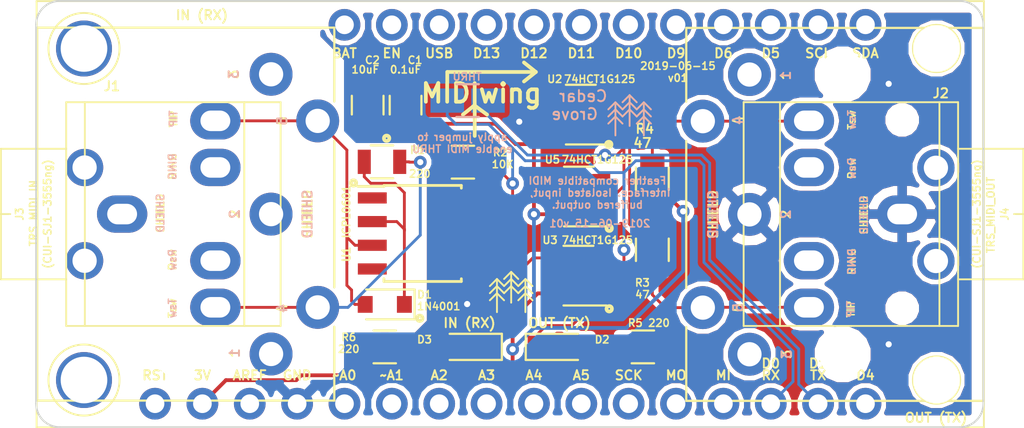
<source format=kicad_pcb>
(kicad_pcb (version 20171130) (host pcbnew "(5.0.0-rc2-dev-444-g2974a2c10)")

  (general
    (thickness 1.6002)
    (drawings 74)
    (tracks 188)
    (zones 0)
    (modules 21)
    (nets 49)
  )

  (page USLetter)
  (title_block
    (title "Classic MIDI FeatherWing")
    (date 2019-06-24)
    (rev v01)
    (company "Cedar Grove Studios")
  )

  (layers
    (0 F.Cu signal)
    (31 B.Cu signal)
    (33 F.Adhes user hide)
    (34 B.Paste user hide)
    (35 F.Paste user)
    (36 B.SilkS user)
    (37 F.SilkS user)
    (38 B.Mask user hide)
    (39 F.Mask user hide)
    (40 Dwgs.User user hide)
    (41 Cmts.User user hide)
    (42 Eco1.User user hide)
    (43 Eco2.User user hide)
    (44 Edge.Cuts user)
    (45 Margin user hide)
    (46 B.CrtYd user hide)
    (47 F.CrtYd user hide)
    (48 B.Fab user hide)
    (49 F.Fab user hide)
  )

  (setup
    (last_trace_width 0.1524)
    (trace_clearance 0.1524)
    (zone_clearance 0.254)
    (zone_45_only no)
    (trace_min 0.1524)
    (segment_width 0.1)
    (edge_width 0.1)
    (via_size 0.6858)
    (via_drill 0.3302)
    (via_min_size 0.6858)
    (via_min_drill 0.3302)
    (uvia_size 0.6858)
    (uvia_drill 0.3302)
    (uvias_allowed no)
    (uvia_min_size 0.6858)
    (uvia_min_drill 0.3302)
    (pcb_text_width 0.3)
    (pcb_text_size 1.5 1.5)
    (mod_edge_width 0.15)
    (mod_text_size 1 1)
    (mod_text_width 0.15)
    (pad_size 0.4 0.6)
    (pad_drill 0)
    (pad_to_mask_clearance 0.0508)
    (pad_to_paste_clearance -0.025)
    (aux_axis_origin 0 0)
    (visible_elements 7FFFFFFF)
    (pcbplotparams
      (layerselection 0x010f8_ffffffff)
      (usegerberextensions true)
      (usegerberattributes false)
      (usegerberadvancedattributes false)
      (creategerberjobfile false)
      (excludeedgelayer true)
      (linewidth 2.000000)
      (plotframeref false)
      (viasonmask false)
      (mode 1)
      (useauxorigin false)
      (hpglpennumber 1)
      (hpglpenspeed 20)
      (hpglpendiameter 100)
      (psnegative false)
      (psa4output false)
      (plotreference true)
      (plotvalue true)
      (plotinvisibletext false)
      (padsonsilk false)
      (subtractmaskfromsilk false)
      (outputformat 1)
      (mirror false)
      (drillshape 0)
      (scaleselection 1)
      (outputdirectory "Classic MIDI FeatherWing-gerbers/"))
  )

  (net 0 "")
  (net 1 "Net-(D1-Pad1)")
  (net 2 GND)
  (net 3 +3V3)
  (net 4 "Net-(D1-Pad2)")
  (net 5 "Net-(R3-Pad2)")
  (net 6 /Rx)
  (net 7 "Net-(D2-Pad2)")
  (net 8 "Net-(D2-Pad1)")
  (net 9 "Net-(D3-Pad1)")
  (net 10 "Net-(D3-Pad2)")
  (net 11 "Net-(U4-Pad1)")
  (net 12 "Net-(U4-Pad9)")
  (net 13 "Net-(U4-Pad8)")
  (net 14 "Net-(U4-Pad7)")
  (net 15 "Net-(U4-Pad5)")
  (net 16 /Tx)
  (net 17 "Net-(J1-Pad3)")
  (net 18 "Net-(J1-Pad4)")
  (net 19 "Net-(J2-Pad4)")
  (net 20 "Net-(J2-Pad3)")
  (net 21 "Net-(J2-Pad5)")
  (net 22 "Net-(U4-Pad3)")
  (net 23 "Net-(U4-Pad6)")
  (net 24 "Net-(U4-Pad10)")
  (net 25 "Net-(U4-Pad11)")
  (net 26 "Net-(U4-Pad12)")
  (net 27 "Net-(U4-Pad13)")
  (net 28 "Net-(U4-Pad16)")
  (net 29 "Net-(U4-Pad18)")
  (net 30 "Net-(U4-Pad19)")
  (net 31 "Net-(U4-Pad20)")
  (net 32 "Net-(U4-Pad21)")
  (net 33 "Net-(U4-Pad22)")
  (net 34 "Net-(U4-Pad23)")
  (net 35 "Net-(U4-Pad24)")
  (net 36 "Net-(U4-Pad25)")
  (net 37 "Net-(U4-Pad26)")
  (net 38 "Net-(U4-Pad27)")
  (net 39 "Net-(U4-Pad28)")
  (net 40 "Net-(J1-Pad1)")
  (net 41 "Net-(J2-Pad1)")
  (net 42 "Net-(J3-Pad4)")
  (net 43 "Net-(J3-Pad3)")
  (net 44 "Net-(J4-Pad3)")
  (net 45 "Net-(J4-Pad4)")
  (net 46 "Net-(J1-Pad2)")
  (net 47 "Net-(J3-Pad1)")
  (net 48 "Net-(U4-Pad17)")

  (net_class Default "This is the default net class."
    (clearance 0.1524)
    (trace_width 0.1524)
    (via_dia 0.6858)
    (via_drill 0.3302)
    (uvia_dia 0.6858)
    (uvia_drill 0.3302)
    (diff_pair_gap 0.1524)
    (diff_pair_width 0.1524)
    (add_net /Rx)
    (add_net /Tx)
    (add_net "Net-(D1-Pad1)")
    (add_net "Net-(D1-Pad2)")
    (add_net "Net-(D2-Pad1)")
    (add_net "Net-(D2-Pad2)")
    (add_net "Net-(D3-Pad1)")
    (add_net "Net-(D3-Pad2)")
    (add_net "Net-(J1-Pad1)")
    (add_net "Net-(J1-Pad2)")
    (add_net "Net-(J1-Pad3)")
    (add_net "Net-(J1-Pad4)")
    (add_net "Net-(J2-Pad1)")
    (add_net "Net-(J2-Pad3)")
    (add_net "Net-(J2-Pad4)")
    (add_net "Net-(J2-Pad5)")
    (add_net "Net-(J3-Pad1)")
    (add_net "Net-(J3-Pad3)")
    (add_net "Net-(J3-Pad4)")
    (add_net "Net-(J4-Pad3)")
    (add_net "Net-(J4-Pad4)")
    (add_net "Net-(R3-Pad2)")
    (add_net "Net-(U4-Pad1)")
    (add_net "Net-(U4-Pad10)")
    (add_net "Net-(U4-Pad11)")
    (add_net "Net-(U4-Pad12)")
    (add_net "Net-(U4-Pad13)")
    (add_net "Net-(U4-Pad16)")
    (add_net "Net-(U4-Pad17)")
    (add_net "Net-(U4-Pad18)")
    (add_net "Net-(U4-Pad19)")
    (add_net "Net-(U4-Pad20)")
    (add_net "Net-(U4-Pad21)")
    (add_net "Net-(U4-Pad22)")
    (add_net "Net-(U4-Pad23)")
    (add_net "Net-(U4-Pad24)")
    (add_net "Net-(U4-Pad25)")
    (add_net "Net-(U4-Pad26)")
    (add_net "Net-(U4-Pad27)")
    (add_net "Net-(U4-Pad28)")
    (add_net "Net-(U4-Pad3)")
    (add_net "Net-(U4-Pad5)")
    (add_net "Net-(U4-Pad6)")
    (add_net "Net-(U4-Pad7)")
    (add_net "Net-(U4-Pad8)")
    (add_net "Net-(U4-Pad9)")
  )

  (net_class Power ""
    (clearance 0.1524)
    (trace_width 0.2032)
    (via_dia 0.6858)
    (via_drill 0.3302)
    (uvia_dia 0.6858)
    (uvia_drill 0.3302)
    (diff_pair_gap 0.1524)
    (diff_pair_width 0.1524)
    (add_net +3V3)
    (add_net GND)
  )

  (module Connectors:CUI_SDS-50J (layer F.Cu) (tedit 5D01E36E) (tstamp 5D09E6A2)
    (at 163.983253 99.197642 270)
    (descr "SDS-50J, standard DIN connector, 5 pins, midi")
    (tags "SDS-50J DIN 5-pins connector midi")
    (path /5AECFECC)
    (fp_text reference J2 (at 1.005358 -10.260747) (layer F.SilkS)
      (effects (font (size 0.5 0.5) (thickness 0.1)))
    )
    (fp_text value MIDI_OUT (at 7.49 -4.27 90) (layer F.Fab)
      (effects (font (size 1 1) (thickness 0.15)))
    )
    (fp_text user 3 (at 15 -2 270) (layer B.SilkS)
      (effects (font (size 0.5 0.5) (thickness 0.1)) (justify mirror))
    )
    (fp_text user 5 (at 12.5 0.6 270) (layer B.SilkS)
      (effects (font (size 0.5 0.5) (thickness 0.1)) (justify mirror))
    )
    (fp_text user SHIELD (at 7.5 1.95 270) (layer B.SilkS)
      (effects (font (size 0.5 0.5) (thickness 0.1)) (justify mirror))
    )
    (fp_text user 2 (at 7.5 -1.95 270) (layer B.SilkS)
      (effects (font (size 0.5 0.5) (thickness 0.1)) (justify mirror))
    )
    (fp_text user 4 (at 2.45 0.6 270) (layer B.SilkS)
      (effects (font (size 0.5 0.5) (thickness 0.1)) (justify mirror))
    )
    (fp_text user 1 (at 0.05 -1.95 270) (layer B.SilkS)
      (effects (font (size 0.5 0.5) (thickness 0.1)) (justify mirror))
    )
    (fp_text user 3 (at 15 -2 270) (layer F.SilkS)
      (effects (font (size 0.5 0.5) (thickness 0.1)))
    )
    (fp_text user 5 (at 12.5 0.6 270) (layer F.SilkS)
      (effects (font (size 0.5 0.5) (thickness 0.1)))
    )
    (fp_text user 2 (at 7.5 -1.95 270) (layer F.SilkS)
      (effects (font (size 0.5 0.5) (thickness 0.1)))
    )
    (fp_text user 4 (at 2.45 0.6 270) (layer F.SilkS)
      (effects (font (size 0.5 0.5) (thickness 0.1)))
    )
    (fp_text user 1 (at 0.05 -1.95 270) (layer F.SilkS)
      (effects (font (size 0.5 0.5) (thickness 0.1)))
    )
    (fp_text user SHIELD (at 7.5 1.95 270) (layer F.SilkS)
      (effects (font (size 0.5 0.5) (thickness 0.1)))
    )
    (fp_line (start 17.5 3.39) (end 13.54 3.39) (layer F.SilkS) (width 0.12))
    (fp_line (start 17.5 3.39) (end 17.5 -12.54) (layer F.SilkS) (width 0.12))
    (fp_line (start 17.5 -12.54) (end -2.5 -12.54) (layer F.SilkS) (width 0.12))
    (fp_line (start -2.5 3.39) (end -2.5 -12.54) (layer F.SilkS) (width 0.12))
    (fp_line (start 11.44 3.39) (end 3.57 3.39) (layer F.SilkS) (width 0.12))
    (fp_line (start 1.46 3.39) (end -2.5 3.39) (layer F.SilkS) (width 0.12))
    (fp_line (start 17.75 3.9) (end -2.75 3.9) (layer F.CrtYd) (width 0.05))
    (fp_line (start -2.75 -12.8) (end -2.75 3.9) (layer F.CrtYd) (width 0.05))
    (fp_line (start 17.75 -12.8) (end -2.75 -12.8) (layer F.CrtYd) (width 0.05))
    (fp_line (start 17.75 3.9) (end 17.75 -12.8) (layer F.CrtYd) (width 0.05))
    (pad "" np_thru_hole circle (at 0 -5 270) (size 2.5 2.5) (drill 2.5) (layers *.Cu *.Mask))
    (pad "" np_thru_hole circle (at 15 -5 270) (size 2.5 2.5) (drill 2.5) (layers *.Cu *.Mask))
    (pad "" thru_hole circle (at 10 -10 270) (size 2 2) (drill 1.3) (layers *.Cu *.Mask))
    (pad 4 thru_hole circle (at 2.5 2.5 270) (size 2.3 2.3) (drill 1.3) (layers *.Cu *.Mask)
      (net 19 "Net-(J2-Pad4)"))
    (pad 1 thru_hole circle (at 0 0 270) (size 2.3 2.3) (drill 1.3) (layers *.Cu *.Mask)
      (net 41 "Net-(J2-Pad1)"))
    (pad 2 thru_hole circle (at 7.5 0 270) (size 2.3 2.3) (drill 1.3) (layers *.Cu *.Mask)
      (net 2 GND))
    (pad 3 thru_hole circle (at 15 0 270) (size 2.3 2.3) (drill 1.3) (layers *.Cu *.Mask)
      (net 20 "Net-(J2-Pad3)"))
    (pad "" thru_hole circle (at 5 -10 270) (size 2 2) (drill 1.3) (layers *.Cu *.Mask))
    (pad 5 thru_hole circle (at 12.5 2.5 270) (size 2.3 2.3) (drill 1.3) (layers *.Cu *.Mask)
      (net 21 "Net-(J2-Pad5)"))
    (model "C:/Program Files/KiCad/share/kicad/packages3d/Connectors.3dshapes/CUI_SDS-50J.step"
      (offset (xyz 7.5 12.75 0))
      (scale (xyz 1 1 1))
      (rotate (xyz -90 0 180))
    )
  )

  (module Connectors:CUI_SDS-50J (layer F.Cu) (tedit 5D01E36E) (tstamp 5D09E68E)
    (at 138.329253 114.183642 90)
    (descr "SDS-50J, standard DIN connector, 5 pins, midi")
    (tags "SDS-50J DIN 5-pins connector midi")
    (path /5AECFFA4)
    (fp_text reference J1 (at 14.361642 -8.535253 180) (layer F.SilkS)
      (effects (font (size 0.5 0.5) (thickness 0.1)))
    )
    (fp_text value MIDI_IN (at 7.49 -4.27 270) (layer F.Fab)
      (effects (font (size 1 1) (thickness 0.15)))
    )
    (fp_text user 3 (at 15 -2 90) (layer B.SilkS)
      (effects (font (size 0.5 0.5) (thickness 0.1)) (justify mirror))
    )
    (fp_text user 5 (at 12.5 0.6 90) (layer B.SilkS)
      (effects (font (size 0.5 0.5) (thickness 0.1)) (justify mirror))
    )
    (fp_text user SHIELD (at 7.5 1.95 90) (layer B.SilkS)
      (effects (font (size 0.5 0.5) (thickness 0.1)) (justify mirror))
    )
    (fp_text user 2 (at 7.5 -1.95 90) (layer B.SilkS)
      (effects (font (size 0.5 0.5) (thickness 0.1)) (justify mirror))
    )
    (fp_text user 4 (at 2.45 0.6 90) (layer B.SilkS)
      (effects (font (size 0.5 0.5) (thickness 0.1)) (justify mirror))
    )
    (fp_text user 1 (at 0.05 -1.95 90) (layer B.SilkS)
      (effects (font (size 0.5 0.5) (thickness 0.1)) (justify mirror))
    )
    (fp_text user 3 (at 15 -2 90) (layer F.SilkS)
      (effects (font (size 0.5 0.5) (thickness 0.1)))
    )
    (fp_text user 5 (at 12.5 0.6 90) (layer F.SilkS)
      (effects (font (size 0.5 0.5) (thickness 0.1)))
    )
    (fp_text user 2 (at 7.5 -1.95 90) (layer F.SilkS)
      (effects (font (size 0.5 0.5) (thickness 0.1)))
    )
    (fp_text user 4 (at 2.45 0.6 90) (layer F.SilkS)
      (effects (font (size 0.5 0.5) (thickness 0.1)))
    )
    (fp_text user 1 (at 0.05 -1.95 90) (layer F.SilkS)
      (effects (font (size 0.5 0.5) (thickness 0.1)))
    )
    (fp_text user SHIELD (at 7.5 1.95 90) (layer F.SilkS)
      (effects (font (size 0.5 0.5) (thickness 0.1)))
    )
    (fp_line (start 17.5 3.39) (end 13.54 3.39) (layer F.SilkS) (width 0.12))
    (fp_line (start 17.5 3.39) (end 17.5 -12.54) (layer F.SilkS) (width 0.12))
    (fp_line (start 17.5 -12.54) (end -2.5 -12.54) (layer F.SilkS) (width 0.12))
    (fp_line (start -2.5 3.39) (end -2.5 -12.54) (layer F.SilkS) (width 0.12))
    (fp_line (start 11.44 3.39) (end 3.57 3.39) (layer F.SilkS) (width 0.12))
    (fp_line (start 1.46 3.39) (end -2.5 3.39) (layer F.SilkS) (width 0.12))
    (fp_line (start 17.75 3.9) (end -2.75 3.9) (layer F.CrtYd) (width 0.05))
    (fp_line (start -2.75 -12.8) (end -2.75 3.9) (layer F.CrtYd) (width 0.05))
    (fp_line (start 17.75 -12.8) (end -2.75 -12.8) (layer F.CrtYd) (width 0.05))
    (fp_line (start 17.75 3.9) (end 17.75 -12.8) (layer F.CrtYd) (width 0.05))
    (pad "" np_thru_hole circle (at 0 -5 90) (size 2.5 2.5) (drill 2.5) (layers *.Cu *.Mask))
    (pad "" np_thru_hole circle (at 15 -5 90) (size 2.5 2.5) (drill 2.5) (layers *.Cu *.Mask))
    (pad "" thru_hole circle (at 10 -10 90) (size 2 2) (drill 1.3) (layers *.Cu *.Mask))
    (pad 4 thru_hole circle (at 2.5 2.5 90) (size 2.3 2.3) (drill 1.3) (layers *.Cu *.Mask)
      (net 18 "Net-(J1-Pad4)"))
    (pad 1 thru_hole circle (at 0 0 90) (size 2.3 2.3) (drill 1.3) (layers *.Cu *.Mask)
      (net 40 "Net-(J1-Pad1)"))
    (pad 2 thru_hole circle (at 7.5 0 90) (size 2.3 2.3) (drill 1.3) (layers *.Cu *.Mask)
      (net 46 "Net-(J1-Pad2)"))
    (pad 3 thru_hole circle (at 15 0 90) (size 2.3 2.3) (drill 1.3) (layers *.Cu *.Mask)
      (net 17 "Net-(J1-Pad3)"))
    (pad "" thru_hole circle (at 5 -10 90) (size 2 2) (drill 1.3) (layers *.Cu *.Mask))
    (pad 5 thru_hole circle (at 12.5 2.5 90) (size 2.3 2.3) (drill 1.3) (layers *.Cu *.Mask)
      (net 4 "Net-(D1-Pad2)"))
    (model ${KISYS3DMOD}/Connectors.3dshapes/SDS-50J.wrl
      (offset (xyz 7.365999889373779 12.44599981307983 0))
      (scale (xyz 0.39 0.39 0.39))
      (rotate (xyz -90 0 180))
    )
    (model "C:/Program Files/KiCad/share/kicad/packages3d/Connectors.3dshapes/CUI_SDS-50J.step"
      (offset (xyz 7.5 12.75 20))
      (scale (xyz 1 1 1))
      (rotate (xyz -90 0 180))
    )
  )

  (module Diodes_SMD:D_0805 (layer F.Cu) (tedit 5D019F77) (tstamp 5B139BDC)
    (at 144.427253 111.524643 180)
    (descr "Diode SMD in 0805 package http://datasheets.avx.com/schottky.pdf")
    (tags "smd diode")
    (path /58B4D115)
    (attr smd)
    (fp_text reference D1 (at -2.130747 0.526643 180) (layer F.SilkS)
      (effects (font (size 0.4 0.4) (thickness 0.08)))
    )
    (fp_text value 1N4001 (at -2.892747 -0.108357 180) (layer F.SilkS)
      (effects (font (size 0.4 0.4) (thickness 0.08)))
    )
    (fp_text user %R (at 0 -1.6 180) (layer F.Fab)
      (effects (font (size 1 1) (thickness 0.15)))
    )
    (fp_line (start -1.6 -0.8) (end -1.6 0.8) (layer F.SilkS) (width 0.12))
    (fp_line (start -1.7 0.88) (end -1.7 -0.88) (layer F.CrtYd) (width 0.05))
    (fp_line (start 1.7 0.88) (end -1.7 0.88) (layer F.CrtYd) (width 0.05))
    (fp_line (start 1.7 -0.88) (end 1.7 0.88) (layer F.CrtYd) (width 0.05))
    (fp_line (start -1.7 -0.88) (end 1.7 -0.88) (layer F.CrtYd) (width 0.05))
    (fp_line (start 0.2 0) (end 0.4 0) (layer F.Fab) (width 0.1))
    (fp_line (start -0.1 0) (end -0.3 0) (layer F.Fab) (width 0.1))
    (fp_line (start -0.1 -0.2) (end -0.1 0.2) (layer F.Fab) (width 0.1))
    (fp_line (start 0.2 0.2) (end 0.2 -0.2) (layer F.Fab) (width 0.1))
    (fp_line (start -0.1 0) (end 0.2 0.2) (layer F.Fab) (width 0.1))
    (fp_line (start 0.2 -0.2) (end -0.1 0) (layer F.Fab) (width 0.1))
    (fp_line (start -1 0.65) (end -1 -0.65) (layer F.Fab) (width 0.1))
    (fp_line (start 1 0.65) (end -1 0.65) (layer F.Fab) (width 0.1))
    (fp_line (start 1 -0.65) (end 1 0.65) (layer F.Fab) (width 0.1))
    (fp_line (start -1 -0.65) (end 1 -0.65) (layer F.Fab) (width 0.1))
    (fp_line (start -1.6 0.8) (end 1 0.8) (layer F.SilkS) (width 0.12))
    (fp_line (start -1.6 -0.8) (end 1 -0.8) (layer F.SilkS) (width 0.12))
    (pad 1 smd rect (at -1.05 0 180) (size 0.8 0.9) (layers F.Cu F.Paste F.Mask)
      (net 1 "Net-(D1-Pad1)"))
    (pad 2 smd rect (at 1.05 0 180) (size 0.8 0.9) (layers F.Cu F.Paste F.Mask)
      (net 4 "Net-(D1-Pad2)"))
    (model ${KISYS3DMOD}/Diodes_SMD.3dshapes/D_0805.wrl
      (at (xyz 0 0 0))
      (scale (xyz 1 1 1))
      (rotate (xyz 0 0 0))
    )
    (model "C:/Program Files/KiCad/share/kicad/packages3d/Diodes_SMD.3dshapes/D_SMA_Standard.wrl"
      (at (xyz 0 0 0))
      (scale (xyz 0.18 0.18 0.18))
      (rotate (xyz 0 0 180))
    )
  )

  (module LEDs:LED_0805 (layer F.Cu) (tedit 5D019F5E) (tstamp 5B139C08)
    (at 148.906253 113.802642 180)
    (descr "LED 0805 smd package")
    (tags "LED led 0805 SMD smd SMT smt smdled SMDLED smtled SMTLED")
    (path /5AFA52A0)
    (attr smd)
    (fp_text reference D3 (at 2.348253 0.391642 180) (layer F.SilkS)
      (effects (font (size 0.4 0.4) (thickness 0.08)))
    )
    (fp_text value LED (at 0 1.55 180) (layer F.Fab)
      (effects (font (size 1 1) (thickness 0.15)))
    )
    (fp_line (start -1.8 -0.7) (end -1.8 0.7) (layer F.SilkS) (width 0.12))
    (fp_line (start -0.4 -0.4) (end -0.4 0.4) (layer F.Fab) (width 0.1))
    (fp_line (start -0.4 0) (end 0.2 -0.4) (layer F.Fab) (width 0.1))
    (fp_line (start 0.2 0.4) (end -0.4 0) (layer F.Fab) (width 0.1))
    (fp_line (start 0.2 -0.4) (end 0.2 0.4) (layer F.Fab) (width 0.1))
    (fp_line (start 1 0.6) (end -1 0.6) (layer F.Fab) (width 0.1))
    (fp_line (start 1 -0.6) (end 1 0.6) (layer F.Fab) (width 0.1))
    (fp_line (start -1 -0.6) (end 1 -0.6) (layer F.Fab) (width 0.1))
    (fp_line (start -1 0.6) (end -1 -0.6) (layer F.Fab) (width 0.1))
    (fp_line (start -1.8 0.7) (end 1 0.7) (layer F.SilkS) (width 0.12))
    (fp_line (start -1.8 -0.7) (end 1 -0.7) (layer F.SilkS) (width 0.12))
    (fp_line (start 1.95 -0.85) (end 1.95 0.85) (layer F.CrtYd) (width 0.05))
    (fp_line (start 1.95 0.85) (end -1.95 0.85) (layer F.CrtYd) (width 0.05))
    (fp_line (start -1.95 0.85) (end -1.95 -0.85) (layer F.CrtYd) (width 0.05))
    (fp_line (start -1.95 -0.85) (end 1.95 -0.85) (layer F.CrtYd) (width 0.05))
    (fp_text user %R (at 0 -1.25 180) (layer F.Fab)
      (effects (font (size 0.4 0.4) (thickness 0.1)))
    )
    (pad 2 smd rect (at 1.1 0) (size 1.2 1.2) (layers F.Cu F.Paste F.Mask)
      (net 10 "Net-(D3-Pad2)"))
    (pad 1 smd rect (at -1.1 0) (size 1.2 1.2) (layers F.Cu F.Paste F.Mask)
      (net 9 "Net-(D3-Pad1)"))
    (model ${KISYS3DMOD}/LEDs.3dshapes/LED_0805.wrl
      (at (xyz 0 0 0))
      (scale (xyz 1 1 1))
      (rotate (xyz 0 0 180))
    )
    (model "C:/Program Files/KiCad/share/kicad/packages3d/LEDs.3dshapes/LED_0805.wrl"
      (offset (xyz -0.2 0 0))
      (scale (xyz 1.2 1 1))
      (rotate (xyz 0 0 0))
    )
  )

  (module LEDs:LED_0805 (layer F.Cu) (tedit 5D019F52) (tstamp 5B139BF4)
    (at 153.787253 113.802642)
    (descr "LED 0805 smd package")
    (tags "LED led 0805 SMD smd SMT smt smdled SMDLED smtled SMTLED")
    (path /5AF9DB67)
    (attr smd)
    (fp_text reference D2 (at 2.295747 -0.391642) (layer F.SilkS)
      (effects (font (size 0.4 0.4) (thickness 0.08)))
    )
    (fp_text value LED (at 0 1.55) (layer F.Fab)
      (effects (font (size 1 1) (thickness 0.15)))
    )
    (fp_line (start -1.8 -0.7) (end -1.8 0.7) (layer F.SilkS) (width 0.12))
    (fp_line (start -0.4 -0.4) (end -0.4 0.4) (layer F.Fab) (width 0.1))
    (fp_line (start -0.4 0) (end 0.2 -0.4) (layer F.Fab) (width 0.1))
    (fp_line (start 0.2 0.4) (end -0.4 0) (layer F.Fab) (width 0.1))
    (fp_line (start 0.2 -0.4) (end 0.2 0.4) (layer F.Fab) (width 0.1))
    (fp_line (start 1 0.6) (end -1 0.6) (layer F.Fab) (width 0.1))
    (fp_line (start 1 -0.6) (end 1 0.6) (layer F.Fab) (width 0.1))
    (fp_line (start -1 -0.6) (end 1 -0.6) (layer F.Fab) (width 0.1))
    (fp_line (start -1 0.6) (end -1 -0.6) (layer F.Fab) (width 0.1))
    (fp_line (start -1.8 0.7) (end 1 0.7) (layer F.SilkS) (width 0.12))
    (fp_line (start -1.8 -0.7) (end 1 -0.7) (layer F.SilkS) (width 0.12))
    (fp_line (start 1.95 -0.85) (end 1.95 0.85) (layer F.CrtYd) (width 0.05))
    (fp_line (start 1.95 0.85) (end -1.95 0.85) (layer F.CrtYd) (width 0.05))
    (fp_line (start -1.95 0.85) (end -1.95 -0.85) (layer F.CrtYd) (width 0.05))
    (fp_line (start -1.95 -0.85) (end 1.95 -0.85) (layer F.CrtYd) (width 0.05))
    (fp_text user %R (at 0 -1.25) (layer F.Fab)
      (effects (font (size 0.4 0.4) (thickness 0.1)))
    )
    (pad 2 smd rect (at 1.1 0 180) (size 1.2 1.2) (layers F.Cu F.Paste F.Mask)
      (net 7 "Net-(D2-Pad2)"))
    (pad 1 smd rect (at -1.1 0 180) (size 1.2 1.2) (layers F.Cu F.Paste F.Mask)
      (net 8 "Net-(D2-Pad1)"))
    (model ${KISYS3DMOD}/LEDs.3dshapes/LED_0805.wrl
      (at (xyz 0 0 0))
      (scale (xyz 1 1 1))
      (rotate (xyz 0 0 180))
    )
    (model "C:/Program Files/KiCad/share/kicad/packages3d/LEDs.3dshapes/LED_0805.wrl"
      (offset (xyz -0.2 0 0))
      (scale (xyz 1.2 1 1))
      (rotate (xyz 0 0 0))
    )
  )

  (module Capacitors_SMD:C_0805 (layer F.Cu) (tedit 5D01A0BA) (tstamp 5B1370F4)
    (at 145.542 100.838 90)
    (descr "Capacitor SMD 0805, reflow soldering, AVX (see smccp.pdf)")
    (tags "capacitor 0805")
    (path /5AF2A83A)
    (attr smd)
    (fp_text reference C1 (at 2.413 0.508 180) (layer F.SilkS)
      (effects (font (size 0.4 0.4) (thickness 0.08)))
    )
    (fp_text value 0.1uF (at 1.905 0 180) (layer F.SilkS)
      (effects (font (size 0.4 0.4) (thickness 0.08)))
    )
    (fp_text user %R (at 0 -1.5 90) (layer F.Fab)
      (effects (font (size 1 1) (thickness 0.15)))
    )
    (fp_line (start -1 0.62) (end -1 -0.62) (layer F.Fab) (width 0.1))
    (fp_line (start 1 0.62) (end -1 0.62) (layer F.Fab) (width 0.1))
    (fp_line (start 1 -0.62) (end 1 0.62) (layer F.Fab) (width 0.1))
    (fp_line (start -1 -0.62) (end 1 -0.62) (layer F.Fab) (width 0.1))
    (fp_line (start 0.5 -0.85) (end -0.5 -0.85) (layer F.SilkS) (width 0.12))
    (fp_line (start -0.5 0.85) (end 0.5 0.85) (layer F.SilkS) (width 0.12))
    (fp_line (start -1.75 -0.88) (end 1.75 -0.88) (layer F.CrtYd) (width 0.05))
    (fp_line (start -1.75 -0.88) (end -1.75 0.87) (layer F.CrtYd) (width 0.05))
    (fp_line (start 1.75 0.87) (end 1.75 -0.88) (layer F.CrtYd) (width 0.05))
    (fp_line (start 1.75 0.87) (end -1.75 0.87) (layer F.CrtYd) (width 0.05))
    (pad 1 smd rect (at -1 0 90) (size 1 1.25) (layers F.Cu F.Paste F.Mask)
      (net 3 +3V3))
    (pad 2 smd rect (at 1 0 90) (size 1 1.25) (layers F.Cu F.Paste F.Mask)
      (net 2 GND))
    (model Capacitors_SMD.3dshapes/C_0805.wrl
      (at (xyz 0 0 0))
      (scale (xyz 1 1 1))
      (rotate (xyz 0 0 0))
    )
    (model "C:/Program Files/KiCad/share/kicad/packages3d/Capacitors_SMD.3dshapes/C_0805.step"
      (at (xyz 0 0 0))
      (scale (xyz 1 1 1))
      (rotate (xyz 0 0 0))
    )
  )

  (module Capacitors_SMD:C_0805 (layer F.Cu) (tedit 5D01A07A) (tstamp 5B137104)
    (at 143.51 100.838 90)
    (descr "Capacitor SMD 0805, reflow soldering, AVX (see smccp.pdf)")
    (tags "capacitor 0805")
    (path /5AF2A944)
    (attr smd)
    (fp_text reference C2 (at 2.413 0.254 180) (layer F.SilkS)
      (effects (font (size 0.4 0.4) (thickness 0.08)))
    )
    (fp_text value 10uF (at 1.905 -0.127 180) (layer F.SilkS)
      (effects (font (size 0.4 0.4) (thickness 0.08)))
    )
    (fp_text user %R (at 0 -1.5 90) (layer F.Fab)
      (effects (font (size 1 1) (thickness 0.15)))
    )
    (fp_line (start -1 0.62) (end -1 -0.62) (layer F.Fab) (width 0.1))
    (fp_line (start 1 0.62) (end -1 0.62) (layer F.Fab) (width 0.1))
    (fp_line (start 1 -0.62) (end 1 0.62) (layer F.Fab) (width 0.1))
    (fp_line (start -1 -0.62) (end 1 -0.62) (layer F.Fab) (width 0.1))
    (fp_line (start 0.5 -0.85) (end -0.5 -0.85) (layer F.SilkS) (width 0.12))
    (fp_line (start -0.5 0.85) (end 0.5 0.85) (layer F.SilkS) (width 0.12))
    (fp_line (start -1.75 -0.88) (end 1.75 -0.88) (layer F.CrtYd) (width 0.05))
    (fp_line (start -1.75 -0.88) (end -1.75 0.87) (layer F.CrtYd) (width 0.05))
    (fp_line (start 1.75 0.87) (end 1.75 -0.88) (layer F.CrtYd) (width 0.05))
    (fp_line (start 1.75 0.87) (end -1.75 0.87) (layer F.CrtYd) (width 0.05))
    (pad 1 smd rect (at -1 0 90) (size 1 1.25) (layers F.Cu F.Paste F.Mask)
      (net 3 +3V3))
    (pad 2 smd rect (at 1 0 90) (size 1 1.25) (layers F.Cu F.Paste F.Mask)
      (net 2 GND))
    (model Capacitors_SMD.3dshapes/C_0805.wrl
      (at (xyz 0 0 0))
      (scale (xyz 1 1 1))
      (rotate (xyz 0 0 0))
    )
    (model "C:/Program Files/KiCad/share/kicad/packages3d/Capacitors_SMD.3dshapes/C_0805.step"
      (at (xyz 0 0 0))
      (scale (xyz 1 1 1))
      (rotate (xyz 0 0 0))
    )
  )

  (module Resistors_SMD:R_0805 (layer F.Cu) (tedit 5D01A0FD) (tstamp 5B137114)
    (at 144.277253 103.878643 180)
    (descr "Resistor SMD 0805, reflow soldering, Vishay (see dcrcw.pdf)")
    (tags "resistor 0805")
    (path /58B4D9C2)
    (attr smd)
    (fp_text reference R1 (at -1.899747 0.627643 180) (layer F.SilkS)
      (effects (font (size 0.4 0.4) (thickness 0.08)))
    )
    (fp_text value 220 (at -2.026747 -0.642357 180) (layer F.SilkS)
      (effects (font (size 0.4 0.4) (thickness 0.08)))
    )
    (fp_text user %R (at 0 0 180) (layer F.Fab)
      (effects (font (size 0.5 0.5) (thickness 0.075)))
    )
    (fp_line (start -1 0.62) (end -1 -0.62) (layer F.Fab) (width 0.1))
    (fp_line (start 1 0.62) (end -1 0.62) (layer F.Fab) (width 0.1))
    (fp_line (start 1 -0.62) (end 1 0.62) (layer F.Fab) (width 0.1))
    (fp_line (start -1 -0.62) (end 1 -0.62) (layer F.Fab) (width 0.1))
    (fp_line (start 0.6 0.88) (end -0.6 0.88) (layer F.SilkS) (width 0.12))
    (fp_line (start -0.6 -0.88) (end 0.6 -0.88) (layer F.SilkS) (width 0.12))
    (fp_line (start -1.55 -0.9) (end 1.55 -0.9) (layer F.CrtYd) (width 0.05))
    (fp_line (start -1.55 -0.9) (end -1.55 0.9) (layer F.CrtYd) (width 0.05))
    (fp_line (start 1.55 0.9) (end 1.55 -0.9) (layer F.CrtYd) (width 0.05))
    (fp_line (start 1.55 0.9) (end -1.55 0.9) (layer F.CrtYd) (width 0.05))
    (pad 1 smd rect (at -0.95 0 180) (size 0.7 1.3) (layers F.Cu F.Paste F.Mask)
      (net 18 "Net-(J1-Pad4)"))
    (pad 2 smd rect (at 0.95 0 180) (size 0.7 1.3) (layers F.Cu F.Paste F.Mask)
      (net 1 "Net-(D1-Pad1)"))
    (model ${KISYS3DMOD}/Resistors_SMD.3dshapes/R_0805.wrl
      (at (xyz 0 0 0))
      (scale (xyz 1 1 1))
      (rotate (xyz 0 0 0))
    )
    (model "C:/Program Files/KiCad/share/kicad/packages3d/Resistors_SMD.3dshapes/R_0805.wrl"
      (at (xyz 0 0 0))
      (scale (xyz 1 1 1))
      (rotate (xyz 0 0 0))
    )
  )

  (module Resistors_SMD:R_0805 (layer F.Cu) (tedit 5D01A04A) (tstamp 5B137124)
    (at 148.616253 103.896642)
    (descr "Resistor SMD 0805, reflow soldering, Vishay (see dcrcw.pdf)")
    (tags "resistor 0805")
    (path /58B4E544)
    (attr smd)
    (fp_text reference R2 (at 2.005747 -0.518642) (layer F.SilkS)
      (effects (font (size 0.4 0.4) (thickness 0.08)))
    )
    (fp_text value 10K (at 2.132747 0.116358) (layer F.SilkS)
      (effects (font (size 0.4 0.4) (thickness 0.08)))
    )
    (fp_text user %R (at 0 0) (layer F.Fab)
      (effects (font (size 0.5 0.5) (thickness 0.075)))
    )
    (fp_line (start -1 0.62) (end -1 -0.62) (layer F.Fab) (width 0.1))
    (fp_line (start 1 0.62) (end -1 0.62) (layer F.Fab) (width 0.1))
    (fp_line (start 1 -0.62) (end 1 0.62) (layer F.Fab) (width 0.1))
    (fp_line (start -1 -0.62) (end 1 -0.62) (layer F.Fab) (width 0.1))
    (fp_line (start 0.6 0.88) (end -0.6 0.88) (layer F.SilkS) (width 0.12))
    (fp_line (start -0.6 -0.88) (end 0.6 -0.88) (layer F.SilkS) (width 0.12))
    (fp_line (start -1.55 -0.9) (end 1.55 -0.9) (layer F.CrtYd) (width 0.05))
    (fp_line (start -1.55 -0.9) (end -1.55 0.9) (layer F.CrtYd) (width 0.05))
    (fp_line (start 1.55 0.9) (end 1.55 -0.9) (layer F.CrtYd) (width 0.05))
    (fp_line (start 1.55 0.9) (end -1.55 0.9) (layer F.CrtYd) (width 0.05))
    (pad 1 smd rect (at -0.95 0) (size 0.7 1.3) (layers F.Cu F.Paste F.Mask)
      (net 3 +3V3))
    (pad 2 smd rect (at 0.95 0) (size 0.7 1.3) (layers F.Cu F.Paste F.Mask)
      (net 6 /Rx))
    (model ${KISYS3DMOD}/Resistors_SMD.3dshapes/R_0805.wrl
      (at (xyz 0 0 0))
      (scale (xyz 1 1 1))
      (rotate (xyz 0 0 0))
    )
    (model "C:/Program Files/KiCad/share/kicad/packages3d/Resistors_SMD.3dshapes/R_0805.wrl"
      (at (xyz 0 0 0))
      (scale (xyz 1 1 1))
      (rotate (xyz 0 0 0))
    )
  )

  (module Resistors_SMD:R_0805 (layer F.Cu) (tedit 5D019F8D) (tstamp 5B137134)
    (at 158.776253 108.595642 90)
    (descr "Resistor SMD 0805, reflow soldering, Vishay (see dcrcw.pdf)")
    (tags "resistor 0805")
    (path /58B503A5)
    (attr smd)
    (fp_text reference R3 (at -1.767358 -0.534253 180) (layer F.SilkS)
      (effects (font (size 0.4 0.4) (thickness 0.08)))
    )
    (fp_text value 47 (at -2.402358 -0.534253 180) (layer F.SilkS)
      (effects (font (size 0.4 0.4) (thickness 0.08)))
    )
    (fp_text user %R (at 0 0 90) (layer F.Fab)
      (effects (font (size 0.5 0.5) (thickness 0.075)))
    )
    (fp_line (start -1 0.62) (end -1 -0.62) (layer F.Fab) (width 0.1))
    (fp_line (start 1 0.62) (end -1 0.62) (layer F.Fab) (width 0.1))
    (fp_line (start 1 -0.62) (end 1 0.62) (layer F.Fab) (width 0.1))
    (fp_line (start -1 -0.62) (end 1 -0.62) (layer F.Fab) (width 0.1))
    (fp_line (start 0.6 0.88) (end -0.6 0.88) (layer F.SilkS) (width 0.12))
    (fp_line (start -0.6 -0.88) (end 0.6 -0.88) (layer F.SilkS) (width 0.12))
    (fp_line (start -1.55 -0.9) (end 1.55 -0.9) (layer F.CrtYd) (width 0.05))
    (fp_line (start -1.55 -0.9) (end -1.55 0.9) (layer F.CrtYd) (width 0.05))
    (fp_line (start 1.55 0.9) (end 1.55 -0.9) (layer F.CrtYd) (width 0.05))
    (fp_line (start 1.55 0.9) (end -1.55 0.9) (layer F.CrtYd) (width 0.05))
    (pad 1 smd rect (at -0.95 0 90) (size 0.7 1.3) (layers F.Cu F.Paste F.Mask)
      (net 21 "Net-(J2-Pad5)"))
    (pad 2 smd rect (at 0.95 0 90) (size 0.7 1.3) (layers F.Cu F.Paste F.Mask)
      (net 5 "Net-(R3-Pad2)"))
    (model ${KISYS3DMOD}/Resistors_SMD.3dshapes/R_0805.wrl
      (at (xyz 0 0 0))
      (scale (xyz 1 1 1))
      (rotate (xyz 0 0 0))
    )
    (model "C:/Program Files/KiCad/share/kicad/packages3d/Resistors_SMD.3dshapes/R_0805.wrl"
      (at (xyz 0 0 0))
      (scale (xyz 1 1 1))
      (rotate (xyz 0 0 0))
    )
  )

  (module Resistors_SMD:R_0805 (layer F.Cu) (tedit 5D019E86) (tstamp 5B137144)
    (at 158.776253 104.785642 90)
    (descr "Resistor SMD 0805, reflow soldering, Vishay (see dcrcw.pdf)")
    (tags "resistor 0805")
    (path /58B50330)
    (attr smd)
    (fp_text reference R4 (at 2.677642 -0.407253 180) (layer F.SilkS)
      (effects (font (size 0.5 0.5) (thickness 0.1)))
    )
    (fp_text value 47 (at 1.915642 -0.534253 180) (layer F.SilkS)
      (effects (font (size 0.5 0.5) (thickness 0.1)))
    )
    (fp_text user %R (at 0 0 90) (layer F.Fab)
      (effects (font (size 0.5 0.5) (thickness 0.075)))
    )
    (fp_line (start -1 0.62) (end -1 -0.62) (layer F.Fab) (width 0.1))
    (fp_line (start 1 0.62) (end -1 0.62) (layer F.Fab) (width 0.1))
    (fp_line (start 1 -0.62) (end 1 0.62) (layer F.Fab) (width 0.1))
    (fp_line (start -1 -0.62) (end 1 -0.62) (layer F.Fab) (width 0.1))
    (fp_line (start 0.6 0.88) (end -0.6 0.88) (layer F.SilkS) (width 0.12))
    (fp_line (start -0.6 -0.88) (end 0.6 -0.88) (layer F.SilkS) (width 0.12))
    (fp_line (start -1.55 -0.9) (end 1.55 -0.9) (layer F.CrtYd) (width 0.05))
    (fp_line (start -1.55 -0.9) (end -1.55 0.9) (layer F.CrtYd) (width 0.05))
    (fp_line (start 1.55 0.9) (end 1.55 -0.9) (layer F.CrtYd) (width 0.05))
    (fp_line (start 1.55 0.9) (end -1.55 0.9) (layer F.CrtYd) (width 0.05))
    (pad 1 smd rect (at -0.95 0 90) (size 0.7 1.3) (layers F.Cu F.Paste F.Mask)
      (net 3 +3V3))
    (pad 2 smd rect (at 0.95 0 90) (size 0.7 1.3) (layers F.Cu F.Paste F.Mask)
      (net 19 "Net-(J2-Pad4)"))
    (model ${KISYS3DMOD}/Resistors_SMD.3dshapes/R_0805.wrl
      (at (xyz 0 0 0))
      (scale (xyz 1 1 1))
      (rotate (xyz 0 0 0))
    )
    (model "C:/Program Files/KiCad/share/kicad/packages3d/Resistors_SMD.3dshapes/R_0805.wrl"
      (at (xyz 0 0 0))
      (scale (xyz 1 1 1))
      (rotate (xyz 0 0 0))
    )
  )

  (module Resistors_SMD:R_0805 (layer F.Cu) (tedit 5D019FAE) (tstamp 5B137154)
    (at 158.268253 113.802642)
    (descr "Resistor SMD 0805, reflow soldering, Vishay (see dcrcw.pdf)")
    (tags "resistor 0805")
    (path /5AF8ACA3)
    (attr smd)
    (fp_text reference R5 (at -0.407253 -1.280642) (layer F.SilkS)
      (effects (font (size 0.4 0.4) (thickness 0.08)))
    )
    (fp_text value 220 (at 0.862747 -1.280642) (layer F.SilkS)
      (effects (font (size 0.4 0.4) (thickness 0.08)))
    )
    (fp_text user %R (at 0 0) (layer F.Fab)
      (effects (font (size 0.5 0.5) (thickness 0.075)))
    )
    (fp_line (start -1 0.62) (end -1 -0.62) (layer F.Fab) (width 0.1))
    (fp_line (start 1 0.62) (end -1 0.62) (layer F.Fab) (width 0.1))
    (fp_line (start 1 -0.62) (end 1 0.62) (layer F.Fab) (width 0.1))
    (fp_line (start -1 -0.62) (end 1 -0.62) (layer F.Fab) (width 0.1))
    (fp_line (start 0.6 0.88) (end -0.6 0.88) (layer F.SilkS) (width 0.12))
    (fp_line (start -0.6 -0.88) (end 0.6 -0.88) (layer F.SilkS) (width 0.12))
    (fp_line (start -1.55 -0.9) (end 1.55 -0.9) (layer F.CrtYd) (width 0.05))
    (fp_line (start -1.55 -0.9) (end -1.55 0.9) (layer F.CrtYd) (width 0.05))
    (fp_line (start 1.55 0.9) (end 1.55 -0.9) (layer F.CrtYd) (width 0.05))
    (fp_line (start 1.55 0.9) (end -1.55 0.9) (layer F.CrtYd) (width 0.05))
    (pad 1 smd rect (at -0.95 0) (size 0.7 1.3) (layers F.Cu F.Paste F.Mask)
      (net 7 "Net-(D2-Pad2)"))
    (pad 2 smd rect (at 0.95 0) (size 0.7 1.3) (layers F.Cu F.Paste F.Mask)
      (net 3 +3V3))
    (model ${KISYS3DMOD}/Resistors_SMD.3dshapes/R_0805.wrl
      (at (xyz 0 0 0))
      (scale (xyz 1 1 1))
      (rotate (xyz 0 0 0))
    )
    (model "C:/Program Files/KiCad/share/kicad/packages3d/Resistors_SMD.3dshapes/R_0805.wrl"
      (at (xyz 0 0 0))
      (scale (xyz 1 1 1))
      (rotate (xyz 0 0 0))
    )
  )

  (module Resistors_SMD:R_0805 (layer F.Cu) (tedit 5D019FCB) (tstamp 5B137164)
    (at 144.425253 113.802642 180)
    (descr "Resistor SMD 0805, reflow soldering, Vishay (see dcrcw.pdf)")
    (tags "resistor 0805")
    (path /5AFAD712)
    (attr smd)
    (fp_text reference R6 (at 1.931253 0.518642 180) (layer F.SilkS)
      (effects (font (size 0.4 0.4) (thickness 0.08)))
    )
    (fp_text value 220 (at 1.931253 -0.116358 180) (layer F.SilkS)
      (effects (font (size 0.4 0.4) (thickness 0.08)))
    )
    (fp_text user %R (at 0 0 180) (layer F.Fab)
      (effects (font (size 0.5 0.5) (thickness 0.075)))
    )
    (fp_line (start -1 0.62) (end -1 -0.62) (layer F.Fab) (width 0.1))
    (fp_line (start 1 0.62) (end -1 0.62) (layer F.Fab) (width 0.1))
    (fp_line (start 1 -0.62) (end 1 0.62) (layer F.Fab) (width 0.1))
    (fp_line (start -1 -0.62) (end 1 -0.62) (layer F.Fab) (width 0.1))
    (fp_line (start 0.6 0.88) (end -0.6 0.88) (layer F.SilkS) (width 0.12))
    (fp_line (start -0.6 -0.88) (end 0.6 -0.88) (layer F.SilkS) (width 0.12))
    (fp_line (start -1.55 -0.9) (end 1.55 -0.9) (layer F.CrtYd) (width 0.05))
    (fp_line (start -1.55 -0.9) (end -1.55 0.9) (layer F.CrtYd) (width 0.05))
    (fp_line (start 1.55 0.9) (end 1.55 -0.9) (layer F.CrtYd) (width 0.05))
    (fp_line (start 1.55 0.9) (end -1.55 0.9) (layer F.CrtYd) (width 0.05))
    (pad 1 smd rect (at -0.95 0 180) (size 0.7 1.3) (layers F.Cu F.Paste F.Mask)
      (net 10 "Net-(D3-Pad2)"))
    (pad 2 smd rect (at 0.95 0 180) (size 0.7 1.3) (layers F.Cu F.Paste F.Mask)
      (net 3 +3V3))
    (model ${KISYS3DMOD}/Resistors_SMD.3dshapes/R_0805.wrl
      (at (xyz 0 0 0))
      (scale (xyz 1 1 1))
      (rotate (xyz 0 0 0))
    )
    (model "C:/Program Files/KiCad/share/kicad/packages3d/Resistors_SMD.3dshapes/R_0805.wrl"
      (at (xyz 0 0 0))
      (scale (xyz 1 1 1))
      (rotate (xyz 0 0 0))
    )
  )

  (module Housings_SOIC:SOIC-8_3.9x4.9mm_Pitch1.27mm (layer F.Cu) (tedit 5D019FF2) (tstamp 5AF7DB13)
    (at 146.457253 107.719143)
    (descr "8-Lead Plastic Small Outline (SN) - Narrow, 3.90 mm Body [SOIC] (see Microchip Packaging Specification 00000049BS.pdf)")
    (tags "SOIC 1.27")
    (path /58B4CE14)
    (attr smd)
    (fp_text reference U1 (at -4.090253 1.119857 90) (layer F.SilkS)
      (effects (font (size 0.4 0.4) (thickness 0.1)))
    )
    (fp_text value ICPL0601 (at -4.090253 -1.166143 270) (layer F.SilkS)
      (effects (font (size 0.4 0.4) (thickness 0.08)))
    )
    (fp_line (start -2.075 -2.525) (end -3.475 -2.525) (layer F.SilkS) (width 0.15))
    (fp_line (start -2.075 2.575) (end 2.075 2.575) (layer F.SilkS) (width 0.15))
    (fp_line (start -2.075 -2.575) (end 2.075 -2.575) (layer F.SilkS) (width 0.15))
    (fp_line (start -2.075 2.575) (end -2.075 2.43) (layer F.SilkS) (width 0.15))
    (fp_line (start 2.075 2.575) (end 2.075 2.43) (layer F.SilkS) (width 0.15))
    (fp_line (start 2.075 -2.575) (end 2.075 -2.43) (layer F.SilkS) (width 0.15))
    (fp_line (start -2.075 -2.575) (end -2.075 -2.525) (layer F.SilkS) (width 0.15))
    (fp_line (start -3.73 2.7) (end 3.73 2.7) (layer F.CrtYd) (width 0.05))
    (fp_line (start -3.73 -2.7) (end 3.73 -2.7) (layer F.CrtYd) (width 0.05))
    (fp_line (start 3.73 -2.7) (end 3.73 2.7) (layer F.CrtYd) (width 0.05))
    (fp_line (start -3.73 -2.7) (end -3.73 2.7) (layer F.CrtYd) (width 0.05))
    (fp_line (start -1.95 -1.45) (end -0.95 -2.45) (layer F.Fab) (width 0.1))
    (fp_line (start -1.95 2.45) (end -1.95 -1.45) (layer F.Fab) (width 0.1))
    (fp_line (start 1.95 2.45) (end -1.95 2.45) (layer F.Fab) (width 0.1))
    (fp_line (start 1.95 -2.45) (end 1.95 2.45) (layer F.Fab) (width 0.1))
    (fp_line (start -0.95 -2.45) (end 1.95 -2.45) (layer F.Fab) (width 0.1))
    (fp_text user %R (at 0 0) (layer F.Fab)
      (effects (font (size 1 1) (thickness 0.15)))
    )
    (pad 8 smd rect (at 2.7 -1.905) (size 1.55 0.6) (layers F.Cu F.Paste F.Mask)
      (net 3 +3V3))
    (pad 7 smd rect (at 2.7 -0.635) (size 1.55 0.6) (layers F.Cu F.Paste F.Mask))
    (pad 6 smd rect (at 2.7 0.635) (size 1.55 0.6) (layers F.Cu F.Paste F.Mask)
      (net 6 /Rx))
    (pad 5 smd rect (at 2.7 1.905) (size 1.55 0.6) (layers F.Cu F.Paste F.Mask)
      (net 2 GND))
    (pad 4 smd rect (at -2.7 1.905) (size 1.55 0.6) (layers F.Cu F.Paste F.Mask))
    (pad 3 smd rect (at -2.7 0.635) (size 1.55 0.6) (layers F.Cu F.Paste F.Mask)
      (net 4 "Net-(D1-Pad2)"))
    (pad 2 smd rect (at -2.7 -0.635) (size 1.55 0.6) (layers F.Cu F.Paste F.Mask)
      (net 1 "Net-(D1-Pad1)"))
    (pad 1 smd rect (at -2.7 -1.905) (size 1.55 0.6) (layers F.Cu F.Paste F.Mask))
    (model ${KISYS3DMOD}/Housings_SOIC.3dshapes/SOIC-8_3.9x4.9mm_Pitch1.27mm.wrl
      (at (xyz 0 0 0))
      (scale (xyz 1 1 1))
      (rotate (xyz 0 0 0))
    )
    (model "C:/Program Files/KiCad/share/kicad/packages3d/Housings_SOIC.3dshapes/SOIC-8_3.9x4.9mm_Pitch1.27mm.step"
      (at (xyz 0 0 0))
      (scale (xyz 1 1 1))
      (rotate (xyz 0 0 0))
    )
  )

  (module Adafruit:TSOP-5_1.65x3.05mm_Pitch0.95mm_hand_solder (layer F.Cu) (tedit 5D019E47) (tstamp 5B137185)
    (at 154.94 101.346 180)
    (descr "TSOP-5 package (comparable to TSOT-23), https://www.vishay.com/docs/71200/71200.pdf")
    (tags "Jedec MO-193C TSOP-5L")
    (path /5AF8A662)
    (attr smd)
    (fp_text reference U2 (at 1.397 1.905 180) (layer F.SilkS)
      (effects (font (size 0.4 0.4) (thickness 0.08)))
    )
    (fp_text value 74HCT1G125 (at -1.016 1.905 180) (layer F.SilkS)
      (effects (font (size 0.4 0.4) (thickness 0.08)))
    )
    (fp_line (start 1.76 1.77) (end -1.76 1.77) (layer F.CrtYd) (width 0.05))
    (fp_line (start 1.76 1.77) (end 1.76 -1.78) (layer F.CrtYd) (width 0.05))
    (fp_line (start -1.76 -1.78) (end -1.76 1.77) (layer F.CrtYd) (width 0.05))
    (fp_line (start -1.76 -1.78) (end 1.76 -1.78) (layer F.CrtYd) (width 0.05))
    (fp_line (start 0.825 -1.525) (end 0.825 1.525) (layer F.Fab) (width 0.1))
    (fp_line (start 0.825 1.525) (end -0.825 1.525) (layer F.Fab) (width 0.1))
    (fp_line (start -0.825 -1.1) (end -0.825 1.525) (layer F.Fab) (width 0.1))
    (fp_line (start 0.825 -1.525) (end -0.425 -1.525) (layer F.Fab) (width 0.1))
    (fp_line (start -0.825 -1.1) (end -0.425 -1.525) (layer F.Fab) (width 0.1))
    (fp_line (start 0.8 -1.6) (end -1.5 -1.6) (layer F.SilkS) (width 0.12))
    (fp_line (start -0.8 1.6) (end 0.8 1.6) (layer F.SilkS) (width 0.12))
    (fp_text user %R (at 0 0 270) (layer F.Fab)
      (effects (font (size 0.5 0.5) (thickness 0.075)))
    )
    (pad 6 smd rect (at 1.2192 -0.95 180) (size 0.92 0.52) (layers F.Cu F.Paste F.Mask)
      (net 3 +3V3))
    (pad 4 smd rect (at 1.2192 0.95 180) (size 0.92 0.52) (layers F.Cu F.Paste F.Mask)
      (net 5 "Net-(R3-Pad2)"))
    (pad 3 smd rect (at -1.2192 0.95 180) (size 0.92 0.52) (layers F.Cu F.Paste F.Mask)
      (net 2 GND))
    (pad 2 smd rect (at -1.2192 0 180) (size 0.92 0.52) (layers F.Cu F.Paste F.Mask)
      (net 16 /Tx))
    (pad 1 smd rect (at -1.2192 -0.95 180) (size 0.92 0.52) (layers F.Cu F.Paste F.Mask)
      (net 2 GND))
    (model ${KISYS3DMOD}/Housings_SSOP.3dshapes/TSOP-5_1.65x3.05mm_Pitch0.95mm.wrl
      (at (xyz 0 0 0))
      (scale (xyz 1 1 1))
      (rotate (xyz 0 0 0))
    )
    (model "C:/Program Files/KiCad/share/kicad/packages3d/TO_SOT_Packages_SMD.3dshapes/SC-70-5.wrl"
      (at (xyz 0 0 0))
      (scale (xyz 1.4 1.1 1))
      (rotate (xyz 0 0 90))
    )
  )

  (module Adafruit:TSOP-5_1.65x3.05mm_Pitch0.95mm_hand_solder (layer F.Cu) (tedit 5D019F3B) (tstamp 5B137199)
    (at 154.813 109.982 180)
    (descr "TSOP-5 package (comparable to TSOT-23), https://www.vishay.com/docs/71200/71200.pdf")
    (tags "Jedec MO-193C TSOP-5L")
    (path /5AF94557)
    (attr smd)
    (fp_text reference U3 (at 1.524 1.905 180) (layer F.SilkS)
      (effects (font (size 0.4 0.4) (thickness 0.08)))
    )
    (fp_text value 74HCT1G125 (at -1.016 1.905 180) (layer F.SilkS)
      (effects (font (size 0.4 0.4) (thickness 0.08)))
    )
    (fp_line (start 1.76 1.77) (end -1.76 1.77) (layer F.CrtYd) (width 0.05))
    (fp_line (start 1.76 1.77) (end 1.76 -1.78) (layer F.CrtYd) (width 0.05))
    (fp_line (start -1.76 -1.78) (end -1.76 1.77) (layer F.CrtYd) (width 0.05))
    (fp_line (start -1.76 -1.78) (end 1.76 -1.78) (layer F.CrtYd) (width 0.05))
    (fp_line (start 0.825 -1.525) (end 0.825 1.525) (layer F.Fab) (width 0.1))
    (fp_line (start 0.825 1.525) (end -0.825 1.525) (layer F.Fab) (width 0.1))
    (fp_line (start -0.825 -1.1) (end -0.825 1.525) (layer F.Fab) (width 0.1))
    (fp_line (start 0.825 -1.525) (end -0.425 -1.525) (layer F.Fab) (width 0.1))
    (fp_line (start -0.825 -1.1) (end -0.425 -1.525) (layer F.Fab) (width 0.1))
    (fp_line (start 0.8 -1.6) (end -1.5 -1.6) (layer F.SilkS) (width 0.12))
    (fp_line (start -0.8 1.6) (end 0.8 1.6) (layer F.SilkS) (width 0.12))
    (fp_text user %R (at 0 0 270) (layer F.Fab)
      (effects (font (size 0.5 0.5) (thickness 0.075)))
    )
    (pad 6 smd rect (at 1.2192 -0.95 180) (size 0.92 0.52) (layers F.Cu F.Paste F.Mask)
      (net 3 +3V3))
    (pad 4 smd rect (at 1.2192 0.95 180) (size 0.92 0.52) (layers F.Cu F.Paste F.Mask)
      (net 9 "Net-(D3-Pad1)"))
    (pad 3 smd rect (at -1.2192 0.95 180) (size 0.92 0.52) (layers F.Cu F.Paste F.Mask)
      (net 2 GND))
    (pad 2 smd rect (at -1.2192 0 180) (size 0.92 0.52) (layers F.Cu F.Paste F.Mask)
      (net 6 /Rx))
    (pad 1 smd rect (at -1.2192 -0.95 180) (size 0.92 0.52) (layers F.Cu F.Paste F.Mask)
      (net 2 GND))
    (model ${KISYS3DMOD}/Housings_SSOP.3dshapes/TSOP-5_1.65x3.05mm_Pitch0.95mm.wrl
      (at (xyz 0 0 0))
      (scale (xyz 1 1 1))
      (rotate (xyz 0 0 0))
    )
    (model "C:/Program Files/KiCad/share/kicad/packages3d/TO_SOT_Packages_SMD.3dshapes/SC-70-5.wrl"
      (at (xyz 0 0 0))
      (scale (xyz 1.4 1.1 1))
      (rotate (xyz 0 0 90))
    )
  )

  (module Adafruit:TSOP-5_1.65x3.05mm_Pitch0.95mm_hand_solder (layer F.Cu) (tedit 5D019EFB) (tstamp 5B1371AD)
    (at 154.839253 105.738142 180)
    (descr "TSOP-5 package (comparable to TSOT-23), https://www.vishay.com/docs/71200/71200.pdf")
    (tags "Jedec MO-193C TSOP-5L")
    (path /5AF8ACB6)
    (attr smd)
    (fp_text reference U5 (at 1.423253 1.979142 180) (layer F.SilkS)
      (effects (font (size 0.4 0.4) (thickness 0.08)))
    )
    (fp_text value 74HCT1G125 (at -0.989747 1.979142 180) (layer F.SilkS)
      (effects (font (size 0.4 0.4) (thickness 0.08)))
    )
    (fp_text user %R (at 0 0 270) (layer F.Fab)
      (effects (font (size 0.5 0.5) (thickness 0.075)))
    )
    (fp_line (start -0.8 1.6) (end 0.8 1.6) (layer F.SilkS) (width 0.12))
    (fp_line (start 0.8 -1.6) (end -1.5 -1.6) (layer F.SilkS) (width 0.12))
    (fp_line (start -0.825 -1.1) (end -0.425 -1.525) (layer F.Fab) (width 0.1))
    (fp_line (start 0.825 -1.525) (end -0.425 -1.525) (layer F.Fab) (width 0.1))
    (fp_line (start -0.825 -1.1) (end -0.825 1.525) (layer F.Fab) (width 0.1))
    (fp_line (start 0.825 1.525) (end -0.825 1.525) (layer F.Fab) (width 0.1))
    (fp_line (start 0.825 -1.525) (end 0.825 1.525) (layer F.Fab) (width 0.1))
    (fp_line (start -1.76 -1.78) (end 1.76 -1.78) (layer F.CrtYd) (width 0.05))
    (fp_line (start -1.76 -1.78) (end -1.76 1.77) (layer F.CrtYd) (width 0.05))
    (fp_line (start 1.76 1.77) (end 1.76 -1.78) (layer F.CrtYd) (width 0.05))
    (fp_line (start 1.76 1.77) (end -1.76 1.77) (layer F.CrtYd) (width 0.05))
    (pad 1 smd rect (at -1.2192 -0.95 180) (size 0.92 0.52) (layers F.Cu F.Paste F.Mask)
      (net 2 GND))
    (pad 2 smd rect (at -1.2192 0 180) (size 0.92 0.52) (layers F.Cu F.Paste F.Mask)
      (net 16 /Tx))
    (pad 3 smd rect (at -1.2192 0.95 180) (size 0.92 0.52) (layers F.Cu F.Paste F.Mask)
      (net 2 GND))
    (pad 4 smd rect (at 1.2192 0.95 180) (size 0.92 0.52) (layers F.Cu F.Paste F.Mask)
      (net 8 "Net-(D2-Pad1)"))
    (pad 6 smd rect (at 1.2192 -0.95 180) (size 0.92 0.52) (layers F.Cu F.Paste F.Mask)
      (net 3 +3V3))
    (model ${KISYS3DMOD}/Housings_SSOP.3dshapes/TSOP-5_1.65x3.05mm_Pitch0.95mm.wrl
      (at (xyz 0 0 0))
      (scale (xyz 1 1 1))
      (rotate (xyz 0 0 0))
    )
    (model "C:/Program Files/KiCad/share/kicad/packages3d/TO_SOT_Packages_SMD.3dshapes/SC-70-5.wrl"
      (at (xyz 0 0 0))
      (scale (xyz 1.4 1.1 1))
      (rotate (xyz 0 0 90))
    )
  )

  (module Adafruit:0805_Solder_Jumper (layer B.Cu) (tedit 5B14701E) (tstamp 5B14756B)
    (at 148.870253 100.594642)
    (descr "Resistor SMD 0805, hand soldering")
    (tags "resistor 0805")
    (path /5B150A97)
    (attr smd)
    (fp_text reference THRU1 (at 0.0254 1.3716) (layer F.Fab) hide
      (effects (font (size 0.4 0.4) (thickness 0.08)))
    )
    (fp_text value Solder_Jumper_0805 (at 0 -1.4478) (layer B.Fab)
      (effects (font (size 0.4 0.4) (thickness 0.08)) (justify mirror))
    )
    (fp_line (start 2.35 -0.9) (end -2.35 -0.9) (layer B.CrtYd) (width 0.05))
    (fp_line (start 2.35 -0.9) (end 2.35 0.9) (layer B.CrtYd) (width 0.05))
    (fp_line (start -2.35 0.9) (end -2.35 -0.9) (layer B.CrtYd) (width 0.05))
    (fp_line (start -2.35 0.9) (end 2.35 0.9) (layer B.CrtYd) (width 0.05))
    (fp_line (start -0.6 0.88) (end 0.6 0.88) (layer B.SilkS) (width 0.12))
    (fp_line (start 0.6 -0.88) (end -0.6 -0.88) (layer B.SilkS) (width 0.12))
    (fp_line (start -1 0.62) (end 1 0.62) (layer B.Fab) (width 0.1))
    (fp_line (start 1 0.62) (end 1 -0.62) (layer B.Fab) (width 0.1))
    (fp_line (start 1 -0.62) (end -1 -0.62) (layer B.Fab) (width 0.1))
    (fp_line (start -1 -0.62) (end -1 0.62) (layer B.Fab) (width 0.1))
    (fp_text user %R (at 0.0254 -2.1844) (layer B.Fab) hide
      (effects (font (size 0.4 0.4) (thickness 0.08)) (justify mirror))
    )
    (pad 2 smd rect (at 1.0922 0) (size 1.8 1.3) (layers B.Cu B.Paste B.Mask)
      (net 16 /Tx) (solder_mask_margin 0.2))
    (pad 1 smd rect (at -1.0922 0) (size 1.8 1.3) (layers B.Cu B.Paste B.Mask)
      (net 6 /Rx) (solder_mask_margin 0.2))
    (model ${KISYS3DMOD}/Resistors_SMD.3dshapes/R_0805.wrl
      (at (xyz 0 0 0))
      (scale (xyz 1 1 1))
      (rotate (xyz 0 0 0))
    )
  )

  (module Adafruit:Adafruit_Feather_M4_Express_bare (layer F.Cu) (tedit 5D017983) (tstamp 5D09E6B6)
    (at 151.156253 106.690642)
    (path /5AF83C06)
    (fp_text reference U4 (at 0 -3.556) (layer F.Fab)
      (effects (font (size 0.5 0.5) (thickness 0.1)))
    )
    (fp_text value Feather (at 0 -2.54) (layer F.Fab)
      (effects (font (size 0.5 0.5) (thickness 0.1)))
    )
    (fp_text user "A13 = 0.5 VBAT" (at -15.24 -5.207) (layer F.Fab)
      (effects (font (size 0.5 0.5) (thickness 0.1)))
    )
    (fp_text user "TOP VIEW" (at 0 2.54) (layer F.Fab)
      (effects (font (size 0.5 0.5) (thickness 0.1)))
    )
    (fp_text user D1 (at 16.51 8.001) (layer F.SilkS)
      (effects (font (size 0.5 0.5) (thickness 0.1)))
    )
    (fp_text user D0 (at 13.97 8.001) (layer F.SilkS)
      (effects (font (size 0.5 0.5) (thickness 0.1)))
    )
    (fp_line (start -25.4 -11.43) (end 25.4 -11.43) (layer F.SilkS) (width 0.1))
    (fp_line (start 25.4 -11.43) (end 25.4 11.43) (layer F.SilkS) (width 0.1))
    (fp_line (start 25.4 11.43) (end -25.4 11.43) (layer F.SilkS) (width 0.1))
    (fp_line (start -25.4 11.43) (end -25.4 -11.43) (layer F.SilkS) (width 0.1))
    (fp_circle (center 22.86 -8.89) (end 24.13 -8.89) (layer F.SilkS) (width 0.1))
    (fp_circle (center 22.86 8.89) (end 24.13 8.89) (layer F.SilkS) (width 0.1))
    (fp_circle (center -22.86 8.89) (end -20.955 8.89) (layer F.SilkS) (width 0.1))
    (fp_circle (center -22.86 -8.89) (end -20.955 -8.89) (layer F.SilkS) (width 0.1))
    (fp_text user RST (at -19.05 8.636) (layer F.SilkS)
      (effects (font (size 0.5 0.5) (thickness 0.1)))
    )
    (fp_text user 3V (at -16.51 8.636) (layer F.SilkS)
      (effects (font (size 0.5 0.5) (thickness 0.1)))
    )
    (fp_text user AREF (at -13.97 8.636) (layer F.SilkS)
      (effects (font (size 0.5 0.5) (thickness 0.1)))
    )
    (fp_text user GND (at -11.43 8.636) (layer F.SilkS)
      (effects (font (size 0.5 0.5) (thickness 0.1)))
    )
    (fp_text user ~~A0 (at -8.89 8.636) (layer F.SilkS)
      (effects (font (size 0.5 0.5) (thickness 0.1)))
    )
    (fp_text user ~~A1 (at -6.35 8.636) (layer F.SilkS)
      (effects (font (size 0.5 0.5) (thickness 0.1)))
    )
    (fp_text user A2 (at -3.81 8.636) (layer F.SilkS)
      (effects (font (size 0.5 0.5) (thickness 0.1)))
    )
    (fp_text user A4 (at 1.27 8.636) (layer F.SilkS)
      (effects (font (size 0.5 0.5) (thickness 0.1)))
    )
    (fp_text user A5 (at 3.81 8.636) (layer F.SilkS)
      (effects (font (size 0.5 0.5) (thickness 0.1)))
    )
    (fp_text user A3 (at -1.27 8.636) (layer F.SilkS)
      (effects (font (size 0.5 0.5) (thickness 0.1)))
    )
    (fp_text user SCK (at 6.35 8.636) (layer F.SilkS)
      (effects (font (size 0.5 0.5) (thickness 0.1)))
    )
    (fp_text user MI (at 11.43 8.636) (layer F.SilkS)
      (effects (font (size 0.5 0.5) (thickness 0.1)))
    )
    (fp_text user MO (at 8.89 8.636) (layer F.SilkS)
      (effects (font (size 0.5 0.5) (thickness 0.1)))
    )
    (fp_text user RX (at 13.97 8.636) (layer F.SilkS)
      (effects (font (size 0.5 0.5) (thickness 0.1)))
    )
    (fp_text user D13 (at -1.27 -8.636) (layer F.SilkS)
      (effects (font (size 0.5 0.5) (thickness 0.1)))
    )
    (fp_text user D11 (at 3.81 -8.636) (layer F.SilkS)
      (effects (font (size 0.5 0.5) (thickness 0.1)))
    )
    (fp_text user D10 (at 6.35 -8.636) (layer F.SilkS)
      (effects (font (size 0.5 0.5) (thickness 0.1)))
    )
    (fp_text user EN (at -6.35 -8.636) (layer F.SilkS)
      (effects (font (size 0.5 0.5) (thickness 0.1)))
    )
    (fp_text user USB (at -3.81 -8.636) (layer F.SilkS)
      (effects (font (size 0.5 0.5) (thickness 0.1)))
    )
    (fp_text user D12 (at 1.27 -8.636) (layer F.SilkS)
      (effects (font (size 0.5 0.5) (thickness 0.1)))
    )
    (fp_text user BAT (at -8.89 -8.636) (layer F.SilkS)
      (effects (font (size 0.5 0.5) (thickness 0.1)))
    )
    (fp_text user SDA (at 19.05 -8.636) (layer F.SilkS)
      (effects (font (size 0.5 0.5) (thickness 0.1)))
    )
    (fp_text user SCL (at 16.51 -8.636) (layer F.SilkS)
      (effects (font (size 0.5 0.5) (thickness 0.1)))
    )
    (fp_text user D6 (at 11.43 -8.636) (layer F.SilkS)
      (effects (font (size 0.5 0.5) (thickness 0.1)))
    )
    (fp_text user D9 (at 8.89 -8.636) (layer F.SilkS)
      (effects (font (size 0.5 0.5) (thickness 0.1)))
    )
    (fp_text user D5 (at 13.97 -8.636) (layer F.SilkS)
      (effects (font (size 0.5 0.5) (thickness 0.1)))
    )
    (fp_text user TX (at 16.51 8.636) (layer F.SilkS)
      (effects (font (size 0.5 0.5) (thickness 0.1)))
    )
    (fp_text user D4 (at 19.05 8.636) (layer F.SilkS)
      (effects (font (size 0.5 0.5) (thickness 0.1)))
    )
    (fp_line (start -25.4 -3.81) (end -21.59 -3.81) (layer F.Fab) (width 0.1))
    (fp_line (start -21.59 -3.81) (end -21.59 3.81) (layer F.Fab) (width 0.1))
    (fp_line (start -21.59 3.81) (end -25.4 3.81) (layer F.Fab) (width 0.1))
    (fp_line (start -19.05 -11.43) (end -19.05 -6.35) (layer F.Fab) (width 0.1))
    (fp_line (start -19.05 -6.35) (end -11.43 -6.35) (layer F.Fab) (width 0.1))
    (fp_line (start -11.43 -6.35) (end -11.43 -11.43) (layer F.Fab) (width 0.1))
    (fp_text user "I2S: SCK0" (at -3.81 6.35 -270) (layer F.Fab)
      (effects (font (size 0.4 0.4) (thickness 0.08)))
    )
    (fp_text user "I2S: SDI" (at 8.89 6.35 -270) (layer F.Fab)
      (effects (font (size 0.4 0.4) (thickness 0.08)))
    )
    (fp_text user "I2S: FS0" (at 11.43 6.35 -270) (layer F.Fab)
      (effects (font (size 0.4 0.4) (thickness 0.08)))
    )
    (fp_text user "I2S: SD0" (at 19.304 -6.985 -270) (layer F.Fab)
      (effects (font (size 0.4 0.4) (thickness 0.08)))
    )
    (fp_line (start -25.4 11.43) (end -25.4 -11.43) (layer B.Fab) (width 0.1))
    (fp_line (start -25.4 -11.43) (end 25.4 -11.43) (layer B.Fab) (width 0.1))
    (fp_line (start 25.4 -11.43) (end 25.4 11.43) (layer B.Fab) (width 0.1))
    (fp_line (start 25.4 11.43) (end -25.4 11.43) (layer B.Fab) (width 0.1))
    (fp_text user "BOTTOM VIEW" (at 0 3.429) (layer B.Fab)
      (effects (font (size 0.5 0.5) (thickness 0.1)) (justify mirror))
    )
    (fp_text user D1 (at 16.501889 8.03625) (layer B.Fab)
      (effects (font (size 0.5 0.5) (thickness 0.1)) (justify mirror))
    )
    (fp_text user D0 (at 13.961889 8.03625) (layer B.Fab)
      (effects (font (size 0.5 0.5) (thickness 0.1)) (justify mirror))
    )
    (fp_text user RST (at -19.058111 8.67125) (layer B.Fab)
      (effects (font (size 0.5 0.5) (thickness 0.1)) (justify mirror))
    )
    (fp_text user 3V (at -16.518111 8.67125) (layer B.Fab)
      (effects (font (size 0.5 0.5) (thickness 0.1)) (justify mirror))
    )
    (fp_text user AREF (at -13.978111 8.67125) (layer B.Fab)
      (effects (font (size 0.5 0.5) (thickness 0.1)) (justify mirror))
    )
    (fp_text user GND (at -11.438111 8.67125) (layer B.Fab)
      (effects (font (size 0.5 0.5) (thickness 0.1)) (justify mirror))
    )
    (fp_text user ~~A0 (at -8.898111 8.67125) (layer B.Fab)
      (effects (font (size 0.5 0.5) (thickness 0.1)) (justify mirror))
    )
    (fp_text user D10 (at 6.341889 -8.60075) (layer B.Fab)
      (effects (font (size 0.5 0.5) (thickness 0.1)) (justify mirror))
    )
    (fp_text user "I2S: SDI" (at 8.881889 6.51225 -90) (layer B.Fab)
      (effects (font (size 0.4 0.4) (thickness 0.08)) (justify mirror))
    )
    (fp_text user MO (at 8.881889 8.67125) (layer B.Fab)
      (effects (font (size 0.5 0.5) (thickness 0.1)) (justify mirror))
    )
    (fp_text user D9 (at 8.881889 -8.60075) (layer B.Fab)
      (effects (font (size 0.5 0.5) (thickness 0.1)) (justify mirror))
    )
    (fp_text user SCL (at 16.501889 -8.60075) (layer B.Fab)
      (effects (font (size 0.5 0.5) (thickness 0.1)) (justify mirror))
    )
    (fp_text user MI (at 11.421889 8.67125) (layer B.Fab)
      (effects (font (size 0.5 0.5) (thickness 0.1)) (justify mirror))
    )
    (fp_text user D6 (at 11.421889 -8.60075) (layer B.Fab)
      (effects (font (size 0.5 0.5) (thickness 0.1)) (justify mirror))
    )
    (fp_text user BAT (at -8.898111 -8.60075) (layer B.Fab)
      (effects (font (size 0.5 0.5) (thickness 0.1)) (justify mirror))
    )
    (fp_text user D4 (at 19.041889 8.67125) (layer B.Fab)
      (effects (font (size 0.5 0.5) (thickness 0.1)) (justify mirror))
    )
    (fp_text user SCK (at 6.341889 8.67125) (layer B.Fab)
      (effects (font (size 0.5 0.5) (thickness 0.1)) (justify mirror))
    )
    (fp_text user D5 (at 13.961889 -8.60075) (layer B.Fab)
      (effects (font (size 0.5 0.5) (thickness 0.1)) (justify mirror))
    )
    (fp_text user ~~A1 (at -6.358111 8.67125) (layer B.Fab)
      (effects (font (size 0.5 0.5) (thickness 0.1)) (justify mirror))
    )
    (fp_text user "I2S: SCK0" (at -3.818111 6.51225 -90) (layer B.Fab)
      (effects (font (size 0.4 0.4) (thickness 0.08)) (justify mirror))
    )
    (fp_text user A2 (at -3.818111 8.67125) (layer B.Fab)
      (effects (font (size 0.5 0.5) (thickness 0.1)) (justify mirror))
    )
    (fp_text user D11 (at 3.801889 -8.60075) (layer B.Fab)
      (effects (font (size 0.5 0.5) (thickness 0.1)) (justify mirror))
    )
    (fp_text user A3 (at -1.278111 8.67125) (layer B.Fab)
      (effects (font (size 0.5 0.5) (thickness 0.1)) (justify mirror))
    )
    (fp_text user RX (at 13.961889 8.67125) (layer B.Fab)
      (effects (font (size 0.5 0.5) (thickness 0.1)) (justify mirror))
    )
    (fp_text user SDA (at 19.041889 -8.60075) (layer B.Fab)
      (effects (font (size 0.5 0.5) (thickness 0.1)) (justify mirror))
    )
    (fp_text user A5 (at 3.801889 8.67125) (layer B.Fab)
      (effects (font (size 0.5 0.5) (thickness 0.1)) (justify mirror))
    )
    (fp_text user D13 (at -1.278111 -8.60075) (layer B.Fab)
      (effects (font (size 0.5 0.5) (thickness 0.1)) (justify mirror))
    )
    (fp_text user EN (at -6.358111 -8.60075) (layer B.Fab)
      (effects (font (size 0.5 0.5) (thickness 0.1)) (justify mirror))
    )
    (fp_text user USB (at -3.818111 -8.60075) (layer B.Fab)
      (effects (font (size 0.5 0.5) (thickness 0.1)) (justify mirror))
    )
    (fp_text user "I2S: SD0" (at 19.304 -6.858 -90) (layer B.Fab)
      (effects (font (size 0.4 0.4) (thickness 0.08)) (justify mirror))
    )
    (fp_text user "I2S: FS0" (at 11.421889 6.51225 -90) (layer B.Fab)
      (effects (font (size 0.4 0.4) (thickness 0.08)) (justify mirror))
    )
    (fp_text user A4 (at 1.261889 8.67125) (layer B.Fab)
      (effects (font (size 0.5 0.5) (thickness 0.1)) (justify mirror))
    )
    (fp_text user D12 (at 1.261889 -8.60075) (layer B.Fab)
      (effects (font (size 0.5 0.5) (thickness 0.1)) (justify mirror))
    )
    (fp_text user TX (at 16.501889 8.67125) (layer B.Fab)
      (effects (font (size 0.5 0.5) (thickness 0.1)) (justify mirror))
    )
    (fp_line (start -25.4 0) (end 25.4 0) (layer F.Fab) (width 0.1))
    (fp_line (start 0 -11.43) (end 0 11.43) (layer F.Fab) (width 0.1))
    (pad 1 thru_hole circle (at -19.05 10.16) (size 1.7 1.7) (drill 1) (layers *.Cu *.Mask)
      (net 11 "Net-(U4-Pad1)"))
    (pad 2 thru_hole circle (at -16.51 10.16) (size 1.7 1.7) (drill 1) (layers *.Cu *.Mask)
      (net 3 +3V3))
    (pad 3 thru_hole circle (at -13.97 10.16) (size 1.7 1.7) (drill 1) (layers *.Cu *.Mask)
      (net 22 "Net-(U4-Pad3)"))
    (pad 4 thru_hole circle (at -11.43 10.16) (size 1.7 1.7) (drill 1) (layers *.Cu *.Mask)
      (net 2 GND))
    (pad 5 thru_hole circle (at -8.89 10.16) (size 1.7 1.7) (drill 1) (layers *.Cu *.Mask)
      (net 15 "Net-(U4-Pad5)"))
    (pad 6 thru_hole circle (at -6.35 10.16) (size 1.7 1.7) (drill 1) (layers *.Cu *.Mask)
      (net 23 "Net-(U4-Pad6)"))
    (pad 7 thru_hole circle (at -3.81 10.16) (size 1.7 1.7) (drill 1) (layers *.Cu *.Mask)
      (net 14 "Net-(U4-Pad7)"))
    (pad 8 thru_hole circle (at -1.27 10.16) (size 1.7 1.7) (drill 1) (layers *.Cu *.Mask)
      (net 13 "Net-(U4-Pad8)"))
    (pad 9 thru_hole circle (at 1.27 10.16) (size 1.7 1.7) (drill 1) (layers *.Cu *.Mask)
      (net 12 "Net-(U4-Pad9)"))
    (pad 10 thru_hole circle (at 3.81 10.16) (size 1.7 1.7) (drill 1) (layers *.Cu *.Mask)
      (net 24 "Net-(U4-Pad10)"))
    (pad 11 thru_hole circle (at 6.35 10.16) (size 1.7 1.7) (drill 1) (layers *.Cu *.Mask)
      (net 25 "Net-(U4-Pad11)"))
    (pad 12 thru_hole circle (at 8.89 10.16) (size 1.7 1.7) (drill 1) (layers *.Cu *.Mask)
      (net 26 "Net-(U4-Pad12)"))
    (pad 13 thru_hole circle (at 11.43 10.16) (size 1.7 1.7) (drill 1) (layers *.Cu *.Mask)
      (net 27 "Net-(U4-Pad13)"))
    (pad 14 thru_hole circle (at 13.97 10.16) (size 1.7 1.7) (drill 1) (layers *.Cu *.Mask)
      (net 6 /Rx))
    (pad 15 thru_hole circle (at 16.51 10.16) (size 1.7 1.7) (drill 1) (layers *.Cu *.Mask)
      (net 16 /Tx))
    (pad 16 thru_hole circle (at 19.05 10.16) (size 1.7 1.7) (drill 1) (layers *.Cu *.Mask)
      (net 28 "Net-(U4-Pad16)"))
    (pad 17 thru_hole circle (at -8.89 -10.16) (size 1.7 1.7) (drill 1) (layers *.Cu *.Mask)
      (net 48 "Net-(U4-Pad17)"))
    (pad 18 thru_hole circle (at -6.35 -10.16) (size 1.7 1.7) (drill 1) (layers *.Cu *.Mask)
      (net 29 "Net-(U4-Pad18)"))
    (pad 19 thru_hole circle (at -3.81 -10.16) (size 1.7 1.7) (drill 1) (layers *.Cu *.Mask)
      (net 30 "Net-(U4-Pad19)"))
    (pad 20 thru_hole circle (at -1.27 -10.16) (size 1.7 1.7) (drill 1) (layers *.Cu *.Mask)
      (net 31 "Net-(U4-Pad20)"))
    (pad 21 thru_hole circle (at 1.27 -10.16) (size 1.7 1.7) (drill 1) (layers *.Cu *.Mask)
      (net 32 "Net-(U4-Pad21)"))
    (pad 22 thru_hole circle (at 3.81 -10.16) (size 1.7 1.7) (drill 1) (layers *.Cu *.Mask)
      (net 33 "Net-(U4-Pad22)"))
    (pad 23 thru_hole circle (at 6.35 -10.16) (size 1.7 1.7) (drill 1) (layers *.Cu *.Mask)
      (net 34 "Net-(U4-Pad23)"))
    (pad 24 thru_hole circle (at 8.89 -10.16) (size 1.7 1.7) (drill 1) (layers *.Cu *.Mask)
      (net 35 "Net-(U4-Pad24)"))
    (pad 25 thru_hole circle (at 11.43 -10.16) (size 1.7 1.7) (drill 1) (layers *.Cu *.Mask)
      (net 36 "Net-(U4-Pad25)"))
    (pad 26 thru_hole circle (at 13.97 -10.16) (size 1.7 1.7) (drill 1) (layers *.Cu *.Mask)
      (net 37 "Net-(U4-Pad26)"))
    (pad 27 thru_hole circle (at 16.51 -10.16) (size 1.7 1.7) (drill 1) (layers *.Cu *.Mask)
      (net 38 "Net-(U4-Pad27)"))
    (pad 28 thru_hole circle (at 19.05 -10.16) (size 1.7 1.7) (drill 1) (layers *.Cu *.Mask)
      (net 39 "Net-(U4-Pad28)"))
    (pad "" np_thru_hole circle (at 22.86 -8.89) (size 2.5 2.5) (drill 2.5) (layers *.Cu *.Mask))
    (pad "" np_thru_hole circle (at 22.86 8.89) (size 2.5 2.5) (drill 2.5) (layers *.Cu *.Mask))
    (pad "" thru_hole circle (at -22.86 8.89) (size 3 3) (drill 2.5) (layers *.Cu *.Mask))
    (pad "" thru_hole circle (at -22.86 -8.89) (size 3 3) (drill 2.5) (layers *.Cu *.Mask))
    (model "C:/Program Files/KiCad/share/kicad/packages3d/Adafruit_CAD_Parts-master/3857 Feather M4 Express/3857 Adafruit Feather M4 Express.step"
      (offset (xyz -25.4 -11.5 -12.25))
      (scale (xyz 1 1 1))
      (rotate (xyz 0 0 0))
    )
    (model "C:/Program Files/KiCad/share/kicad/packages3d/Pin_Headers.3dshapes/Pin_Header_Straight_1x12_Pitch2.54mm.wrl"
      (offset (xyz 5.1 10.2 -1.5))
      (scale (xyz 1 1 1))
      (rotate (xyz 0 180 0))
    )
    (model "C:/Program Files/KiCad/share/kicad/packages3d/Pin_Headers.3dshapes/Pin_Header_Straight_1x16_Pitch2.54mm.wrl"
      (offset (xyz 0 -10.1 -1.5))
      (scale (xyz 1 1 1))
      (rotate (xyz 0 180 0))
    )
    (model "C:/Program Files/KiCad/share/kicad/packages3d/Socket_Strips.3dshapes/Socket_Strip_Straight_1x16_Pitch2.54mm.wrl"
      (offset (xyz 0 -10.1 -10.75))
      (scale (xyz 1 1 0.8))
      (rotate (xyz 0 0 0))
    )
    (model "C:/Program Files/KiCad/share/kicad/packages3d/Socket_Strips.3dshapes/Socket_Strip_Straight_1x12_Pitch2.54mm.wrl"
      (offset (xyz 5.1 10.1 -10.75))
      (scale (xyz 1 1 0.8))
      (rotate (xyz 0 0 0))
    )
  )

  (module Connectors:STX-3120-5_3.5mm (layer F.Cu) (tedit 5D028F06) (tstamp 5D02E33A)
    (at 132.842 106.68 90)
    (path /5D03A7B0)
    (fp_text reference J3 (at 0 -8 90) (layer F.SilkS)
      (effects (font (size 0.4 0.4) (thickness 0.08)))
    )
    (fp_text value TRS_MIDI_IN (at 0.05 -7.25 90) (layer F.SilkS)
      (effects (font (size 0.4 0.4) (thickness 0.08)))
    )
    (fp_line (start -6 -5.5) (end 6 -5.5) (layer F.SilkS) (width 0.1))
    (fp_line (start 6 -5.5) (end 6 6) (layer F.SilkS) (width 0.1))
    (fp_line (start 6 6) (end -6 6) (layer F.SilkS) (width 0.1))
    (fp_line (start 6.5 -5) (end 6.5 4.5) (layer F.CrtYd) (width 0.1))
    (fp_line (start -6.5 -5.05) (end 6.5 -5.05) (layer F.CrtYd) (width 0.1))
    (fp_line (start -6.5 4.5) (end 6.5 4.5) (layer F.CrtYd) (width 0.1))
    (fp_line (start -3.5 -9) (end -3.5 -5.5) (layer F.SilkS) (width 0.1))
    (fp_line (start -3.5 -9) (end 3.5 -9) (layer F.SilkS) (width 0.1))
    (fp_line (start -6 -4.5) (end 6 -4.5) (layer F.SilkS) (width 0.1))
    (fp_text user SHIELD (at 0.05 -0.45 90) (layer F.SilkS)
      (effects (font (size 0.4 0.4) (thickness 0.08)))
    )
    (fp_text user TIP (at 5.1 0.25 90) (layer F.SilkS)
      (effects (font (size 0.4 0.4) (thickness 0.08)))
    )
    (fp_text user RING (at 2.55 0.2 90) (layer F.SilkS)
      (effects (font (size 0.4 0.4) (thickness 0.08)))
    )
    (fp_text user Rsw (at -2.45 0.2 90) (layer F.SilkS)
      (effects (font (size 0.4 0.4) (thickness 0.08)))
    )
    (fp_text user Tsw (at -5.05 0.2 90) (layer F.SilkS)
      (effects (font (size 0.4 0.4) (thickness 0.08)))
    )
    (fp_text user "(CUI-SJ1-3555ng)" (at 0 -6.5 90) (layer F.SilkS)
      (effects (font (size 0.4 0.4) (thickness 0.08)))
    )
    (fp_line (start 0 -8.5) (end 0 -9) (layer F.SilkS) (width 0.1))
    (fp_line (start 6 4.05) (end -6 4.05) (layer F.SilkS) (width 0.1))
    (fp_line (start 3.5 -9) (end 3.5 -5.5) (layer F.SilkS) (width 0.1))
    (fp_line (start -6.5 -5.05) (end -6.5 4.5) (layer F.CrtYd) (width 0.1))
    (fp_line (start -6 -5.5) (end -6 6) (layer F.SilkS) (width 0.1))
    (fp_text user SHIELD (at 0.05 -0.45 90) (layer B.SilkS)
      (effects (font (size 0.4 0.4) (thickness 0.08)) (justify mirror))
    )
    (fp_text user Tsw (at -5.05 0.2 90) (layer B.SilkS)
      (effects (font (size 0.4 0.4) (thickness 0.08)) (justify mirror))
    )
    (fp_text user Rsw (at -2.45 0.2 90) (layer B.SilkS)
      (effects (font (size 0.4 0.4) (thickness 0.08)) (justify mirror))
    )
    (fp_text user RING (at 2.55 0.2 90) (layer B.SilkS)
      (effects (font (size 0.4 0.4) (thickness 0.08)) (justify mirror))
    )
    (fp_text user TIP (at 5.1 0.25 90) (layer B.SilkS)
      (effects (font (size 0.4 0.4) (thickness 0.08)) (justify mirror))
    )
    (pad 5 thru_hole oval (at -5 2.5 90) (size 2 2.7) (drill oval 1.1 1.6) (layers *.Cu *.Mask)
      (net 18 "Net-(J1-Pad4)"))
    (pad 4 thru_hole oval (at -2.5 2.5 90) (size 2 2.7) (drill oval 1.1 1.6) (layers *.Cu *.Mask)
      (net 42 "Net-(J3-Pad4)"))
    (pad 1 thru_hole oval (at 0 -2.5 90) (size 2 2.7) (drill oval 1.1 1.6) (layers *.Cu *.Mask)
      (net 47 "Net-(J3-Pad1)"))
    (pad 3 thru_hole oval (at 2.5 2.5 90) (size 2 2.7) (drill oval 1.1 1.6) (layers *.Cu *.Mask)
      (net 43 "Net-(J3-Pad3)"))
    (pad 2 thru_hole oval (at 5 2.5 90) (size 2 2.7) (drill oval 1.1 1.6) (layers *.Cu *.Mask)
      (net 4 "Net-(D1-Pad2)"))
    (pad "" np_thru_hole circle (at 5.05 -2.5 90) (size 1.3 1.3) (drill 1.3) (layers *.Cu *.Mask))
    (pad "" np_thru_hole circle (at -5.05 -2.5 90) (size 1.3 1.3) (drill 1.3) (layers *.Cu *.Mask))
    (model "C:/Program Files/KiCad/share/kicad/packages3d/Connectors.3dshapes/CUI_SJ1-3555NG.step"
      (offset (xyz 0 9 6.5))
      (scale (xyz 1 1 1))
      (rotate (xyz 0 0 -90))
    )
  )

  (module Connectors:STX-3120-5_3.5mm (layer F.Cu) (tedit 5D028F06) (tstamp 5D02E35E)
    (at 169.672 106.68 270)
    (path /5D029EBD)
    (fp_text reference J4 (at 0 -8 270) (layer F.SilkS)
      (effects (font (size 0.4 0.4) (thickness 0.08)))
    )
    (fp_text value TRS_MIDI_OUT (at 0.05 -7.25 270) (layer F.SilkS)
      (effects (font (size 0.4 0.4) (thickness 0.08)))
    )
    (fp_text user TIP (at 5.1 0.25 270) (layer B.SilkS)
      (effects (font (size 0.4 0.4) (thickness 0.08)) (justify mirror))
    )
    (fp_text user RING (at 2.55 0.2 270) (layer B.SilkS)
      (effects (font (size 0.4 0.4) (thickness 0.08)) (justify mirror))
    )
    (fp_text user Rsw (at -2.45 0.2 270) (layer B.SilkS)
      (effects (font (size 0.4 0.4) (thickness 0.08)) (justify mirror))
    )
    (fp_text user Tsw (at -5.05 0.2 270) (layer B.SilkS)
      (effects (font (size 0.4 0.4) (thickness 0.08)) (justify mirror))
    )
    (fp_text user SHIELD (at 0.05 -0.45 270) (layer B.SilkS)
      (effects (font (size 0.4 0.4) (thickness 0.08)) (justify mirror))
    )
    (fp_line (start -6 -5.5) (end -6 6) (layer F.SilkS) (width 0.1))
    (fp_line (start -6.5 -5.05) (end -6.5 4.5) (layer F.CrtYd) (width 0.1))
    (fp_line (start 3.5 -9) (end 3.5 -5.5) (layer F.SilkS) (width 0.1))
    (fp_line (start 6 4.05) (end -6 4.05) (layer F.SilkS) (width 0.1))
    (fp_line (start 0 -8.5) (end 0 -9) (layer F.SilkS) (width 0.1))
    (fp_text user "(CUI-SJ1-3555ng)" (at 0 -6.5 270) (layer F.SilkS)
      (effects (font (size 0.4 0.4) (thickness 0.08)))
    )
    (fp_text user Tsw (at -5.05 0.2 270) (layer F.SilkS)
      (effects (font (size 0.4 0.4) (thickness 0.08)))
    )
    (fp_text user Rsw (at -2.45 0.2 270) (layer F.SilkS)
      (effects (font (size 0.4 0.4) (thickness 0.08)))
    )
    (fp_text user RING (at 2.55 0.2 270) (layer F.SilkS)
      (effects (font (size 0.4 0.4) (thickness 0.08)))
    )
    (fp_text user TIP (at 5.1 0.25 270) (layer F.SilkS)
      (effects (font (size 0.4 0.4) (thickness 0.08)))
    )
    (fp_text user SHIELD (at 0.05 -0.45 270) (layer F.SilkS)
      (effects (font (size 0.4 0.4) (thickness 0.08)))
    )
    (fp_line (start -6 -4.5) (end 6 -4.5) (layer F.SilkS) (width 0.1))
    (fp_line (start -3.5 -9) (end 3.5 -9) (layer F.SilkS) (width 0.1))
    (fp_line (start -3.5 -9) (end -3.5 -5.5) (layer F.SilkS) (width 0.1))
    (fp_line (start -6.5 4.5) (end 6.5 4.5) (layer F.CrtYd) (width 0.1))
    (fp_line (start -6.5 -5.05) (end 6.5 -5.05) (layer F.CrtYd) (width 0.1))
    (fp_line (start 6.5 -5) (end 6.5 4.5) (layer F.CrtYd) (width 0.1))
    (fp_line (start 6 6) (end -6 6) (layer F.SilkS) (width 0.1))
    (fp_line (start 6 -5.5) (end 6 6) (layer F.SilkS) (width 0.1))
    (fp_line (start -6 -5.5) (end 6 -5.5) (layer F.SilkS) (width 0.1))
    (pad "" np_thru_hole circle (at -5.05 -2.5 270) (size 1.3 1.3) (drill 1.3) (layers *.Cu *.Mask))
    (pad "" np_thru_hole circle (at 5.05 -2.5 270) (size 1.3 1.3) (drill 1.3) (layers *.Cu *.Mask))
    (pad 2 thru_hole oval (at 5 2.5 270) (size 2 2.7) (drill oval 1.1 1.6) (layers *.Cu *.Mask)
      (net 21 "Net-(J2-Pad5)"))
    (pad 3 thru_hole oval (at 2.5 2.5 270) (size 2 2.7) (drill oval 1.1 1.6) (layers *.Cu *.Mask)
      (net 44 "Net-(J4-Pad3)"))
    (pad 1 thru_hole oval (at 0 -2.5 270) (size 2 2.7) (drill oval 1.1 1.6) (layers *.Cu *.Mask)
      (net 2 GND))
    (pad 4 thru_hole oval (at -2.5 2.5 270) (size 2 2.7) (drill oval 1.1 1.6) (layers *.Cu *.Mask)
      (net 45 "Net-(J4-Pad4)"))
    (pad 5 thru_hole oval (at -5 2.5 270) (size 2 2.7) (drill oval 1.1 1.6) (layers *.Cu *.Mask)
      (net 19 "Net-(J2-Pad4)"))
  )

  (gr_arc (start 127 96.52) (end 127 95.25) (angle -90) (layer Edge.Cuts) (width 0.1) (tstamp 5D02FEAD))
  (gr_arc (start 127 116.84) (end 125.73 116.84) (angle -90) (layer Edge.Cuts) (width 0.1) (tstamp 5D02FEA2))
  (gr_arc (start 175.26 96.52) (end 176.53 96.52) (angle -90) (layer Edge.Cuts) (width 0.1) (tstamp 5D02FD93))
  (gr_line (start 149.2504 100.8634) (end 149.9108 101.346) (layer F.SilkS) (width 0.2) (tstamp 5D02FA0C))
  (gr_line (start 149.2504 100.838) (end 148.6154 101.346) (layer F.SilkS) (width 0.2) (tstamp 5D02FA0A))
  (gr_line (start 149.2504 100.711) (end 149.2504 102.489) (layer F.SilkS) (width 0.2) (tstamp 5D02F201))
  (gr_arc (start 175.26 116.84) (end 175.26 118.11) (angle -90) (layer Edge.Cuts) (width 0.1))
  (gr_circle (center 156.44 102.946) (end 156.3384 103.0476) (layer F.SilkS) (width 0.2) (tstamp 5D0A9F2C))
  (gr_circle (center 156.464 107.442) (end 156.3624 107.5436) (layer F.SilkS) (width 0.2) (tstamp 5D0A9F2A))
  (gr_circle (center 156.464 111.76) (end 156.3624 111.8616) (layer F.SilkS) (width 0.2) (tstamp 5D0A9F28))
  (gr_circle (center 146.304 112.268) (end 146.2024 112.3696) (layer F.SilkS) (width 0.2) (tstamp 5D0A9F26))
  (gr_circle (center 142.748 105.012316) (end 142.6464 105.113916) (layer F.SilkS) (width 0.2) (tstamp 5D0A9F24))
  (gr_circle (center 144.526 102.616) (end 144.4244 102.7176) (layer F.SilkS) (width 0.2) (tstamp 5D0A9F22))
  (gr_text "OUT (TX)" (at 173.99 117.602) (layer F.SilkS) (tstamp 5D0A9D7A)
    (effects (font (size 0.5 0.5) (thickness 0.1)))
  )
  (gr_text "IN (RX)" (at 134.62 96.012) (layer F.SilkS) (tstamp 5D0A9CF9)
    (effects (font (size 0.5 0.5) (thickness 0.1)))
  )
  (gr_line (start 147.7772 99.6442) (end 147.7772 99.06) (layer F.SilkS) (width 0.2))
  (gr_line (start 152.527 99.06) (end 151.892 99.568) (layer F.SilkS) (width 0.2))
  (gr_line (start 152.527 99.06) (end 151.892 98.552) (layer F.SilkS) (width 0.2))
  (gr_line (start 147.7772 99.06) (end 152.527 99.06) (layer F.SilkS) (width 0.2))
  (gr_text "2019-06-15 v01" (at 155.956 107.188) (layer B.SilkS) (tstamp 5B1A23DD)
    (effects (font (size 0.4 0.4) (thickness 0.08)) (justify mirror))
  )
  (gr_text "Cedar\n  Grove" (at 155.067 100.838) (layer B.SilkS) (tstamp 5B1A23C3)
    (effects (font (size 0.6 0.6) (thickness 0.1)) (justify mirror))
  )
  (gr_line (start 158.700337 101.065271) (end 158.319337 100.684271) (layer B.SilkS) (width 0.1) (tstamp 5B1A23C2))
  (gr_line (start 158.700337 101.827271) (end 158.319337 101.446271) (layer B.SilkS) (width 0.1) (tstamp 5B1A23C1))
  (gr_line (start 158.319337 102.462271) (end 158.319337 100.811271) (layer B.SilkS) (width 0.1) (tstamp 5B1A23C0))
  (gr_line (start 158.700337 101.446271) (end 158.319337 101.065271) (layer B.SilkS) (width 0.1) (tstamp 5B1A23BF))
  (gr_line (start 157.938337 101.446271) (end 157.557337 101.065271) (layer B.SilkS) (width 0.1) (tstamp 5B1A23BE))
  (gr_line (start 158.319337 101.446271) (end 157.938337 101.827271) (layer B.SilkS) (width 0.1) (tstamp 5B1A23BD))
  (gr_line (start 156.795337 101.446271) (end 156.414337 101.827271) (layer B.SilkS) (width 0.1) (tstamp 5B1A23BC))
  (gr_line (start 157.557337 100.684271) (end 157.176337 101.065271) (layer B.SilkS) (width 0.1) (tstamp 5B1A23BB))
  (gr_line (start 157.557337 101.954271) (end 157.557337 100.303271) (layer B.SilkS) (width 0.1) (tstamp 5B1A23BA))
  (gr_line (start 157.176337 101.065271) (end 156.795337 100.684271) (layer B.SilkS) (width 0.1) (tstamp 5B1A23B9))
  (gr_line (start 157.176337 101.446271) (end 156.795337 101.065271) (layer B.SilkS) (width 0.1) (tstamp 5B1A23B8))
  (gr_line (start 156.795337 100.684271) (end 156.414337 101.065271) (layer B.SilkS) (width 0.1) (tstamp 5B1A23B7))
  (gr_line (start 156.795337 102.462271) (end 156.795337 100.811271) (layer B.SilkS) (width 0.1) (tstamp 5B1A23B6))
  (gr_line (start 156.795337 101.065271) (end 156.414337 101.446271) (layer B.SilkS) (width 0.1) (tstamp 5B1A23B5))
  (gr_line (start 157.557337 101.065271) (end 157.176337 101.446271) (layer B.SilkS) (width 0.1) (tstamp 5B1A23B4))
  (gr_line (start 158.319337 100.684271) (end 157.938337 101.065271) (layer B.SilkS) (width 0.1) (tstamp 5B1A23B3))
  (gr_line (start 158.319337 101.065271) (end 157.938337 101.446271) (layer B.SilkS) (width 0.1) (tstamp 5B1A23B2))
  (gr_line (start 157.176337 101.827271) (end 156.795337 101.446271) (layer B.SilkS) (width 0.1) (tstamp 5B1A23B1))
  (gr_line (start 157.938337 100.684271) (end 157.557337 100.303271) (layer B.SilkS) (width 0.1) (tstamp 5B1A23B0))
  (gr_line (start 157.557337 100.303271) (end 157.176337 100.684271) (layer B.SilkS) (width 0.1) (tstamp 5B1A23AF))
  (gr_line (start 157.938337 101.065271) (end 157.557337 100.684271) (layer B.SilkS) (width 0.1) (tstamp 5B1A23AE))
  (gr_text "Feather compatible MIDI\ninterface. Isolated input, \nbuffered output." (at 155.829 105.537) (layer B.SilkS)
    (effects (font (size 0.4 0.4) (thickness 0.08)) (justify mirror))
  )
  (gr_text "apply jumper to\nenable MIDI THRU" (at 148.59 102.87) (layer B.SilkS) (tstamp 5B139420)
    (effects (font (size 0.4 0.4) (thickness 0.08)) (justify mirror))
  )
  (gr_text THRU (at 148.844 99.314) (layer B.SilkS)
    (effects (font (size 0.4 0.4) (thickness 0.08)) (justify mirror))
  )
  (gr_text "OUT (TX)" (at 153.797 112.522) (layer F.SilkS) (tstamp 5AF8B368)
    (effects (font (size 0.5 0.5) (thickness 0.1)))
  )
  (gr_text "IN (RX)" (at 148.971 112.522) (layer F.SilkS)
    (effects (font (size 0.5 0.5) (thickness 0.1)))
  )
  (gr_line (start 151.967 111.939) (end 151.967 110.288) (layer F.SilkS) (width 0.1) (tstamp 5AF87DDD))
  (gr_line (start 151.586 110.923) (end 151.967 110.542) (layer F.SilkS) (width 0.1) (tstamp 5AF87DDC))
  (gr_line (start 151.967 110.161) (end 152.348 110.542) (layer F.SilkS) (width 0.1) (tstamp 5AF87DDB))
  (gr_line (start 151.967 110.542) (end 152.348 110.923) (layer F.SilkS) (width 0.1) (tstamp 5AF87DDA))
  (gr_line (start 151.967 110.923) (end 152.348 111.304) (layer F.SilkS) (width 0.1) (tstamp 5AF87DD9))
  (gr_line (start 151.586 111.304) (end 151.967 110.923) (layer F.SilkS) (width 0.1) (tstamp 5AF87DD8))
  (gr_line (start 151.586 110.542) (end 151.967 110.161) (layer F.SilkS) (width 0.1) (tstamp 5AF87DD7))
  (gr_line (start 150.824 110.542) (end 151.205 110.161) (layer F.SilkS) (width 0.1) (tstamp 5AF87DCF))
  (gr_line (start 151.205 111.431) (end 151.205 109.78) (layer F.SilkS) (width 0.1) (tstamp 5AF87DCE))
  (gr_line (start 151.205 110.161) (end 151.586 110.542) (layer F.SilkS) (width 0.1) (tstamp 5AF87DCD))
  (gr_line (start 151.205 110.542) (end 151.586 110.923) (layer F.SilkS) (width 0.1) (tstamp 5AF87DCC))
  (gr_line (start 151.205 109.78) (end 151.586 110.161) (layer F.SilkS) (width 0.1) (tstamp 5AF87DCB))
  (gr_line (start 150.824 110.923) (end 151.205 110.542) (layer F.SilkS) (width 0.1) (tstamp 5AF87DCA))
  (gr_line (start 150.824 110.161) (end 151.205 109.78) (layer F.SilkS) (width 0.1) (tstamp 5AF87DC9))
  (gr_line (start 150.443 110.923) (end 150.824 111.304) (layer F.SilkS) (width 0.1) (tstamp 5AF87DB2))
  (gr_line (start 150.443 110.542) (end 150.824 110.923) (layer F.SilkS) (width 0.1) (tstamp 5AF87DB0))
  (gr_line (start 150.443 110.161) (end 150.824 110.542) (layer F.SilkS) (width 0.1) (tstamp 5AF87DAE))
  (gr_line (start 150.062 111.304) (end 150.443 110.923) (layer F.SilkS) (width 0.1) (tstamp 5AF87DAC))
  (gr_line (start 150.062 110.923) (end 150.443 110.542) (layer F.SilkS) (width 0.1) (tstamp 5AF87DAA))
  (gr_line (start 150.062 110.542) (end 150.443 110.161) (layer F.SilkS) (width 0.1) (tstamp 5AF87DA6))
  (gr_line (start 150.443 111.939) (end 150.443 110.288) (layer F.SilkS) (width 0.1) (tstamp 5AF87DA4))
  (gr_text "2019-06-15\nv01" (at 160.147 99.06) (layer F.SilkS) (tstamp 5AF7FD3A)
    (effects (font (size 0.4 0.4) (thickness 0.08)))
  )
  (gr_text MIDIwing (at 149.606 100.203) (layer F.SilkS) (tstamp 5AF7FCEF)
    (effects (font (size 1 1) (thickness 0.2)))
  )
  (gr_line (start 125.73 96.52) (end 125.73 116.84) (layer Edge.Cuts) (width 0.1))
  (gr_line (start 127 95.25) (end 175.26 95.25) (layer Edge.Cuts) (width 0.1))
  (gr_line (start 176.53 116.84) (end 176.53 96.52) (layer Edge.Cuts) (width 0.1))
  (gr_line (start 175.26 118.11) (end 127 118.11) (layer Edge.Cuts) (width 0.1))

  (segment (start 145.729653 103.878643) (end 145.747652 103.896642) (width 0.1524) (layer F.Cu) (net 18))
  (segment (start 145.227253 103.878643) (end 145.729653 103.878643) (width 0.1524) (layer F.Cu) (net 18))
  (segment (start 145.747652 103.896642) (end 146.330253 103.896642) (width 0.1524) (layer F.Cu) (net 18))
  (segment (start 146.330253 103.896642) (end 146.330253 103.896642) (width 0.1524) (layer F.Cu) (net 18) (tstamp 5D0A2877))
  (via (at 146.330253 103.896642) (size 0.6858) (drill 0.3302) (layers F.Cu B.Cu) (net 18))
  (segment (start 145.072754 107.084143) (end 143.757253 107.084143) (width 0.1524) (layer F.Cu) (net 1))
  (segment (start 145.477253 107.488642) (end 145.072754 107.084143) (width 0.1524) (layer F.Cu) (net 1))
  (segment (start 145.477253 111.524643) (end 145.477253 107.569) (width 0.1524) (layer F.Cu) (net 1))
  (segment (start 145.477253 107.569) (end 145.477253 107.488642) (width 0.1524) (layer F.Cu) (net 1))
  (segment (start 145.477253 105.537) (end 145.477253 107.569) (width 0.1524) (layer F.Cu) (net 1))
  (segment (start 143.327253 104.681043) (end 143.67521 105.029) (width 0.1524) (layer F.Cu) (net 1))
  (segment (start 143.327253 103.878643) (end 143.327253 104.681043) (width 0.1524) (layer F.Cu) (net 1))
  (segment (start 143.67521 105.029) (end 144.969253 105.029) (width 0.1524) (layer F.Cu) (net 1))
  (segment (start 144.969253 105.029) (end 145.477253 105.537) (width 0.1524) (layer F.Cu) (net 1))
  (via (at 171.45 99.695) (size 0.6858) (drill 0.3302) (layers F.Cu B.Cu) (net 2))
  (via (at 171.45 113.665) (size 0.6858) (drill 0.3302) (layers F.Cu B.Cu) (net 2))
  (via (at 151.638 101.727) (size 0.6858) (drill 0.3302) (layers F.Cu B.Cu) (net 2) (tstamp 5D0AA9BC))
  (via (at 148.844 111.506) (size 0.6858) (drill 0.3302) (layers F.Cu B.Cu) (net 2) (tstamp 5D0AB77A))
  (segment (start 155.255 109.032) (end 156.0322 109.032) (width 0.2032) (layer F.Cu) (net 2))
  (segment (start 155.169463 109.117537) (end 155.255 109.032) (width 0.2032) (layer F.Cu) (net 2))
  (segment (start 155.169463 110.732463) (end 155.169463 109.117537) (width 0.2032) (layer F.Cu) (net 2))
  (segment (start 156.0322 110.932) (end 155.369 110.932) (width 0.2032) (layer F.Cu) (net 2))
  (segment (start 155.369 110.932) (end 155.169463 110.732463) (width 0.2032) (layer F.Cu) (net 2))
  (segment (start 155.395253 104.788142) (end 156.058453 104.788142) (width 0.2032) (layer F.Cu) (net 2))
  (segment (start 155.169463 105.013932) (end 155.395253 104.788142) (width 0.2032) (layer F.Cu) (net 2))
  (segment (start 155.169463 106.528463) (end 155.169463 105.013932) (width 0.2032) (layer F.Cu) (net 2))
  (segment (start 155.329142 106.688142) (end 155.169463 106.528463) (width 0.2032) (layer F.Cu) (net 2))
  (segment (start 156.058453 106.688142) (end 155.329142 106.688142) (width 0.2032) (layer F.Cu) (net 2))
  (segment (start 146.684611 101.838) (end 145.542 101.838) (width 0.2032) (layer F.Cu) (net 3))
  (segment (start 147.666253 103.896642) (end 147.666253 102.819642) (width 0.2032) (layer F.Cu) (net 3))
  (segment (start 147.666253 102.819642) (end 146.684611 101.838) (width 0.2032) (layer F.Cu) (net 3))
  (segment (start 145.542 101.838) (end 143.51 101.838) (width 0.2032) (layer F.Cu) (net 3))
  (segment (start 151.918253 111.643642) (end 151.283253 112.278642) (width 0.2032) (layer F.Cu) (net 3))
  (segment (start 151.283253 112.278642) (end 151.283253 113.929642) (width 0.2032) (layer F.Cu) (net 3))
  (segment (start 151.283253 113.929642) (end 151.283253 113.929642) (width 0.2032) (layer F.Cu) (net 3) (tstamp 5D0A2C06))
  (via (at 151.283253 113.929642) (size 0.6858) (drill 0.3302) (layers F.Cu B.Cu) (net 3))
  (segment (start 159.218253 114.630642) (end 159.218253 113.929642) (width 0.2032) (layer F.Cu) (net 3))
  (segment (start 158.522253 115.326642) (end 159.218253 114.630642) (width 0.2032) (layer F.Cu) (net 3))
  (segment (start 151.918253 115.326642) (end 158.522253 115.326642) (width 0.2032) (layer F.Cu) (net 3))
  (segment (start 151.283253 113.929642) (end 151.283253 114.691642) (width 0.2032) (layer F.Cu) (net 3))
  (segment (start 151.283253 114.691642) (end 151.918253 115.326642) (width 0.2032) (layer F.Cu) (net 3))
  (segment (start 152.426253 106.685642) (end 152.426253 106.685642) (width 0.2032) (layer F.Cu) (net 3))
  (segment (start 153.620053 106.688142) (end 152.428753 106.688142) (width 0.2032) (layer F.Cu) (net 3))
  (segment (start 152.428753 106.688142) (end 152.426253 106.685642) (width 0.2032) (layer F.Cu) (net 3))
  (via (at 152.426253 106.685642) (size 0.6858) (drill 0.3302) (layers F.Cu B.Cu) (net 3))
  (segment (start 152.426253 112.786642) (end 151.283253 113.929642) (width 0.2032) (layer B.Cu) (net 3))
  (segment (start 152.426253 106.685642) (end 152.426253 112.786642) (width 0.2032) (layer B.Cu) (net 3))
  (segment (start 159.629453 105.735642) (end 160.427253 106.533442) (width 0.2032) (layer F.Cu) (net 3))
  (segment (start 158.776253 105.735642) (end 159.629453 105.735642) (width 0.2032) (layer F.Cu) (net 3))
  (segment (start 160.427253 106.533442) (end 160.427253 106.533442) (width 0.2032) (layer F.Cu) (net 3) (tstamp 5D0A2C3A))
  (via (at 160.427253 106.533442) (size 0.6858) (drill 0.3302) (layers F.Cu B.Cu) (net 3))
  (segment (start 160.427253 106.533442) (end 160.427253 109.738642) (width 0.2032) (layer B.Cu) (net 3))
  (segment (start 157.379253 112.786642) (end 152.426253 112.786642) (width 0.2032) (layer B.Cu) (net 3))
  (segment (start 160.427253 109.738642) (end 157.379253 112.786642) (width 0.2032) (layer B.Cu) (net 3))
  (segment (start 143.475253 114.655842) (end 143.475253 113.802642) (width 0.2032) (layer F.Cu) (net 3))
  (segment (start 151.918253 115.326642) (end 144.146053 115.326642) (width 0.2032) (layer F.Cu) (net 3))
  (segment (start 144.146053 115.326642) (end 143.475253 114.655842) (width 0.2032) (layer F.Cu) (net 3))
  (segment (start 152.629895 110.932) (end 153.5938 110.932) (width 0.2032) (layer F.Cu) (net 3))
  (segment (start 151.283253 112.278642) (end 152.629895 110.932) (width 0.2032) (layer F.Cu) (net 3))
  (segment (start 152.426253 102.927347) (end 152.426253 103.124) (width 0.2032) (layer F.Cu) (net 3))
  (segment (start 153.0576 102.296) (end 152.426253 102.927347) (width 0.2032) (layer F.Cu) (net 3))
  (segment (start 153.7208 102.296) (end 153.0576 102.296) (width 0.2032) (layer F.Cu) (net 3))
  (segment (start 152.426253 106.685642) (end 152.426253 103.124) (width 0.2032) (layer F.Cu) (net 3))
  (segment (start 144.146053 115.326642) (end 139.943358 115.326642) (width 0.2032) (layer F.Cu) (net 3))
  (segment (start 139.682357 115.587643) (end 135.907643 115.587643) (width 0.2032) (layer F.Cu) (net 3))
  (segment (start 139.943358 115.326642) (end 139.682357 115.587643) (width 0.2032) (layer F.Cu) (net 3))
  (segment (start 135.907643 115.589252) (end 134.646253 116.850642) (width 0.2032) (layer F.Cu) (net 3))
  (segment (start 135.907643 115.587643) (end 135.907643 115.589252) (width 0.2032) (layer F.Cu) (net 3))
  (segment (start 150.352 101.838) (end 145.542 101.838) (width 0.2032) (layer F.Cu) (net 3))
  (segment (start 152.426253 102.927347) (end 151.441347 102.927347) (width 0.2032) (layer F.Cu) (net 3))
  (segment (start 151.441347 102.927347) (end 150.352 101.838) (width 0.2032) (layer F.Cu) (net 3))
  (segment (start 147.666253 104.749842) (end 147.666253 103.896642) (width 0.2032) (layer F.Cu) (net 3))
  (segment (start 147.666253 105.301343) (end 147.666253 104.749842) (width 0.2032) (layer F.Cu) (net 3))
  (segment (start 148.179053 105.814143) (end 147.666253 105.301343) (width 0.2032) (layer F.Cu) (net 3))
  (segment (start 149.157253 105.814143) (end 148.179053 105.814143) (width 0.2032) (layer F.Cu) (net 3))
  (segment (start 142.393253 110.500642) (end 142.393253 109.357642) (width 0.1524) (layer F.Cu) (net 4))
  (segment (start 142.647253 110.754642) (end 142.393253 110.500642) (width 0.1524) (layer F.Cu) (net 4))
  (segment (start 142.647253 111.347043) (end 142.647253 110.754642) (width 0.1524) (layer F.Cu) (net 4))
  (segment (start 142.824853 111.524643) (end 142.647253 111.347043) (width 0.1524) (layer F.Cu) (net 4))
  (segment (start 143.377253 111.524643) (end 142.824853 111.524643) (width 0.1524) (layer F.Cu) (net 4))
  (segment (start 140.825611 101.68) (end 140.829253 101.683642) (width 0.1524) (layer B.Cu) (net 4))
  (segment (start 142.393253 103.247642) (end 140.829253 101.683642) (width 0.1524) (layer F.Cu) (net 4))
  (segment (start 142.393253 107.917543) (end 142.393253 107.696) (width 0.1524) (layer F.Cu) (net 4))
  (segment (start 142.829853 108.354143) (end 142.393253 107.917543) (width 0.1524) (layer F.Cu) (net 4))
  (segment (start 143.757253 108.354143) (end 142.829853 108.354143) (width 0.1524) (layer F.Cu) (net 4))
  (segment (start 142.393253 109.357642) (end 142.393253 107.696) (width 0.1524) (layer F.Cu) (net 4))
  (segment (start 142.393253 107.696) (end 142.393253 103.247642) (width 0.1524) (layer F.Cu) (net 4))
  (segment (start 140.825611 101.68) (end 140.829253 101.683642) (width 0.1524) (layer F.Cu) (net 4))
  (segment (start 135.342 101.68) (end 140.825611 101.68) (width 0.1524) (layer F.Cu) (net 4))
  (segment (start 153.620053 99.273842) (end 153.620053 99.898642) (width 0.1524) (layer F.Cu) (net 5))
  (segment (start 158.776253 107.645642) (end 157.973853 107.645642) (width 0.1524) (layer F.Cu) (net 5))
  (segment (start 157.973853 107.645642) (end 157.557063 107.228852) (width 0.1524) (layer F.Cu) (net 5))
  (segment (start 157.557063 107.228852) (end 157.557063 99.375452) (width 0.1524) (layer F.Cu) (net 5))
  (segment (start 157.557063 99.375452) (end 156.998253 98.816642) (width 0.1524) (layer F.Cu) (net 5))
  (segment (start 156.998253 98.816642) (end 154.077253 98.816642) (width 0.1524) (layer F.Cu) (net 5))
  (segment (start 154.077253 98.816642) (end 153.620053 99.273842) (width 0.1524) (layer F.Cu) (net 5))
  (segment (start 153.620053 99.882853) (end 153.620053 99.273842) (width 0.1524) (layer F.Cu) (net 5))
  (segment (start 153.7208 99.9836) (end 153.620053 99.882853) (width 0.1524) (layer F.Cu) (net 5))
  (segment (start 153.7208 100.396) (end 153.7208 99.9836) (width 0.1524) (layer F.Cu) (net 5))
  (segment (start 150.084653 108.354143) (end 151.283253 107.155543) (width 0.1524) (layer F.Cu) (net 6))
  (segment (start 149.157253 108.354143) (end 150.084653 108.354143) (width 0.1524) (layer F.Cu) (net 6))
  (segment (start 151.283253 107.155543) (end 151.283253 105.039642) (width 0.1524) (layer F.Cu) (net 6))
  (segment (start 150.140253 103.896642) (end 149.566253 103.896642) (width 0.1524) (layer F.Cu) (net 6))
  (segment (start 151.283253 105.039642) (end 150.140253 103.896642) (width 0.1524) (layer F.Cu) (net 6))
  (segment (start 151.283253 105.039642) (end 151.283253 105.039642) (width 0.1524) (layer F.Cu) (net 6) (tstamp 5D0A2879))
  (via (at 151.283253 105.039642) (size 0.6858) (drill 0.3302) (layers F.Cu B.Cu) (net 6))
  (segment (start 157.252253 108.595642) (end 157.252253 108.595642) (width 0.1524) (layer F.Cu) (net 6) (tstamp 5D0A2C04))
  (via (at 157.252253 108.595642) (size 0.6858) (drill 0.3302) (layers F.Cu B.Cu) (net 6))
  (segment (start 148.245653 101.864642) (end 147.778053 101.397042) (width 0.1524) (layer B.Cu) (net 6))
  (segment (start 149.998987 101.864642) (end 148.245653 101.864642) (width 0.1524) (layer B.Cu) (net 6))
  (segment (start 155.271063 103.820452) (end 151.954796 103.820451) (width 0.1524) (layer B.Cu) (net 6))
  (segment (start 147.778053 101.397042) (end 147.778053 100.594642) (width 0.1524) (layer B.Cu) (net 6))
  (segment (start 151.283253 103.148908) (end 151.141987 103.007642) (width 0.1524) (layer B.Cu) (net 6))
  (segment (start 151.283253 105.039642) (end 151.283253 103.148908) (width 0.1524) (layer B.Cu) (net 6))
  (segment (start 151.954796 103.820451) (end 151.141987 103.007642) (width 0.1524) (layer B.Cu) (net 6))
  (segment (start 151.141987 103.007642) (end 149.998987 101.864642) (width 0.1524) (layer B.Cu) (net 6))
  (segment (start 157.252253 105.166642) (end 157.252253 104.455452) (width 0.1524) (layer B.Cu) (net 6))
  (segment (start 157.252253 105.166642) (end 157.252253 105.039642) (width 0.1524) (layer B.Cu) (net 6))
  (segment (start 157.252253 108.595642) (end 157.252253 105.166642) (width 0.1524) (layer B.Cu) (net 6))
  (segment (start 155.906063 104.455452) (end 155.347253 103.896642) (width 0.1524) (layer B.Cu) (net 6))
  (segment (start 157.252253 104.455452) (end 155.906063 104.455452) (width 0.1524) (layer B.Cu) (net 6))
  (segment (start 155.855253 104.404642) (end 155.347253 103.896642) (width 0.1524) (layer B.Cu) (net 6))
  (segment (start 155.347253 103.896642) (end 155.271063 103.820452) (width 0.1524) (layer B.Cu) (net 6))
  (segment (start 157.252253 109.080575) (end 157.252253 108.595642) (width 0.1524) (layer F.Cu) (net 6))
  (segment (start 157.252253 109.374347) (end 157.252253 109.080575) (width 0.1524) (layer F.Cu) (net 6))
  (segment (start 156.6446 109.982) (end 157.252253 109.374347) (width 0.1524) (layer F.Cu) (net 6))
  (segment (start 156.0322 109.982) (end 156.6446 109.982) (width 0.1524) (layer F.Cu) (net 6))
  (segment (start 166.31919 115.657705) (end 166.31919 114.045256) (width 0.1524) (layer B.Cu) (net 6))
  (segment (start 166.31919 114.045256) (end 161.544001 109.270065) (width 0.1524) (layer B.Cu) (net 6))
  (segment (start 161.544001 109.270065) (end 161.544 104.074452) (width 0.1524) (layer B.Cu) (net 6))
  (segment (start 157.887253 103.820452) (end 157.252253 104.455452) (width 0.1524) (layer B.Cu) (net 6))
  (segment (start 165.126253 116.850642) (end 166.31919 115.657705) (width 0.1524) (layer B.Cu) (net 6))
  (segment (start 161.544 104.074452) (end 161.29 103.820452) (width 0.1524) (layer B.Cu) (net 6))
  (segment (start 161.29 103.820452) (end 157.887253 103.820452) (width 0.1524) (layer B.Cu) (net 6))
  (segment (start 154.887253 113.802642) (end 157.318253 113.802642) (width 0.1524) (layer F.Cu) (net 7))
  (segment (start 153.620053 104.788142) (end 154.232453 104.788142) (width 0.1524) (layer F.Cu) (net 8))
  (segment (start 154.232453 104.788142) (end 154.839253 105.394942) (width 0.1524) (layer F.Cu) (net 8))
  (segment (start 154.839253 105.394942) (end 154.839253 112.278642) (width 0.1524) (layer F.Cu) (net 8))
  (segment (start 154.839253 112.278642) (end 154.458253 112.659642) (width 0.1524) (layer F.Cu) (net 8))
  (segment (start 154.458253 112.659642) (end 153.410853 112.659642) (width 0.1524) (layer F.Cu) (net 8))
  (segment (start 152.687253 113.050242) (end 152.687253 113.802642) (width 0.1524) (layer F.Cu) (net 8))
  (segment (start 153.077853 112.659642) (end 152.687253 113.050242) (width 0.1524) (layer F.Cu) (net 8))
  (segment (start 153.410853 112.659642) (end 153.077853 112.659642) (width 0.1524) (layer F.Cu) (net 8))
  (segment (start 152.370895 109.032) (end 153.5938 109.032) (width 0.1524) (layer F.Cu) (net 9))
  (segment (start 151.725253 109.677642) (end 152.370895 109.032) (width 0.1524) (layer F.Cu) (net 9))
  (segment (start 150.006253 111.396642) (end 150.006253 113.802642) (width 0.1524) (layer F.Cu) (net 9))
  (segment (start 152.370895 109.032) (end 150.006253 111.396642) (width 0.1524) (layer F.Cu) (net 9))
  (segment (start 146.763853 113.802642) (end 145.375253 113.802642) (width 0.1524) (layer F.Cu) (net 10))
  (segment (start 147.516253 113.802642) (end 146.763853 113.802642) (width 0.1524) (layer F.Cu) (net 10))
  (segment (start 145.375253 113.802642) (end 147.806253 113.802642) (width 0.1524) (layer F.Cu) (net 10))
  (via (at 156.236253 103.515642) (size 0.6858) (drill 0.3302) (layers F.Cu B.Cu) (net 16))
  (segment (start 156.058453 105.738142) (end 156.680753 105.738142) (width 0.1524) (layer F.Cu) (net 16))
  (segment (start 156.680753 105.738142) (end 157.252253 105.166642) (width 0.1524) (layer F.Cu) (net 16))
  (segment (start 157.252253 105.166642) (end 157.252253 102.626642) (width 0.1524) (layer F.Cu) (net 16))
  (segment (start 156.871253 103.515642) (end 156.236253 103.515642) (width 0.1524) (layer F.Cu) (net 16))
  (segment (start 157.252253 102.626642) (end 157.252253 103.134642) (width 0.1524) (layer F.Cu) (net 16))
  (segment (start 157.252253 103.134642) (end 156.871253 103.515642) (width 0.1524) (layer F.Cu) (net 16))
  (segment (start 149.962453 101.397042) (end 149.962453 100.594642) (width 0.1524) (layer B.Cu) (net 16))
  (segment (start 152.081053 103.515642) (end 149.962453 101.397042) (width 0.1524) (layer B.Cu) (net 16))
  (segment (start 156.236253 103.515642) (end 152.081053 103.515642) (width 0.1524) (layer B.Cu) (net 16))
  (segment (start 157.252253 101.826653) (end 157.252253 101.981) (width 0.1524) (layer F.Cu) (net 16))
  (segment (start 156.7716 101.346) (end 157.252253 101.826653) (width 0.1524) (layer F.Cu) (net 16))
  (segment (start 156.1592 101.346) (end 156.7716 101.346) (width 0.1524) (layer F.Cu) (net 16))
  (segment (start 157.252253 102.626642) (end 157.252253 101.981) (width 0.1524) (layer F.Cu) (net 16))
  (segment (start 156.721186 103.515642) (end 156.236253 103.515642) (width 0.1524) (layer B.Cu) (net 16))
  (segment (start 167.666253 116.850642) (end 166.624 115.808389) (width 0.1524) (layer B.Cu) (net 16))
  (segment (start 166.624 115.808389) (end 166.624 113.919) (width 0.1524) (layer B.Cu) (net 16))
  (segment (start 166.624 113.919) (end 161.84881 109.14381) (width 0.1524) (layer B.Cu) (net 16))
  (segment (start 161.84881 109.14381) (end 161.848809 103.948195) (width 0.1524) (layer B.Cu) (net 16))
  (segment (start 161.848809 103.948195) (end 161.416256 103.515642) (width 0.1524) (layer B.Cu) (net 16))
  (segment (start 161.416256 103.515642) (end 156.721186 103.515642) (width 0.1524) (layer B.Cu) (net 16))
  (segment (start 140.825611 111.68) (end 140.829253 111.683642) (width 0.1524) (layer B.Cu) (net 18))
  (segment (start 146.330253 104.381575) (end 146.330253 103.896642) (width 0.1524) (layer B.Cu) (net 18))
  (segment (start 146.330253 107.808987) (end 146.330253 104.381575) (width 0.1524) (layer B.Cu) (net 18))
  (segment (start 142.455598 111.683642) (end 146.330253 107.808987) (width 0.1524) (layer B.Cu) (net 18))
  (segment (start 140.829253 111.683642) (end 142.455598 111.683642) (width 0.1524) (layer B.Cu) (net 18))
  (segment (start 135.345642 111.683642) (end 135.342 111.68) (width 0.1524) (layer F.Cu) (net 18))
  (segment (start 140.829253 111.683642) (end 135.345642 111.683642) (width 0.1524) (layer F.Cu) (net 18))
  (segment (start 161.483253 101.697642) (end 159.578253 101.697642) (width 0.1524) (layer F.Cu) (net 19))
  (segment (start 158.776253 102.499642) (end 158.776253 103.835642) (width 0.1524) (layer F.Cu) (net 19))
  (segment (start 159.578253 101.697642) (end 158.776253 102.499642) (width 0.1524) (layer F.Cu) (net 19))
  (segment (start 167.154358 101.697642) (end 167.172 101.68) (width 0.1524) (layer F.Cu) (net 19))
  (segment (start 161.483253 101.697642) (end 167.154358 101.697642) (width 0.1524) (layer F.Cu) (net 19))
  (segment (start 161.483253 111.697642) (end 159.465253 111.697642) (width 0.1524) (layer F.Cu) (net 21))
  (segment (start 158.776253 111.008642) (end 158.776253 109.545642) (width 0.1524) (layer F.Cu) (net 21))
  (segment (start 159.465253 111.697642) (end 158.776253 111.008642) (width 0.1524) (layer F.Cu) (net 21))
  (segment (start 161.500895 111.68) (end 161.483253 111.697642) (width 0.1524) (layer F.Cu) (net 21))
  (segment (start 167.172 111.68) (end 161.500895 111.68) (width 0.1524) (layer F.Cu) (net 21))

  (zone (net 2) (net_name GND) (layer F.Cu) (tstamp 0) (hatch edge 0.508)
    (connect_pads (clearance 0.254))
    (min_thickness 0.254)
    (fill yes (arc_segments 16) (thermal_gap 0.508) (thermal_bridge_width 0.508))
    (polygon
      (pts
        (xy 175.895 117.475) (xy 130.81 117.475) (xy 130.81 115.57) (xy 141.605 115.57) (xy 142.24 114.935)
        (xy 142.24 113.03) (xy 146.05 113.03) (xy 146.685 112.395) (xy 146.685 105.41) (xy 146.685 103.505)
        (xy 146.05 102.87) (xy 142.875 102.87) (xy 142.24 102.235) (xy 142.24 98.425) (xy 140.97 97.155)
        (xy 140.97 95.885) (xy 175.895 95.885)
      )
    )
    (filled_polygon
      (pts
        (xy 143.575253 96.285781) (xy 143.575253 96.775503) (xy 143.762661 97.227948) (xy 144.108947 97.574234) (xy 144.561392 97.761642)
        (xy 145.051114 97.761642) (xy 145.503559 97.574234) (xy 145.849845 97.227948) (xy 146.037253 96.775503) (xy 146.037253 96.285781)
        (xy 145.92385 96.012) (xy 146.228656 96.012) (xy 146.115253 96.285781) (xy 146.115253 96.775503) (xy 146.302661 97.227948)
        (xy 146.648947 97.574234) (xy 147.101392 97.761642) (xy 147.591114 97.761642) (xy 148.043559 97.574234) (xy 148.389845 97.227948)
        (xy 148.577253 96.775503) (xy 148.577253 96.285781) (xy 148.46385 96.012) (xy 148.768656 96.012) (xy 148.655253 96.285781)
        (xy 148.655253 96.775503) (xy 148.842661 97.227948) (xy 149.188947 97.574234) (xy 149.641392 97.761642) (xy 150.131114 97.761642)
        (xy 150.583559 97.574234) (xy 150.929845 97.227948) (xy 151.117253 96.775503) (xy 151.117253 96.285781) (xy 151.00385 96.012)
        (xy 151.308656 96.012) (xy 151.195253 96.285781) (xy 151.195253 96.775503) (xy 151.382661 97.227948) (xy 151.728947 97.574234)
        (xy 152.181392 97.761642) (xy 152.671114 97.761642) (xy 153.123559 97.574234) (xy 153.469845 97.227948) (xy 153.657253 96.775503)
        (xy 153.657253 96.285781) (xy 153.54385 96.012) (xy 153.848656 96.012) (xy 153.735253 96.285781) (xy 153.735253 96.775503)
        (xy 153.922661 97.227948) (xy 154.268947 97.574234) (xy 154.721392 97.761642) (xy 155.211114 97.761642) (xy 155.663559 97.574234)
        (xy 156.009845 97.227948) (xy 156.197253 96.775503) (xy 156.197253 96.285781) (xy 156.08385 96.012) (xy 156.388656 96.012)
        (xy 156.275253 96.285781) (xy 156.275253 96.775503) (xy 156.462661 97.227948) (xy 156.808947 97.574234) (xy 157.261392 97.761642)
        (xy 157.751114 97.761642) (xy 158.203559 97.574234) (xy 158.549845 97.227948) (xy 158.737253 96.775503) (xy 158.737253 96.285781)
        (xy 158.62385 96.012) (xy 158.928656 96.012) (xy 158.815253 96.285781) (xy 158.815253 96.775503) (xy 159.002661 97.227948)
        (xy 159.348947 97.574234) (xy 159.801392 97.761642) (xy 160.291114 97.761642) (xy 160.743559 97.574234) (xy 161.089845 97.227948)
        (xy 161.277253 96.775503) (xy 161.277253 96.285781) (xy 161.16385 96.012) (xy 161.468656 96.012) (xy 161.355253 96.285781)
        (xy 161.355253 96.775503) (xy 161.542661 97.227948) (xy 161.888947 97.574234) (xy 162.341392 97.761642) (xy 162.831114 97.761642)
        (xy 163.283559 97.574234) (xy 163.629845 97.227948) (xy 163.817253 96.775503) (xy 163.817253 96.285781) (xy 163.70385 96.012)
        (xy 164.008656 96.012) (xy 163.895253 96.285781) (xy 163.895253 96.775503) (xy 164.082661 97.227948) (xy 164.428947 97.574234)
        (xy 164.881392 97.761642) (xy 165.371114 97.761642) (xy 165.823559 97.574234) (xy 166.169845 97.227948) (xy 166.357253 96.775503)
        (xy 166.357253 96.285781) (xy 166.24385 96.012) (xy 166.548656 96.012) (xy 166.435253 96.285781) (xy 166.435253 96.775503)
        (xy 166.622661 97.227948) (xy 166.968947 97.574234) (xy 167.421392 97.761642) (xy 167.911114 97.761642) (xy 168.363559 97.574234)
        (xy 168.709845 97.227948) (xy 168.897253 96.775503) (xy 168.897253 96.285781) (xy 168.78385 96.012) (xy 169.088656 96.012)
        (xy 168.975253 96.285781) (xy 168.975253 96.775503) (xy 169.162661 97.227948) (xy 169.508947 97.574234) (xy 169.961392 97.761642)
        (xy 170.451114 97.761642) (xy 170.903559 97.574234) (xy 171.001577 97.476216) (xy 172.385253 97.476216) (xy 172.385253 98.125068)
        (xy 172.633558 98.724529) (xy 173.092366 99.183337) (xy 173.691827 99.431642) (xy 174.340679 99.431642) (xy 174.94014 99.183337)
        (xy 175.398948 98.724529) (xy 175.647253 98.125068) (xy 175.647253 97.476216) (xy 175.398948 96.876755) (xy 174.94014 96.417947)
        (xy 174.340679 96.169642) (xy 173.691827 96.169642) (xy 173.092366 96.417947) (xy 172.633558 96.876755) (xy 172.385253 97.476216)
        (xy 171.001577 97.476216) (xy 171.249845 97.227948) (xy 171.437253 96.775503) (xy 171.437253 96.285781) (xy 171.32385 96.012)
        (xy 175.768 96.012) (xy 175.768 117.348) (xy 171.332666 117.348) (xy 171.437253 117.095503) (xy 171.437253 116.605781)
        (xy 171.249845 116.153336) (xy 170.903559 115.80705) (xy 170.451114 115.619642) (xy 169.961392 115.619642) (xy 169.508947 115.80705)
        (xy 169.162661 116.153336) (xy 168.975253 116.605781) (xy 168.975253 117.095503) (xy 169.07984 117.348) (xy 168.792666 117.348)
        (xy 168.897253 117.095503) (xy 168.897253 116.605781) (xy 168.709845 116.153336) (xy 168.363559 115.80705) (xy 167.911114 115.619642)
        (xy 167.421392 115.619642) (xy 166.968947 115.80705) (xy 166.622661 116.153336) (xy 166.435253 116.605781) (xy 166.435253 117.095503)
        (xy 166.53984 117.348) (xy 166.252666 117.348) (xy 166.357253 117.095503) (xy 166.357253 116.605781) (xy 166.169845 116.153336)
        (xy 165.823559 115.80705) (xy 165.371114 115.619642) (xy 164.881392 115.619642) (xy 164.428947 115.80705) (xy 164.082661 116.153336)
        (xy 163.895253 116.605781) (xy 163.895253 117.095503) (xy 163.99984 117.348) (xy 163.712666 117.348) (xy 163.817253 117.095503)
        (xy 163.817253 116.605781) (xy 163.629845 116.153336) (xy 163.283559 115.80705) (xy 162.831114 115.619642) (xy 162.341392 115.619642)
        (xy 161.888947 115.80705) (xy 161.542661 116.153336) (xy 161.355253 116.605781) (xy 161.355253 117.095503) (xy 161.45984 117.348)
        (xy 161.172666 117.348) (xy 161.277253 117.095503) (xy 161.277253 116.605781) (xy 161.089845 116.153336) (xy 160.743559 115.80705)
        (xy 160.291114 115.619642) (xy 159.801392 115.619642) (xy 159.348947 115.80705) (xy 159.002661 116.153336) (xy 158.815253 116.605781)
        (xy 158.815253 117.095503) (xy 158.91984 117.348) (xy 158.632666 117.348) (xy 158.737253 117.095503) (xy 158.737253 116.605781)
        (xy 158.549845 116.153336) (xy 158.205751 115.809242) (xy 158.474725 115.809242) (xy 158.522253 115.818696) (xy 158.569781 115.809242)
        (xy 158.569782 115.809242) (xy 158.710554 115.781241) (xy 158.870188 115.674577) (xy 158.897114 115.634279) (xy 159.525895 115.0055)
        (xy 159.566188 114.978577) (xy 159.671806 114.820508) (xy 159.716912 114.811536) (xy 159.842939 114.727328) (xy 159.927147 114.601301)
        (xy 159.956717 114.452642) (xy 159.956717 113.893107) (xy 162.452253 113.893107) (xy 162.452253 114.502177) (xy 162.685334 115.064884)
        (xy 163.116011 115.495561) (xy 163.678718 115.728642) (xy 164.287788 115.728642) (xy 164.850495 115.495561) (xy 165.281172 115.064884)
        (xy 165.514253 114.502177) (xy 165.514253 113.893107) (xy 165.281172 113.3304) (xy 164.850495 112.899723) (xy 164.287788 112.666642)
        (xy 163.678718 112.666642) (xy 163.116011 112.899723) (xy 162.685334 113.3304) (xy 162.452253 113.893107) (xy 159.956717 113.893107)
        (xy 159.956717 113.152642) (xy 159.927147 113.003983) (xy 159.842939 112.877956) (xy 159.716912 112.793748) (xy 159.568253 112.764178)
        (xy 158.868253 112.764178) (xy 158.719594 112.793748) (xy 158.593567 112.877956) (xy 158.509359 113.003983) (xy 158.479789 113.152642)
        (xy 158.479789 114.452642) (xy 158.509359 114.601301) (xy 158.531684 114.634712) (xy 158.322355 114.844042) (xy 152.118153 114.844042)
        (xy 152.059745 114.785634) (xy 152.087253 114.791106) (xy 153.287253 114.791106) (xy 153.435912 114.761536) (xy 153.561939 114.677328)
        (xy 153.646147 114.551301) (xy 153.675717 114.402642) (xy 153.675717 113.202642) (xy 153.65865 113.116842) (xy 153.915856 113.116842)
        (xy 153.898789 113.202642) (xy 153.898789 114.402642) (xy 153.928359 114.551301) (xy 154.012567 114.677328) (xy 154.138594 114.761536)
        (xy 154.287253 114.791106) (xy 155.487253 114.791106) (xy 155.635912 114.761536) (xy 155.761939 114.677328) (xy 155.846147 114.551301)
        (xy 155.875717 114.402642) (xy 155.875717 114.259842) (xy 156.579789 114.259842) (xy 156.579789 114.452642) (xy 156.609359 114.601301)
        (xy 156.693567 114.727328) (xy 156.819594 114.811536) (xy 156.968253 114.841106) (xy 157.668253 114.841106) (xy 157.816912 114.811536)
        (xy 157.942939 114.727328) (xy 158.027147 114.601301) (xy 158.056717 114.452642) (xy 158.056717 113.152642) (xy 158.027147 113.003983)
        (xy 157.942939 112.877956) (xy 157.816912 112.793748) (xy 157.668253 112.764178) (xy 156.968253 112.764178) (xy 156.819594 112.793748)
        (xy 156.693567 112.877956) (xy 156.609359 113.003983) (xy 156.579789 113.152642) (xy 156.579789 113.345442) (xy 155.875717 113.345442)
        (xy 155.875717 113.202642) (xy 155.846147 113.053983) (xy 155.761939 112.927956) (xy 155.635912 112.843748) (xy 155.487253 112.814178)
        (xy 154.950295 112.814178) (xy 155.130699 112.633774) (xy 155.168876 112.608265) (xy 155.269926 112.457033) (xy 155.296453 112.323672)
        (xy 155.30541 112.278643) (xy 155.296453 112.233613) (xy 155.296453 111.765101) (xy 155.445891 111.827) (xy 155.74645 111.827)
        (xy 155.9052 111.66825) (xy 155.9052 111.059) (xy 156.1592 111.059) (xy 156.1592 111.66825) (xy 156.31795 111.827)
        (xy 156.618509 111.827) (xy 156.851898 111.730327) (xy 157.030527 111.551699) (xy 157.1272 111.31831) (xy 157.1272 111.21775)
        (xy 156.96845 111.059) (xy 156.1592 111.059) (xy 155.9052 111.059) (xy 155.8852 111.059) (xy 155.8852 110.805)
        (xy 155.9052 110.805) (xy 155.9052 110.785) (xy 156.1592 110.785) (xy 156.1592 110.805) (xy 156.96845 110.805)
        (xy 157.1272 110.64625) (xy 157.1272 110.54569) (xy 157.030527 110.312301) (xy 156.996504 110.278278) (xy 156.999732 110.273446)
        (xy 157.543702 109.729477) (xy 157.581876 109.70397) (xy 157.682926 109.552738) (xy 157.691179 109.511248) (xy 157.71841 109.374348)
        (xy 157.709453 109.329318) (xy 157.709453 109.162191) (xy 157.753131 109.118513) (xy 157.737789 109.195642) (xy 157.737789 109.895642)
        (xy 157.767359 110.044301) (xy 157.851567 110.170328) (xy 157.977594 110.254536) (xy 158.126253 110.284106) (xy 158.319053 110.284106)
        (xy 158.319053 110.963612) (xy 158.310096 111.008642) (xy 158.330212 111.109772) (xy 158.34558 111.187032) (xy 158.44663 111.338265)
        (xy 158.484807 111.363774) (xy 159.110123 111.989091) (xy 159.13563 112.027265) (xy 159.173804 112.052772) (xy 159.286862 112.128315)
        (xy 159.465252 112.163799) (xy 159.510282 112.154842) (xy 160.015489 112.154842) (xy 160.185334 112.564884) (xy 160.616011 112.995561)
        (xy 161.178718 113.228642) (xy 161.787788 113.228642) (xy 162.350495 112.995561) (xy 162.781172 112.564884) (xy 162.958325 112.1372)
        (xy 165.504888 112.1372) (xy 165.521127 112.218839) (xy 165.826355 112.675645) (xy 166.283161 112.980873) (xy 166.685986 113.061)
        (xy 167.658014 113.061) (xy 167.851874 113.022439) (xy 167.600558 113.273755) (xy 167.352253 113.873216) (xy 167.352253 114.522068)
        (xy 167.600558 115.121529) (xy 168.059366 115.580337) (xy 168.658827 115.828642) (xy 169.307679 115.828642) (xy 169.90714 115.580337)
        (xy 170.231261 115.256216) (xy 172.385253 115.256216) (xy 172.385253 115.905068) (xy 172.633558 116.504529) (xy 173.092366 116.963337)
        (xy 173.691827 117.211642) (xy 174.340679 117.211642) (xy 174.94014 116.963337) (xy 175.398948 116.504529) (xy 175.647253 115.905068)
        (xy 175.647253 115.256216) (xy 175.398948 114.656755) (xy 174.94014 114.197947) (xy 174.340679 113.949642) (xy 173.691827 113.949642)
        (xy 173.092366 114.197947) (xy 172.633558 114.656755) (xy 172.385253 115.256216) (xy 170.231261 115.256216) (xy 170.365948 115.121529)
        (xy 170.614253 114.522068) (xy 170.614253 113.873216) (xy 170.365948 113.273755) (xy 169.90714 112.814947) (xy 169.307679 112.566642)
        (xy 168.658827 112.566642) (xy 168.564323 112.605787) (xy 168.822873 112.218839) (xy 168.930055 111.68) (xy 168.899208 111.524921)
        (xy 171.141 111.524921) (xy 171.141 111.935079) (xy 171.297961 112.314014) (xy 171.587986 112.604039) (xy 171.966921 112.761)
        (xy 172.377079 112.761) (xy 172.756014 112.604039) (xy 173.046039 112.314014) (xy 173.203 111.935079) (xy 173.203 111.524921)
        (xy 173.046039 111.145986) (xy 172.756014 110.855961) (xy 172.377079 110.699) (xy 171.966921 110.699) (xy 171.587986 110.855961)
        (xy 171.297961 111.145986) (xy 171.141 111.524921) (xy 168.899208 111.524921) (xy 168.822873 111.141161) (xy 168.517645 110.684355)
        (xy 168.136976 110.43) (xy 168.517645 110.175645) (xy 168.822873 109.718839) (xy 168.930055 109.18) (xy 168.822873 108.641161)
        (xy 168.517645 108.184355) (xy 168.060839 107.879127) (xy 167.658014 107.799) (xy 166.685986 107.799) (xy 166.283161 107.879127)
        (xy 165.826355 108.184355) (xy 165.521127 108.641161) (xy 165.413945 109.18) (xy 165.521127 109.718839) (xy 165.826355 110.175645)
        (xy 166.207024 110.43) (xy 165.826355 110.684355) (xy 165.521127 111.141161) (xy 165.504888 111.2228) (xy 162.943709 111.2228)
        (xy 162.781172 110.8304) (xy 162.350495 110.399723) (xy 161.787788 110.166642) (xy 161.178718 110.166642) (xy 160.616011 110.399723)
        (xy 160.185334 110.8304) (xy 160.015489 111.240442) (xy 159.654632 111.240442) (xy 159.233453 110.819264) (xy 159.233453 110.284106)
        (xy 159.426253 110.284106) (xy 159.574912 110.254536) (xy 159.700939 110.170328) (xy 159.785147 110.044301) (xy 159.814717 109.895642)
        (xy 159.814717 109.195642) (xy 159.785147 109.046983) (xy 159.700939 108.920956) (xy 159.574912 108.836748) (xy 159.426253 108.807178)
        (xy 158.126253 108.807178) (xy 157.977594 108.836748) (xy 157.919982 108.875243) (xy 157.976153 108.739635) (xy 157.976153 108.451649)
        (xy 157.919982 108.316041) (xy 157.977594 108.354536) (xy 158.126253 108.384106) (xy 159.426253 108.384106) (xy 159.574912 108.354536)
        (xy 159.700939 108.270328) (xy 159.785147 108.144301) (xy 159.814717 107.995642) (xy 159.814717 107.958667) (xy 162.901834 107.958667)
        (xy 163.018854 108.241088) (xy 163.682916 108.49266) (xy 164.392701 108.470956) (xy 164.947652 108.241088) (xy 165.064672 107.958667)
        (xy 163.983253 106.877247) (xy 162.901834 107.958667) (xy 159.814717 107.958667) (xy 159.814717 107.295642) (xy 159.785147 107.146983)
        (xy 159.700939 107.020956) (xy 159.574912 106.936748) (xy 159.426253 106.907178) (xy 158.126253 106.907178) (xy 158.014263 106.929454)
        (xy 158.014263 106.45183) (xy 158.126253 106.474106) (xy 159.426253 106.474106) (xy 159.574912 106.444536) (xy 159.62343 106.412118)
        (xy 159.703353 106.492041) (xy 159.703353 106.677435) (xy 159.81356 106.943498) (xy 160.017197 107.147135) (xy 160.28326 107.257342)
        (xy 160.571246 107.257342) (xy 160.837309 107.147135) (xy 161.040946 106.943498) (xy 161.151153 106.677435) (xy 161.151153 106.397305)
        (xy 162.188235 106.397305) (xy 162.209939 107.10709) (xy 162.439807 107.662041) (xy 162.722228 107.779061) (xy 163.803648 106.697642)
        (xy 164.162858 106.697642) (xy 165.244278 107.779061) (xy 165.526699 107.662041) (xy 165.75461 107.060434) (xy 170.231876 107.060434)
        (xy 170.262856 107.188355) (xy 170.576078 107.746317) (xy 171.07898 108.141942) (xy 171.695 108.315) (xy 172.045 108.315)
        (xy 172.045 106.807) (xy 172.299 106.807) (xy 172.299 108.315) (xy 172.649 108.315) (xy 173.015956 108.211911)
        (xy 172.812498 108.415369) (xy 172.602253 108.922944) (xy 172.602253 109.47234) (xy 172.812498 109.979915) (xy 173.20098 110.368397)
        (xy 173.708555 110.578642) (xy 174.257951 110.578642) (xy 174.765526 110.368397) (xy 175.154008 109.979915) (xy 175.364253 109.47234)
        (xy 175.364253 108.922944) (xy 175.154008 108.415369) (xy 174.765526 108.026887) (xy 174.257951 107.816642) (xy 173.708555 107.816642)
        (xy 173.645135 107.842911) (xy 173.767922 107.746317) (xy 174.081144 107.188355) (xy 174.112124 107.060434) (xy 173.992777 106.807)
        (xy 172.299 106.807) (xy 172.045 106.807) (xy 170.351223 106.807) (xy 170.231876 107.060434) (xy 165.75461 107.060434)
        (xy 165.778271 106.997979) (xy 165.756915 106.299566) (xy 170.231876 106.299566) (xy 170.351223 106.553) (xy 172.045 106.553)
        (xy 172.045 105.045) (xy 172.299 105.045) (xy 172.299 106.553) (xy 173.992777 106.553) (xy 174.112124 106.299566)
        (xy 174.081144 106.171645) (xy 173.767922 105.613683) (xy 173.723379 105.578642) (xy 174.257951 105.578642) (xy 174.765526 105.368397)
        (xy 175.154008 104.979915) (xy 175.364253 104.47234) (xy 175.364253 103.922944) (xy 175.154008 103.415369) (xy 174.765526 103.026887)
        (xy 174.257951 102.816642) (xy 173.708555 102.816642) (xy 173.20098 103.026887) (xy 172.812498 103.415369) (xy 172.602253 103.922944)
        (xy 172.602253 104.47234) (xy 172.812498 104.979915) (xy 172.966887 105.134304) (xy 172.649 105.045) (xy 172.299 105.045)
        (xy 172.045 105.045) (xy 171.695 105.045) (xy 171.07898 105.218058) (xy 170.576078 105.613683) (xy 170.262856 106.171645)
        (xy 170.231876 106.299566) (xy 165.756915 106.299566) (xy 165.756567 106.288194) (xy 165.526699 105.733243) (xy 165.244278 105.616223)
        (xy 164.162858 106.697642) (xy 163.803648 106.697642) (xy 162.722228 105.616223) (xy 162.439807 105.733243) (xy 162.188235 106.397305)
        (xy 161.151153 106.397305) (xy 161.151153 106.389449) (xy 161.040946 106.123386) (xy 160.837309 105.919749) (xy 160.571246 105.809542)
        (xy 160.385852 105.809542) (xy 160.012927 105.436617) (xy 162.901834 105.436617) (xy 163.983253 106.518037) (xy 165.064672 105.436617)
        (xy 164.947652 105.154196) (xy 164.28359 104.902624) (xy 163.573805 104.924328) (xy 163.018854 105.154196) (xy 162.901834 105.436617)
        (xy 160.012927 105.436617) (xy 160.004314 105.428005) (xy 159.977388 105.387707) (xy 159.817754 105.281043) (xy 159.792929 105.276105)
        (xy 159.785147 105.236983) (xy 159.700939 105.110956) (xy 159.574912 105.026748) (xy 159.426253 104.997178) (xy 158.126253 104.997178)
        (xy 158.014263 105.019454) (xy 158.014263 104.55183) (xy 158.126253 104.574106) (xy 159.426253 104.574106) (xy 159.574912 104.544536)
        (xy 159.700939 104.460328) (xy 159.785147 104.334301) (xy 159.814717 104.185642) (xy 159.814717 103.485642) (xy 159.785147 103.336983)
        (xy 159.700939 103.210956) (xy 159.574912 103.126748) (xy 159.426253 103.097178) (xy 159.233453 103.097178) (xy 159.233453 102.68902)
        (xy 159.767632 102.154842) (xy 160.015489 102.154842) (xy 160.185334 102.564884) (xy 160.616011 102.995561) (xy 161.178718 103.228642)
        (xy 161.787788 103.228642) (xy 162.350495 102.995561) (xy 162.781172 102.564884) (xy 162.951017 102.154842) (xy 165.508397 102.154842)
        (xy 165.521127 102.218839) (xy 165.826355 102.675645) (xy 166.207024 102.93) (xy 165.826355 103.184355) (xy 165.521127 103.641161)
        (xy 165.413945 104.18) (xy 165.521127 104.718839) (xy 165.826355 105.175645) (xy 166.283161 105.480873) (xy 166.685986 105.561)
        (xy 167.658014 105.561) (xy 168.060839 105.480873) (xy 168.517645 105.175645) (xy 168.822873 104.718839) (xy 168.930055 104.18)
        (xy 168.822873 103.641161) (xy 168.517645 103.184355) (xy 168.136976 102.93) (xy 168.517645 102.675645) (xy 168.822873 102.218839)
        (xy 168.930055 101.68) (xy 168.879317 101.424921) (xy 171.141 101.424921) (xy 171.141 101.835079) (xy 171.297961 102.214014)
        (xy 171.587986 102.504039) (xy 171.966921 102.661) (xy 172.377079 102.661) (xy 172.756014 102.504039) (xy 173.046039 102.214014)
        (xy 173.203 101.835079) (xy 173.203 101.424921) (xy 173.046039 101.045986) (xy 172.756014 100.755961) (xy 172.377079 100.599)
        (xy 171.966921 100.599) (xy 171.587986 100.755961) (xy 171.297961 101.045986) (xy 171.141 101.424921) (xy 168.879317 101.424921)
        (xy 168.822873 101.141161) (xy 168.596921 100.803) (xy 168.658827 100.828642) (xy 169.307679 100.828642) (xy 169.90714 100.580337)
        (xy 170.365948 100.121529) (xy 170.614253 99.522068) (xy 170.614253 98.873216) (xy 170.365948 98.273755) (xy 169.90714 97.814947)
        (xy 169.307679 97.566642) (xy 168.658827 97.566642) (xy 168.059366 97.814947) (xy 167.600558 98.273755) (xy 167.352253 98.873216)
        (xy 167.352253 99.522068) (xy 167.600558 100.121529) (xy 167.807829 100.3288) (xy 167.658014 100.299) (xy 166.685986 100.299)
        (xy 166.283161 100.379127) (xy 165.826355 100.684355) (xy 165.521127 101.141161) (xy 165.501379 101.240442) (xy 162.951017 101.240442)
        (xy 162.781172 100.8304) (xy 162.350495 100.399723) (xy 161.787788 100.166642) (xy 161.178718 100.166642) (xy 160.616011 100.399723)
        (xy 160.185334 100.8304) (xy 160.015489 101.240442) (xy 159.623282 101.240442) (xy 159.578252 101.231485) (xy 159.470245 101.252969)
        (xy 159.399862 101.266969) (xy 159.24863 101.368019) (xy 159.223123 101.406193) (xy 158.484807 102.14451) (xy 158.44663 102.170019)
        (xy 158.417234 102.214014) (xy 158.34558 102.321252) (xy 158.310096 102.499642) (xy 158.319053 102.544672) (xy 158.319053 103.097178)
        (xy 158.126253 103.097178) (xy 158.014263 103.119454) (xy 158.014263 99.420482) (xy 158.02322 99.375452) (xy 157.987736 99.197061)
        (xy 157.928287 99.10809) (xy 157.886686 99.045829) (xy 157.848509 99.02032) (xy 157.721296 98.893107) (xy 162.452253 98.893107)
        (xy 162.452253 99.502177) (xy 162.685334 100.064884) (xy 163.116011 100.495561) (xy 163.678718 100.728642) (xy 164.287788 100.728642)
        (xy 164.850495 100.495561) (xy 165.281172 100.064884) (xy 165.514253 99.502177) (xy 165.514253 98.893107) (xy 165.281172 98.3304)
        (xy 164.850495 97.899723) (xy 164.287788 97.666642) (xy 163.678718 97.666642) (xy 163.116011 97.899723) (xy 162.685334 98.3304)
        (xy 162.452253 98.893107) (xy 157.721296 98.893107) (xy 157.353385 98.525196) (xy 157.327876 98.487019) (xy 157.176644 98.385969)
        (xy 157.043283 98.359442) (xy 156.998253 98.350485) (xy 156.953223 98.359442) (xy 154.122281 98.359442) (xy 154.077252 98.350485)
        (xy 154.032223 98.359442) (xy 153.898862 98.385969) (xy 153.74763 98.487019) (xy 153.722121 98.525196) (xy 153.328607 98.91871)
        (xy 153.29043 98.944219) (xy 153.222537 99.045829) (xy 153.18938 99.095452) (xy 153.153896 99.273842) (xy 153.162853 99.318872)
        (xy 153.162853 99.767019) (xy 153.112141 99.777106) (xy 152.986114 99.861314) (xy 152.901906 99.987341) (xy 152.872336 100.136)
        (xy 152.872336 100.656) (xy 152.901906 100.804659) (xy 152.986114 100.930686) (xy 153.112141 101.014894) (xy 153.2608 101.044464)
        (xy 154.1808 101.044464) (xy 154.329459 101.014894) (xy 154.455486 100.930686) (xy 154.539694 100.804659) (xy 154.569264 100.656)
        (xy 154.569264 100.136) (xy 154.54414 100.00969) (xy 155.0642 100.00969) (xy 155.0642 100.11025) (xy 155.22295 100.269)
        (xy 156.0322 100.269) (xy 156.0322 99.65975) (xy 155.87345 99.501) (xy 155.572891 99.501) (xy 155.339502 99.597673)
        (xy 155.160873 99.776301) (xy 155.0642 100.00969) (xy 154.54414 100.00969) (xy 154.539694 99.987341) (xy 154.455486 99.861314)
        (xy 154.329459 99.777106) (xy 154.1808 99.747536) (xy 154.112937 99.747536) (xy 154.077253 99.694131) (xy 154.077253 99.46322)
        (xy 154.266631 99.273842) (xy 156.808875 99.273842) (xy 157.099864 99.564831) (xy 157.099864 99.718638) (xy 156.978898 99.597673)
        (xy 156.745509 99.501) (xy 156.44495 99.501) (xy 156.2862 99.65975) (xy 156.2862 100.269) (xy 156.3062 100.269)
        (xy 156.3062 100.523) (xy 156.2862 100.523) (xy 156.2862 100.543) (xy 156.0322 100.543) (xy 156.0322 100.523)
        (xy 155.22295 100.523) (xy 155.0642 100.68175) (xy 155.0642 100.78231) (xy 155.160873 101.015699) (xy 155.310736 101.165561)
        (xy 155.310736 101.526439) (xy 155.160873 101.676301) (xy 155.0642 101.90969) (xy 155.0642 102.01025) (xy 155.22295 102.169)
        (xy 156.0322 102.169) (xy 156.0322 102.149) (xy 156.2862 102.149) (xy 156.2862 102.169) (xy 156.3062 102.169)
        (xy 156.3062 102.423) (xy 156.2862 102.423) (xy 156.2862 102.443) (xy 156.0322 102.443) (xy 156.0322 102.423)
        (xy 155.22295 102.423) (xy 155.0642 102.58175) (xy 155.0642 102.68231) (xy 155.160873 102.915699) (xy 155.339502 103.094327)
        (xy 155.572891 103.191) (xy 155.58718 103.191) (xy 155.512353 103.371649) (xy 155.512353 103.659635) (xy 155.609075 103.893142)
        (xy 155.472144 103.893142) (xy 155.238755 103.989815) (xy 155.060126 104.168443) (xy 154.963453 104.401832) (xy 154.963453 104.502392)
        (xy 155.122203 104.661142) (xy 155.931453 104.661142) (xy 155.931453 104.641142) (xy 156.185453 104.641142) (xy 156.185453 104.661142)
        (xy 156.205453 104.661142) (xy 156.205453 104.915142) (xy 156.185453 104.915142) (xy 156.185453 104.935142) (xy 155.931453 104.935142)
        (xy 155.931453 104.915142) (xy 155.122203 104.915142) (xy 155.064117 104.973228) (xy 154.587585 104.496696) (xy 154.562076 104.458519)
        (xy 154.435041 104.373637) (xy 154.354739 104.253456) (xy 154.228712 104.169248) (xy 154.080053 104.139678) (xy 153.160053 104.139678)
        (xy 153.011394 104.169248) (xy 152.908853 104.237763) (xy 152.908853 103.127246) (xy 153.119701 102.916398) (xy 153.2608 102.944464)
        (xy 154.1808 102.944464) (xy 154.329459 102.914894) (xy 154.455486 102.830686) (xy 154.539694 102.704659) (xy 154.569264 102.556)
        (xy 154.569264 102.036) (xy 154.539694 101.887341) (xy 154.455486 101.761314) (xy 154.329459 101.677106) (xy 154.1808 101.647536)
        (xy 153.2608 101.647536) (xy 153.112141 101.677106) (xy 152.986114 101.761314) (xy 152.942305 101.826879) (xy 152.869299 101.841401)
        (xy 152.709665 101.948065) (xy 152.682742 101.988358) (xy 152.226354 102.444747) (xy 151.641246 102.444747) (xy 150.726862 101.530364)
        (xy 150.699935 101.490065) (xy 150.540301 101.383401) (xy 150.399529 101.3554) (xy 150.399528 101.3554) (xy 150.352 101.345946)
        (xy 150.304472 101.3554) (xy 146.732139 101.3554) (xy 146.684611 101.345946) (xy 146.637083 101.3554) (xy 146.555464 101.3554)
        (xy 146.555464 101.338) (xy 146.525894 101.189341) (xy 146.441686 101.063314) (xy 146.315659 100.979106) (xy 146.284962 100.973)
        (xy 146.29331 100.973) (xy 146.526699 100.876327) (xy 146.705327 100.697698) (xy 146.802 100.464309) (xy 146.802 100.12375)
        (xy 146.64325 99.965) (xy 145.669 99.965) (xy 145.669 99.985) (xy 145.415 99.985) (xy 145.415 99.965)
        (xy 143.637 99.965) (xy 143.637 99.985) (xy 143.383 99.985) (xy 143.383 99.965) (xy 143.363 99.965)
        (xy 143.363 99.711) (xy 143.383 99.711) (xy 143.383 98.86175) (xy 143.637 98.86175) (xy 143.637 99.711)
        (xy 145.415 99.711) (xy 145.415 98.86175) (xy 145.669 98.86175) (xy 145.669 99.711) (xy 146.64325 99.711)
        (xy 146.802 99.55225) (xy 146.802 99.211691) (xy 146.705327 98.978302) (xy 146.526699 98.799673) (xy 146.29331 98.703)
        (xy 145.82775 98.703) (xy 145.669 98.86175) (xy 145.415 98.86175) (xy 145.25625 98.703) (xy 144.79069 98.703)
        (xy 144.557301 98.799673) (xy 144.526 98.830974) (xy 144.494699 98.799673) (xy 144.26131 98.703) (xy 143.79575 98.703)
        (xy 143.637 98.86175) (xy 143.383 98.86175) (xy 143.22425 98.703) (xy 142.75869 98.703) (xy 142.525301 98.799673)
        (xy 142.367 98.957975) (xy 142.367 98.425) (xy 142.357333 98.376399) (xy 142.329803 98.335197) (xy 141.097 97.102394)
        (xy 141.097 96.924574) (xy 141.222661 97.227948) (xy 141.568947 97.574234) (xy 142.021392 97.761642) (xy 142.511114 97.761642)
        (xy 142.963559 97.574234) (xy 143.309845 97.227948) (xy 143.497253 96.775503) (xy 143.497253 96.285781) (xy 143.38385 96.012)
        (xy 143.688656 96.012)
      )
    )
    (filled_polygon
      (pts
        (xy 139.920001 116.8365) (xy 139.905858 116.850642) (xy 139.920001 116.864785) (xy 139.740396 117.04439) (xy 139.726253 117.030247)
        (xy 139.712111 117.04439) (xy 139.532506 116.864785) (xy 139.546648 116.850642) (xy 139.532506 116.8365) (xy 139.712111 116.656895)
        (xy 139.726253 116.671037) (xy 139.740396 116.656895)
      )
    )
    (filled_polygon
      (pts
        (xy 146.927789 104.546642) (xy 146.957359 104.695301) (xy 147.041567 104.821328) (xy 147.167594 104.905536) (xy 147.183654 104.90873)
        (xy 147.183653 105.253815) (xy 147.174199 105.301343) (xy 147.183653 105.348871) (xy 147.211654 105.489643) (xy 147.318318 105.649278)
        (xy 147.358616 105.676204) (xy 147.804195 106.121785) (xy 147.831118 106.162078) (xy 147.871411 106.189001) (xy 147.990752 106.268742)
        (xy 148.032934 106.277132) (xy 148.107567 106.388829) (xy 148.197834 106.449143) (xy 148.107567 106.509457) (xy 148.023359 106.635484)
        (xy 147.993789 106.784143) (xy 147.993789 107.384143) (xy 148.023359 107.532802) (xy 148.107567 107.658829) (xy 148.197834 107.719143)
        (xy 148.107567 107.779457) (xy 148.023359 107.905484) (xy 147.993789 108.054143) (xy 147.993789 108.654143) (xy 148.020407 108.787964)
        (xy 147.843926 108.964444) (xy 147.747253 109.197833) (xy 147.747253 109.338393) (xy 147.906003 109.497143) (xy 149.030253 109.497143)
        (xy 149.030253 109.477143) (xy 149.284253 109.477143) (xy 149.284253 109.497143) (xy 150.408503 109.497143) (xy 150.567253 109.338393)
        (xy 150.567253 109.197833) (xy 150.47058 108.964444) (xy 150.294099 108.787964) (xy 150.299581 108.760403) (xy 150.414276 108.683766)
        (xy 150.439785 108.645589) (xy 151.574699 107.510675) (xy 151.612876 107.485166) (xy 151.713926 107.333934) (xy 151.713926 107.333933)
        (xy 151.74941 107.155544) (xy 151.740453 107.110514) (xy 151.740453 106.921616) (xy 151.81256 107.095698) (xy 152.016197 107.299335)
        (xy 152.28226 107.409542) (xy 152.570246 107.409542) (xy 152.836309 107.299335) (xy 152.901822 107.233822) (xy 153.011394 107.307036)
        (xy 153.160053 107.336606) (xy 154.080053 107.336606) (xy 154.228712 107.307036) (xy 154.354739 107.222828) (xy 154.382053 107.181949)
        (xy 154.382053 108.577484) (xy 154.328486 108.497314) (xy 154.202459 108.413106) (xy 154.0538 108.383536) (xy 153.1338 108.383536)
        (xy 152.985141 108.413106) (xy 152.859114 108.497314) (xy 152.80734 108.5748) (xy 152.415925 108.5748) (xy 152.370895 108.565843)
        (xy 152.325865 108.5748) (xy 152.192504 108.601327) (xy 152.041272 108.702377) (xy 152.015765 108.740551) (xy 149.714807 111.04151)
        (xy 149.67663 111.067019) (xy 149.59644 111.187033) (xy 149.57558 111.218252) (xy 149.540096 111.396642) (xy 149.549053 111.441672)
        (xy 149.549054 112.814178) (xy 149.406253 112.814178) (xy 149.257594 112.843748) (xy 149.131567 112.927956) (xy 149.047359 113.053983)
        (xy 149.017789 113.202642) (xy 149.017789 114.402642) (xy 149.047359 114.551301) (xy 149.131567 114.677328) (xy 149.257594 114.761536)
        (xy 149.406253 114.791106) (xy 150.606253 114.791106) (xy 150.754912 114.761536) (xy 150.799214 114.731935) (xy 150.810984 114.791106)
        (xy 150.821514 114.844042) (xy 144.345952 114.844042) (xy 144.151729 114.649819) (xy 144.184147 114.601301) (xy 144.213717 114.452642)
        (xy 144.213717 113.157) (xy 144.636789 113.157) (xy 144.636789 114.452642) (xy 144.666359 114.601301) (xy 144.750567 114.727328)
        (xy 144.876594 114.811536) (xy 145.025253 114.841106) (xy 145.725253 114.841106) (xy 145.873912 114.811536) (xy 145.999939 114.727328)
        (xy 146.084147 114.601301) (xy 146.113717 114.452642) (xy 146.113717 114.259842) (xy 146.817789 114.259842) (xy 146.817789 114.402642)
        (xy 146.847359 114.551301) (xy 146.931567 114.677328) (xy 147.057594 114.761536) (xy 147.206253 114.791106) (xy 148.406253 114.791106)
        (xy 148.554912 114.761536) (xy 148.680939 114.677328) (xy 148.765147 114.551301) (xy 148.794717 114.402642) (xy 148.794717 113.202642)
        (xy 148.765147 113.053983) (xy 148.680939 112.927956) (xy 148.554912 112.843748) (xy 148.406253 112.814178) (xy 147.206253 112.814178)
        (xy 147.057594 112.843748) (xy 146.931567 112.927956) (xy 146.847359 113.053983) (xy 146.817789 113.202642) (xy 146.817789 113.345442)
        (xy 146.113717 113.345442) (xy 146.113717 113.152642) (xy 146.111012 113.139041) (xy 146.139803 113.119803) (xy 146.774803 112.484803)
        (xy 146.802333 112.443601) (xy 146.812 112.395) (xy 146.812 109.909893) (xy 147.747253 109.909893) (xy 147.747253 110.050453)
        (xy 147.843926 110.283842) (xy 148.022555 110.46247) (xy 148.255944 110.559143) (xy 148.871503 110.559143) (xy 149.030253 110.400393)
        (xy 149.030253 109.751143) (xy 149.284253 109.751143) (xy 149.284253 110.400393) (xy 149.443003 110.559143) (xy 150.058562 110.559143)
        (xy 150.291951 110.46247) (xy 150.47058 110.283842) (xy 150.567253 110.050453) (xy 150.567253 109.909893) (xy 150.408503 109.751143)
        (xy 149.284253 109.751143) (xy 149.030253 109.751143) (xy 147.906003 109.751143) (xy 147.747253 109.909893) (xy 146.812 109.909893)
        (xy 146.812 104.438644) (xy 146.927789 104.322855)
      )
    )
    (filled_polygon
      (pts
        (xy 156.185453 106.561142) (xy 156.205453 106.561142) (xy 156.205453 106.815142) (xy 156.185453 106.815142) (xy 156.185453 107.424392)
        (xy 156.344203 107.583142) (xy 156.644762 107.583142) (xy 156.878151 107.486469) (xy 157.05678 107.307841) (xy 157.092206 107.222314)
        (xy 157.090906 107.228852) (xy 157.12639 107.407242) (xy 157.22744 107.558475) (xy 157.265617 107.583984) (xy 157.618723 107.93709)
        (xy 157.643487 107.974153) (xy 157.396246 107.871742) (xy 157.10826 107.871742) (xy 156.842197 107.981949) (xy 156.667043 108.157103)
        (xy 156.618509 108.137) (xy 156.31795 108.137) (xy 156.1592 108.29575) (xy 156.1592 108.905) (xy 156.1792 108.905)
        (xy 156.1792 109.159) (xy 156.1592 109.159) (xy 156.1592 109.179) (xy 155.9052 109.179) (xy 155.9052 109.159)
        (xy 155.8852 109.159) (xy 155.8852 108.905) (xy 155.9052 108.905) (xy 155.9052 108.29575) (xy 155.74645 108.137)
        (xy 155.445891 108.137) (xy 155.296453 108.198899) (xy 155.296453 107.510368) (xy 155.472144 107.583142) (xy 155.772703 107.583142)
        (xy 155.931453 107.424392) (xy 155.931453 106.815142) (xy 155.911453 106.815142) (xy 155.911453 106.561142) (xy 155.931453 106.561142)
        (xy 155.931453 106.541142) (xy 156.185453 106.541142)
      )
    )
  )
  (zone (net 2) (net_name GND) (layer B.Cu) (tstamp 5D0AA706) (hatch edge 0.508)
    (connect_pads (clearance 0.254))
    (min_thickness 0.254)
    (fill yes (arc_segments 16) (thermal_gap 0.508) (thermal_bridge_width 0.508))
    (polygon
      (pts
        (xy 175.895 117.475) (xy 130.81 117.475) (xy 130.81 115.57) (xy 141.605 115.57) (xy 142.24 114.935)
        (xy 142.24 113.03) (xy 146.05 113.03) (xy 146.685 112.395) (xy 146.685 105.41) (xy 146.685 103.505)
        (xy 146.05 102.87) (xy 142.875 102.87) (xy 142.24 102.235) (xy 142.24 98.425) (xy 140.97 97.155)
        (xy 140.97 95.885) (xy 175.895 95.885)
      )
    )
    (filled_polygon
      (pts
        (xy 143.575253 96.285781) (xy 143.575253 96.775503) (xy 143.762661 97.227948) (xy 144.108947 97.574234) (xy 144.561392 97.761642)
        (xy 145.051114 97.761642) (xy 145.503559 97.574234) (xy 145.849845 97.227948) (xy 146.037253 96.775503) (xy 146.037253 96.285781)
        (xy 145.92385 96.012) (xy 146.228656 96.012) (xy 146.115253 96.285781) (xy 146.115253 96.775503) (xy 146.302661 97.227948)
        (xy 146.648947 97.574234) (xy 147.101392 97.761642) (xy 147.591114 97.761642) (xy 148.043559 97.574234) (xy 148.389845 97.227948)
        (xy 148.577253 96.775503) (xy 148.577253 96.285781) (xy 148.46385 96.012) (xy 148.768656 96.012) (xy 148.655253 96.285781)
        (xy 148.655253 96.775503) (xy 148.842661 97.227948) (xy 149.188947 97.574234) (xy 149.641392 97.761642) (xy 150.131114 97.761642)
        (xy 150.583559 97.574234) (xy 150.929845 97.227948) (xy 151.117253 96.775503) (xy 151.117253 96.285781) (xy 151.00385 96.012)
        (xy 151.308656 96.012) (xy 151.195253 96.285781) (xy 151.195253 96.775503) (xy 151.382661 97.227948) (xy 151.728947 97.574234)
        (xy 152.181392 97.761642) (xy 152.671114 97.761642) (xy 153.123559 97.574234) (xy 153.469845 97.227948) (xy 153.657253 96.775503)
        (xy 153.657253 96.285781) (xy 153.54385 96.012) (xy 153.848656 96.012) (xy 153.735253 96.285781) (xy 153.735253 96.775503)
        (xy 153.922661 97.227948) (xy 154.268947 97.574234) (xy 154.721392 97.761642) (xy 155.211114 97.761642) (xy 155.663559 97.574234)
        (xy 156.009845 97.227948) (xy 156.197253 96.775503) (xy 156.197253 96.285781) (xy 156.08385 96.012) (xy 156.388656 96.012)
        (xy 156.275253 96.285781) (xy 156.275253 96.775503) (xy 156.462661 97.227948) (xy 156.808947 97.574234) (xy 157.261392 97.761642)
        (xy 157.751114 97.761642) (xy 158.203559 97.574234) (xy 158.549845 97.227948) (xy 158.737253 96.775503) (xy 158.737253 96.285781)
        (xy 158.62385 96.012) (xy 158.928656 96.012) (xy 158.815253 96.285781) (xy 158.815253 96.775503) (xy 159.002661 97.227948)
        (xy 159.348947 97.574234) (xy 159.801392 97.761642) (xy 160.291114 97.761642) (xy 160.743559 97.574234) (xy 161.089845 97.227948)
        (xy 161.277253 96.775503) (xy 161.277253 96.285781) (xy 161.16385 96.012) (xy 161.468656 96.012) (xy 161.355253 96.285781)
        (xy 161.355253 96.775503) (xy 161.542661 97.227948) (xy 161.888947 97.574234) (xy 162.341392 97.761642) (xy 162.831114 97.761642)
        (xy 163.283559 97.574234) (xy 163.629845 97.227948) (xy 163.817253 96.775503) (xy 163.817253 96.285781) (xy 163.70385 96.012)
        (xy 164.008656 96.012) (xy 163.895253 96.285781) (xy 163.895253 96.775503) (xy 164.082661 97.227948) (xy 164.428947 97.574234)
        (xy 164.881392 97.761642) (xy 165.371114 97.761642) (xy 165.823559 97.574234) (xy 166.169845 97.227948) (xy 166.357253 96.775503)
        (xy 166.357253 96.285781) (xy 166.24385 96.012) (xy 166.548656 96.012) (xy 166.435253 96.285781) (xy 166.435253 96.775503)
        (xy 166.622661 97.227948) (xy 166.968947 97.574234) (xy 167.421392 97.761642) (xy 167.911114 97.761642) (xy 168.363559 97.574234)
        (xy 168.709845 97.227948) (xy 168.897253 96.775503) (xy 168.897253 96.285781) (xy 168.78385 96.012) (xy 169.088656 96.012)
        (xy 168.975253 96.285781) (xy 168.975253 96.775503) (xy 169.162661 97.227948) (xy 169.508947 97.574234) (xy 169.961392 97.761642)
        (xy 170.451114 97.761642) (xy 170.903559 97.574234) (xy 171.001577 97.476216) (xy 172.385253 97.476216) (xy 172.385253 98.125068)
        (xy 172.633558 98.724529) (xy 173.092366 99.183337) (xy 173.691827 99.431642) (xy 174.340679 99.431642) (xy 174.94014 99.183337)
        (xy 175.398948 98.724529) (xy 175.647253 98.125068) (xy 175.647253 97.476216) (xy 175.398948 96.876755) (xy 174.94014 96.417947)
        (xy 174.340679 96.169642) (xy 173.691827 96.169642) (xy 173.092366 96.417947) (xy 172.633558 96.876755) (xy 172.385253 97.476216)
        (xy 171.001577 97.476216) (xy 171.249845 97.227948) (xy 171.437253 96.775503) (xy 171.437253 96.285781) (xy 171.32385 96.012)
        (xy 175.768 96.012) (xy 175.768 117.348) (xy 171.332666 117.348) (xy 171.437253 117.095503) (xy 171.437253 116.605781)
        (xy 171.249845 116.153336) (xy 170.903559 115.80705) (xy 170.451114 115.619642) (xy 169.961392 115.619642) (xy 169.508947 115.80705)
        (xy 169.162661 116.153336) (xy 168.975253 116.605781) (xy 168.975253 117.095503) (xy 169.07984 117.348) (xy 168.792666 117.348)
        (xy 168.897253 117.095503) (xy 168.897253 116.605781) (xy 168.709845 116.153336) (xy 168.363559 115.80705) (xy 167.911114 115.619642)
        (xy 167.421392 115.619642) (xy 167.181286 115.719097) (xy 167.0812 115.619011) (xy 167.0812 113.964024) (xy 167.090156 113.918999)
        (xy 167.0812 113.873974) (xy 167.0812 113.87397) (xy 167.054673 113.740609) (xy 166.953623 113.589377) (xy 166.915446 113.563868)
        (xy 166.34469 112.993112) (xy 166.685986 113.061) (xy 167.658014 113.061) (xy 167.851874 113.022439) (xy 167.600558 113.273755)
        (xy 167.352253 113.873216) (xy 167.352253 114.522068) (xy 167.600558 115.121529) (xy 168.059366 115.580337) (xy 168.658827 115.828642)
        (xy 169.307679 115.828642) (xy 169.90714 115.580337) (xy 170.231261 115.256216) (xy 172.385253 115.256216) (xy 172.385253 115.905068)
        (xy 172.633558 116.504529) (xy 173.092366 116.963337) (xy 173.691827 117.211642) (xy 174.340679 117.211642) (xy 174.94014 116.963337)
        (xy 175.398948 116.504529) (xy 175.647253 115.905068) (xy 175.647253 115.256216) (xy 175.398948 114.656755) (xy 174.94014 114.197947)
        (xy 174.340679 113.949642) (xy 173.691827 113.949642) (xy 173.092366 114.197947) (xy 172.633558 114.656755) (xy 172.385253 115.256216)
        (xy 170.231261 115.256216) (xy 170.365948 115.121529) (xy 170.614253 114.522068) (xy 170.614253 113.873216) (xy 170.365948 113.273755)
        (xy 169.90714 112.814947) (xy 169.307679 112.566642) (xy 168.658827 112.566642) (xy 168.564323 112.605787) (xy 168.822873 112.218839)
        (xy 168.930055 111.68) (xy 168.899208 111.524921) (xy 171.141 111.524921) (xy 171.141 111.935079) (xy 171.297961 112.314014)
        (xy 171.587986 112.604039) (xy 171.966921 112.761) (xy 172.377079 112.761) (xy 172.756014 112.604039) (xy 173.046039 112.314014)
        (xy 173.203 111.935079) (xy 173.203 111.524921) (xy 173.046039 111.145986) (xy 172.756014 110.855961) (xy 172.377079 110.699)
        (xy 171.966921 110.699) (xy 171.587986 110.855961) (xy 171.297961 111.145986) (xy 171.141 111.524921) (xy 168.899208 111.524921)
        (xy 168.822873 111.141161) (xy 168.517645 110.684355) (xy 168.136976 110.43) (xy 168.517645 110.175645) (xy 168.822873 109.718839)
        (xy 168.930055 109.18) (xy 168.822873 108.641161) (xy 168.517645 108.184355) (xy 168.060839 107.879127) (xy 167.658014 107.799)
        (xy 166.685986 107.799) (xy 166.283161 107.879127) (xy 165.826355 108.184355) (xy 165.521127 108.641161) (xy 165.413945 109.18)
        (xy 165.521127 109.718839) (xy 165.826355 110.175645) (xy 166.207024 110.43) (xy 165.826355 110.684355) (xy 165.521127 111.141161)
        (xy 165.413945 111.68) (xy 165.508888 112.15731) (xy 162.30601 108.954432) (xy 162.30601 107.958667) (xy 162.901834 107.958667)
        (xy 163.018854 108.241088) (xy 163.682916 108.49266) (xy 164.392701 108.470956) (xy 164.947652 108.241088) (xy 165.064672 107.958667)
        (xy 163.983253 106.877247) (xy 162.901834 107.958667) (xy 162.30601 107.958667) (xy 162.306009 107.339024) (xy 162.439807 107.662041)
        (xy 162.722228 107.779061) (xy 163.803648 106.697642) (xy 164.162858 106.697642) (xy 165.244278 107.779061) (xy 165.526699 107.662041)
        (xy 165.75461 107.060434) (xy 170.231876 107.060434) (xy 170.262856 107.188355) (xy 170.576078 107.746317) (xy 171.07898 108.141942)
        (xy 171.695 108.315) (xy 172.045 108.315) (xy 172.045 106.807) (xy 172.299 106.807) (xy 172.299 108.315)
        (xy 172.649 108.315) (xy 173.015956 108.211911) (xy 172.812498 108.415369) (xy 172.602253 108.922944) (xy 172.602253 109.47234)
        (xy 172.812498 109.979915) (xy 173.20098 110.368397) (xy 173.708555 110.578642) (xy 174.257951 110.578642) (xy 174.765526 110.368397)
        (xy 175.154008 109.979915) (xy 175.364253 109.47234) (xy 175.364253 108.922944) (xy 175.154008 108.415369) (xy 174.765526 108.026887)
        (xy 174.257951 107.816642) (xy 173.708555 107.816642) (xy 173.645135 107.842911) (xy 173.767922 107.746317) (xy 174.081144 107.188355)
        (xy 174.112124 107.060434) (xy 173.992777 106.807) (xy 172.299 106.807) (xy 172.045 106.807) (xy 170.351223 106.807)
        (xy 170.231876 107.060434) (xy 165.75461 107.060434) (xy 165.778271 106.997979) (xy 165.756915 106.299566) (xy 170.231876 106.299566)
        (xy 170.351223 106.553) (xy 172.045 106.553) (xy 172.045 105.045) (xy 172.299 105.045) (xy 172.299 106.553)
        (xy 173.992777 106.553) (xy 174.112124 106.299566) (xy 174.081144 106.171645) (xy 173.767922 105.613683) (xy 173.723379 105.578642)
        (xy 174.257951 105.578642) (xy 174.765526 105.368397) (xy 175.154008 104.979915) (xy 175.364253 104.47234) (xy 175.364253 103.922944)
        (xy 175.154008 103.415369) (xy 174.765526 103.026887) (xy 174.257951 102.816642) (xy 173.708555 102.816642) (xy 173.20098 103.026887)
        (xy 172.812498 103.415369) (xy 172.602253 103.922944) (xy 172.602253 104.47234) (xy 172.812498 104.979915) (xy 172.966887 105.134304)
        (xy 172.649 105.045) (xy 172.299 105.045) (xy 172.045 105.045) (xy 171.695 105.045) (xy 171.07898 105.218058)
        (xy 170.576078 105.613683) (xy 170.262856 106.171645) (xy 170.231876 106.299566) (xy 165.756915 106.299566) (xy 165.756567 106.288194)
        (xy 165.526699 105.733243) (xy 165.244278 105.616223) (xy 164.162858 106.697642) (xy 163.803648 106.697642) (xy 162.722228 105.616223)
        (xy 162.439807 105.733243) (xy 162.306009 106.086423) (xy 162.306009 105.436617) (xy 162.901834 105.436617) (xy 163.983253 106.518037)
        (xy 165.064672 105.436617) (xy 164.947652 105.154196) (xy 164.28359 104.902624) (xy 163.573805 104.924328) (xy 163.018854 105.154196)
        (xy 162.901834 105.436617) (xy 162.306009 105.436617) (xy 162.306008 103.993229) (xy 162.314966 103.948194) (xy 162.279482 103.769804)
        (xy 162.203939 103.656746) (xy 162.203936 103.656743) (xy 162.178431 103.618572) (xy 162.140259 103.593067) (xy 161.775834 103.228642)
        (xy 161.787788 103.228642) (xy 162.350495 102.995561) (xy 162.781172 102.564884) (xy 163.014253 102.002177) (xy 163.014253 101.68)
        (xy 165.413945 101.68) (xy 165.521127 102.218839) (xy 165.826355 102.675645) (xy 166.207024 102.93) (xy 165.826355 103.184355)
        (xy 165.521127 103.641161) (xy 165.413945 104.18) (xy 165.521127 104.718839) (xy 165.826355 105.175645) (xy 166.283161 105.480873)
        (xy 166.685986 105.561) (xy 167.658014 105.561) (xy 168.060839 105.480873) (xy 168.517645 105.175645) (xy 168.822873 104.718839)
        (xy 168.930055 104.18) (xy 168.822873 103.641161) (xy 168.517645 103.184355) (xy 168.136976 102.93) (xy 168.517645 102.675645)
        (xy 168.822873 102.218839) (xy 168.930055 101.68) (xy 168.879317 101.424921) (xy 171.141 101.424921) (xy 171.141 101.835079)
        (xy 171.297961 102.214014) (xy 171.587986 102.504039) (xy 171.966921 102.661) (xy 172.377079 102.661) (xy 172.756014 102.504039)
        (xy 173.046039 102.214014) (xy 173.203 101.835079) (xy 173.203 101.424921) (xy 173.046039 101.045986) (xy 172.756014 100.755961)
        (xy 172.377079 100.599) (xy 171.966921 100.599) (xy 171.587986 100.755961) (xy 171.297961 101.045986) (xy 171.141 101.424921)
        (xy 168.879317 101.424921) (xy 168.822873 101.141161) (xy 168.596921 100.803) (xy 168.658827 100.828642) (xy 169.307679 100.828642)
        (xy 169.90714 100.580337) (xy 170.365948 100.121529) (xy 170.614253 99.522068) (xy 170.614253 98.873216) (xy 170.365948 98.273755)
        (xy 169.90714 97.814947) (xy 169.307679 97.566642) (xy 168.658827 97.566642) (xy 168.059366 97.814947) (xy 167.600558 98.273755)
        (xy 167.352253 98.873216) (xy 167.352253 99.522068) (xy 167.600558 100.121529) (xy 167.807829 100.3288) (xy 167.658014 100.299)
        (xy 166.685986 100.299) (xy 166.283161 100.379127) (xy 165.826355 100.684355) (xy 165.521127 101.141161) (xy 165.413945 101.68)
        (xy 163.014253 101.68) (xy 163.014253 101.393107) (xy 162.781172 100.8304) (xy 162.350495 100.399723) (xy 161.787788 100.166642)
        (xy 161.178718 100.166642) (xy 160.616011 100.399723) (xy 160.185334 100.8304) (xy 159.952253 101.393107) (xy 159.952253 102.002177)
        (xy 160.185334 102.564884) (xy 160.616011 102.995561) (xy 160.767819 103.058442) (xy 156.802802 103.058442) (xy 156.646309 102.901949)
        (xy 156.380246 102.791742) (xy 156.09226 102.791742) (xy 155.826197 102.901949) (xy 155.669704 103.058442) (xy 152.270432 103.058442)
        (xy 150.845095 101.633106) (xy 150.862453 101.633106) (xy 151.011112 101.603536) (xy 151.137139 101.519328) (xy 151.221347 101.393301)
        (xy 151.250917 101.244642) (xy 151.250917 99.944642) (xy 151.221347 99.795983) (xy 151.137139 99.669956) (xy 151.011112 99.585748)
        (xy 150.862453 99.556178) (xy 149.062453 99.556178) (xy 148.913794 99.585748) (xy 148.870253 99.614841) (xy 148.826712 99.585748)
        (xy 148.678053 99.556178) (xy 146.878053 99.556178) (xy 146.729394 99.585748) (xy 146.603367 99.669956) (xy 146.519159 99.795983)
        (xy 146.489589 99.944642) (xy 146.489589 101.244642) (xy 146.519159 101.393301) (xy 146.603367 101.519328) (xy 146.729394 101.603536)
        (xy 146.878053 101.633106) (xy 147.385916 101.633106) (xy 147.44843 101.726665) (xy 147.486607 101.752174) (xy 147.890523 102.15609)
        (xy 147.91603 102.194265) (xy 147.954204 102.219772) (xy 148.067262 102.295315) (xy 148.245652 102.330799) (xy 148.290682 102.321842)
        (xy 149.809609 102.321842) (xy 150.826054 103.338288) (xy 150.826053 104.473093) (xy 150.66956 104.629586) (xy 150.559353 104.895649)
        (xy 150.559353 105.183635) (xy 150.66956 105.449698) (xy 150.873197 105.653335) (xy 151.13926 105.763542) (xy 151.427246 105.763542)
        (xy 151.693309 105.653335) (xy 151.896946 105.449698) (xy 152.007153 105.183635) (xy 152.007153 104.895649) (xy 151.896946 104.629586)
        (xy 151.740453 104.473093) (xy 151.740453 104.227101) (xy 151.776406 104.251124) (xy 151.954796 104.286608) (xy 151.999831 104.27765)
        (xy 155.081685 104.277652) (xy 155.550931 104.746898) (xy 155.57644 104.785075) (xy 155.704734 104.870798) (xy 155.727672 104.886125)
        (xy 155.906063 104.921609) (xy 155.951093 104.912652) (xy 156.795053 104.912652) (xy 156.795053 105.211671) (xy 156.795054 105.211676)
        (xy 156.795053 108.029093) (xy 156.63856 108.185586) (xy 156.528353 108.451649) (xy 156.528353 108.739635) (xy 156.63856 109.005698)
        (xy 156.842197 109.209335) (xy 157.10826 109.319542) (xy 157.396246 109.319542) (xy 157.662309 109.209335) (xy 157.865946 109.005698)
        (xy 157.976153 108.739635) (xy 157.976153 108.451649) (xy 157.865946 108.185586) (xy 157.709453 108.029093) (xy 157.709453 104.64483)
        (xy 158.076631 104.277652) (xy 161.0868 104.277652) (xy 161.086801 106.234089) (xy 161.040946 106.123386) (xy 160.837309 105.919749)
        (xy 160.571246 105.809542) (xy 160.28326 105.809542) (xy 160.017197 105.919749) (xy 159.81356 106.123386) (xy 159.703353 106.389449)
        (xy 159.703353 106.677435) (xy 159.81356 106.943498) (xy 159.944653 107.074591) (xy 159.944654 109.538742) (xy 157.179355 112.304042)
        (xy 152.908853 112.304042) (xy 152.908853 107.226791) (xy 153.039946 107.095698) (xy 153.150153 106.829635) (xy 153.150153 106.541649)
        (xy 153.039946 106.275586) (xy 152.836309 106.071949) (xy 152.570246 105.961742) (xy 152.28226 105.961742) (xy 152.016197 106.071949)
        (xy 151.81256 106.275586) (xy 151.702353 106.541649) (xy 151.702353 106.829635) (xy 151.81256 107.095698) (xy 151.943653 107.226791)
        (xy 151.943654 112.586742) (xy 151.324655 113.205742) (xy 151.13926 113.205742) (xy 150.873197 113.315949) (xy 150.66956 113.519586)
        (xy 150.559353 113.785649) (xy 150.559353 114.073635) (xy 150.66956 114.339698) (xy 150.873197 114.543335) (xy 151.13926 114.653542)
        (xy 151.427246 114.653542) (xy 151.693309 114.543335) (xy 151.896946 114.339698) (xy 152.007153 114.073635) (xy 152.007153 113.88824)
        (xy 152.626152 113.269242) (xy 157.331725 113.269242) (xy 157.379253 113.278696) (xy 157.426781 113.269242) (xy 157.426782 113.269242)
        (xy 157.567554 113.241241) (xy 157.727188 113.134577) (xy 157.754115 113.094278) (xy 160.734892 110.113502) (xy 160.775188 110.086577)
        (xy 160.881852 109.926943) (xy 160.909853 109.786171) (xy 160.909853 109.78617) (xy 160.919307 109.738642) (xy 160.909853 109.691114)
        (xy 160.909853 107.074591) (xy 161.040946 106.943498) (xy 161.086801 106.832794) (xy 161.086802 109.22503) (xy 161.077844 109.270065)
        (xy 161.113328 109.448455) (xy 161.130017 109.473432) (xy 161.214379 109.599688) (xy 161.252553 109.625195) (xy 161.798392 110.171034)
        (xy 161.787788 110.166642) (xy 161.178718 110.166642) (xy 160.616011 110.399723) (xy 160.185334 110.8304) (xy 159.952253 111.393107)
        (xy 159.952253 112.002177) (xy 160.185334 112.564884) (xy 160.616011 112.995561) (xy 161.178718 113.228642) (xy 161.787788 113.228642)
        (xy 162.350495 112.995561) (xy 162.781172 112.564884) (xy 163.014253 112.002177) (xy 163.014253 111.393107) (xy 163.009861 111.382504)
        (xy 164.29839 112.671034) (xy 164.287788 112.666642) (xy 163.678718 112.666642) (xy 163.116011 112.899723) (xy 162.685334 113.3304)
        (xy 162.452253 113.893107) (xy 162.452253 114.502177) (xy 162.685334 115.064884) (xy 163.116011 115.495561) (xy 163.678718 115.728642)
        (xy 164.287788 115.728642) (xy 164.850495 115.495561) (xy 165.281172 115.064884) (xy 165.514253 114.502177) (xy 165.514253 113.893107)
        (xy 165.509862 113.882505) (xy 165.861991 114.234635) (xy 165.86199 115.468327) (xy 165.61122 115.719097) (xy 165.371114 115.619642)
        (xy 164.881392 115.619642) (xy 164.428947 115.80705) (xy 164.082661 116.153336) (xy 163.895253 116.605781) (xy 163.895253 117.095503)
        (xy 163.99984 117.348) (xy 163.712666 117.348) (xy 163.817253 117.095503) (xy 163.817253 116.605781) (xy 163.629845 116.153336)
        (xy 163.283559 115.80705) (xy 162.831114 115.619642) (xy 162.341392 115.619642) (xy 161.888947 115.80705) (xy 161.542661 116.153336)
        (xy 161.355253 116.605781) (xy 161.355253 117.095503) (xy 161.45984 117.348) (xy 161.172666 117.348) (xy 161.277253 117.095503)
        (xy 161.277253 116.605781) (xy 161.089845 116.153336) (xy 160.743559 115.80705) (xy 160.291114 115.619642) (xy 159.801392 115.619642)
        (xy 159.348947 115.80705) (xy 159.002661 116.153336) (xy 158.815253 116.605781) (xy 158.815253 117.095503) (xy 158.91984 117.348)
        (xy 158.632666 117.348) (xy 158.737253 117.095503) (xy 158.737253 116.605781) (xy 158.549845 116.153336) (xy 158.203559 115.80705)
        (xy 157.751114 115.619642) (xy 157.261392 115.619642) (xy 156.808947 115.80705) (xy 156.462661 116.153336) (xy 156.275253 116.605781)
        (xy 156.275253 117.095503) (xy 156.37984 117.348) (xy 156.092666 117.348) (xy 156.197253 117.095503) (xy 156.197253 116.605781)
        (xy 156.009845 116.153336) (xy 155.663559 115.80705) (xy 155.211114 115.619642) (xy 154.721392 115.619642) (xy 154.268947 115.80705)
        (xy 153.922661 116.153336) (xy 153.735253 116.605781) (xy 153.735253 117.095503) (xy 153.83984 117.348) (xy 153.552666 117.348)
        (xy 153.657253 117.095503) (xy 153.657253 116.605781) (xy 153.469845 116.153336) (xy 153.123559 115.80705) (xy 152.671114 115.619642)
        (xy 152.181392 115.619642) (xy 151.728947 115.80705) (xy 151.382661 116.153336) (xy 151.195253 116.605781) (xy 151.195253 117.095503)
        (xy 151.29984 117.348) (xy 151.012666 117.348) (xy 151.117253 117.095503) (xy 151.117253 116.605781) (xy 150.929845 116.153336)
        (xy 150.583559 115.80705) (xy 150.131114 115.619642) (xy 149.641392 115.619642) (xy 149.188947 115.80705) (xy 148.842661 116.153336)
        (xy 148.655253 116.605781) (xy 148.655253 117.095503) (xy 148.75984 117.348) (xy 148.472666 117.348) (xy 148.577253 117.095503)
        (xy 148.577253 116.605781) (xy 148.389845 116.153336) (xy 148.043559 115.80705) (xy 147.591114 115.619642) (xy 147.101392 115.619642)
        (xy 146.648947 115.80705) (xy 146.302661 116.153336) (xy 146.115253 116.605781) (xy 146.115253 117.095503) (xy 146.21984 117.348)
        (xy 145.932666 117.348) (xy 146.037253 117.095503) (xy 146.037253 116.605781) (xy 145.849845 116.153336) (xy 145.503559 115.80705)
        (xy 145.051114 115.619642) (xy 144.561392 115.619642) (xy 144.108947 115.80705) (xy 143.762661 116.153336) (xy 143.575253 116.605781)
        (xy 143.575253 117.095503) (xy 143.67984 117.348) (xy 143.392666 117.348) (xy 143.497253 117.095503) (xy 143.497253 116.605781)
        (xy 143.309845 116.153336) (xy 142.963559 115.80705) (xy 142.511114 115.619642) (xy 142.021392 115.619642) (xy 141.568947 115.80705)
        (xy 141.222661 116.153336) (xy 141.140058 116.352758) (xy 141.021512 116.066562) (xy 140.770211 115.986289) (xy 139.905858 116.850642)
        (xy 139.920001 116.864785) (xy 139.740396 117.04439) (xy 139.726253 117.030247) (xy 139.712111 117.04439) (xy 139.532506 116.864785)
        (xy 139.546648 116.850642) (xy 138.682295 115.986289) (xy 138.430994 116.066562) (xy 138.320299 116.371713) (xy 138.229845 116.153336)
        (xy 137.883559 115.80705) (xy 137.617874 115.697) (xy 137.982126 115.697) (xy 138.024718 115.714642) (xy 138.633788 115.714642)
        (xy 138.676379 115.697) (xy 138.896936 115.697) (xy 138.8619 115.806684) (xy 139.726253 116.671037) (xy 140.590606 115.806684)
        (xy 140.55557 115.697) (xy 141.605 115.697) (xy 141.653601 115.687333) (xy 141.694803 115.659803) (xy 142.329803 115.024803)
        (xy 142.357333 114.983601) (xy 142.367 114.935) (xy 142.367 113.157) (xy 146.05 113.157) (xy 146.098601 113.147333)
        (xy 146.139803 113.119803) (xy 146.774803 112.484803) (xy 146.802333 112.443601) (xy 146.812 112.395) (xy 146.812 104.438644)
        (xy 146.943946 104.306698) (xy 147.054153 104.040635) (xy 147.054153 103.752649) (xy 146.943946 103.486586) (xy 146.740309 103.282949)
        (xy 146.573432 103.213826) (xy 146.139803 102.780197) (xy 146.098601 102.752667) (xy 146.05 102.743) (xy 142.927606 102.743)
        (xy 142.367 102.182394) (xy 142.367 98.893107) (xy 162.452253 98.893107) (xy 162.452253 99.502177) (xy 162.685334 100.064884)
        (xy 163.116011 100.495561) (xy 163.678718 100.728642) (xy 164.287788 100.728642) (xy 164.850495 100.495561) (xy 165.281172 100.064884)
        (xy 165.514253 99.502177) (xy 165.514253 98.893107) (xy 165.281172 98.3304) (xy 164.850495 97.899723) (xy 164.287788 97.666642)
        (xy 163.678718 97.666642) (xy 163.116011 97.899723) (xy 162.685334 98.3304) (xy 162.452253 98.893107) (xy 142.367 98.893107)
        (xy 142.367 98.425) (xy 142.357333 98.376399) (xy 142.329803 98.335197) (xy 141.097 97.102394) (xy 141.097 96.924574)
        (xy 141.222661 97.227948) (xy 141.568947 97.574234) (xy 142.021392 97.761642) (xy 142.511114 97.761642) (xy 142.963559 97.574234)
        (xy 143.309845 97.227948) (xy 143.497253 96.775503) (xy 143.497253 96.285781) (xy 143.38385 96.012) (xy 143.688656 96.012)
      )
    )
  )
)

</source>
